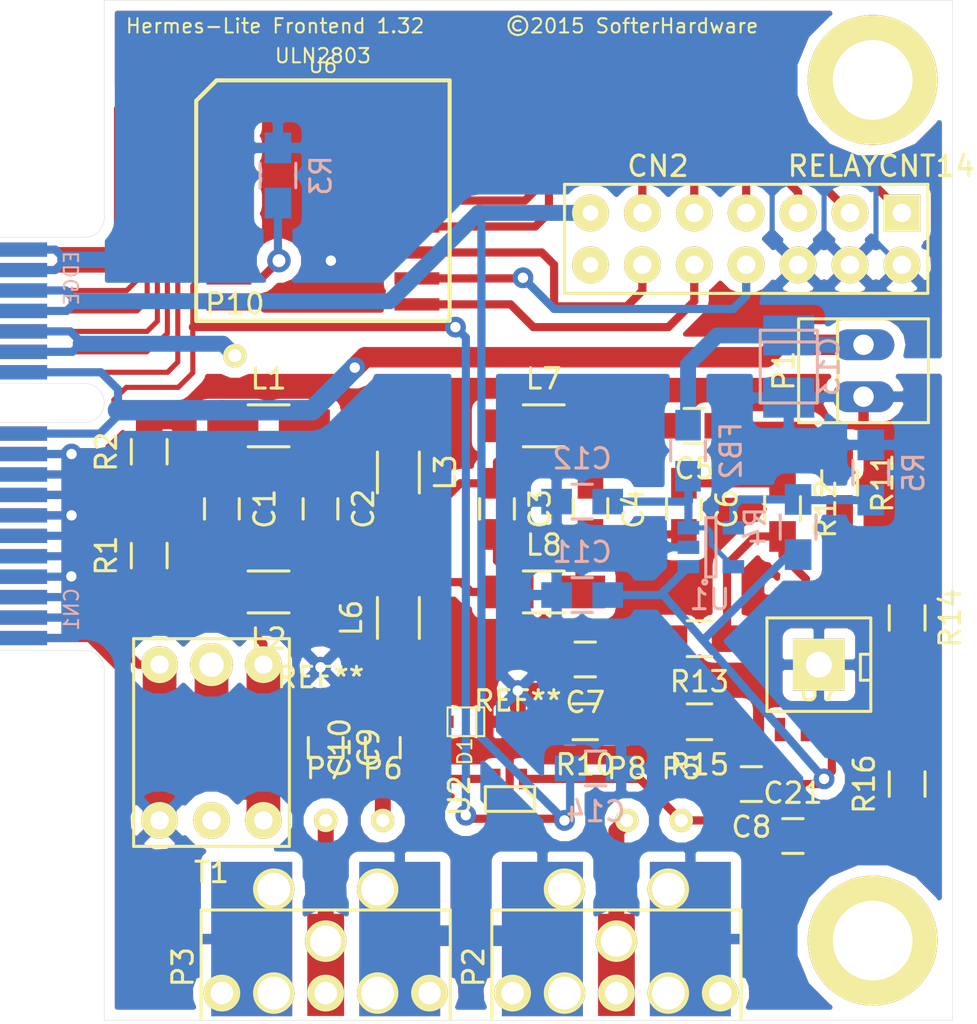
<source format=kicad_pcb>
(kicad_pcb (version 4) (host pcbnew 4.0.1-3.201512221402+6198~38~ubuntu14.04.1-stable)

  (general
    (links 156)
    (no_connects 0)
    (area 90.545 72.389999 142.265429 125.675928)
    (thickness 1.6)
    (drawings 7)
    (tracks 370)
    (zones 0)
    (modules 54)
    (nets 55)
  )

  (page USLetter)
  (title_block
    (title "Hermes-Lite Basic RF Frontend")
    (date 2016-01-06)
    (rev 1.3)
    (company SofterHardware)
    (comment 1 KF7O)
  )

  (layers
    (0 F.Cu signal)
    (31 B.Cu signal hide)
    (32 B.Adhes user hide)
    (33 F.Adhes user hide)
    (34 B.Paste user hide)
    (35 F.Paste user hide)
    (36 B.SilkS user)
    (37 F.SilkS user)
    (38 B.Mask user hide)
    (39 F.Mask user hide)
    (40 Dwgs.User user hide)
    (41 Cmts.User user hide)
    (42 Eco1.User user hide)
    (43 Eco2.User user hide)
    (44 Edge.Cuts user)
  )

  (setup
    (last_trace_width 0.25)
    (user_trace_width 0.4)
    (user_trace_width 0.78)
    (user_trace_width 1)
    (user_trace_width 1.2)
    (user_trace_width 1.4)
    (user_trace_width 1.8)
    (user_trace_width 2.8)
    (trace_clearance 0.205)
    (zone_clearance 0.508)
    (zone_45_only no)
    (trace_min 0.25)
    (segment_width 0.2)
    (edge_width 0.02)
    (via_size 1.016)
    (via_drill 0.508)
    (via_min_size 1.016)
    (via_min_drill 0.508)
    (user_via 1.397 0.813)
    (uvia_size 0.508)
    (uvia_drill 0.127)
    (uvias_allowed no)
    (uvia_min_size 0.508)
    (uvia_min_drill 0.127)
    (pcb_text_width 0.3)
    (pcb_text_size 1.5 1.5)
    (mod_edge_width 0.1)
    (mod_text_size 1 1)
    (mod_text_width 0.15)
    (pad_size 1.016 1.016)
    (pad_drill 0.508)
    (pad_to_mask_clearance 0.0762)
    (aux_axis_origin 90.95 72.4)
    (visible_elements FFFEDE79)
    (pcbplotparams
      (layerselection 0x010f0_80000001)
      (usegerberextensions true)
      (excludeedgelayer true)
      (linewidth 0.100000)
      (plotframeref false)
      (viasonmask true)
      (mode 1)
      (useauxorigin true)
      (hpglpennumber 1)
      (hpglpenspeed 20)
      (hpglpendiameter 15)
      (hpglpenoverlay 2)
      (psnegative false)
      (psa4output false)
      (plotreference true)
      (plotvalue false)
      (plotinvisibletext false)
      (padsonsilk false)
      (subtractmaskfromsilk false)
      (outputformat 1)
      (mirror false)
      (drillshape 0)
      (scaleselection 1)
      (outputdirectory gerber/))
  )

  (net 0 "")
  (net 1 "Net-(CN1-PadB2)")
  (net 2 "Net-(CN1-PadB3)")
  (net 3 "Net-(CN1-PadB11)")
  (net 4 "Net-(CN1-PadB12)")
  (net 5 "Net-(CN1-PadB13)")
  (net 6 "Net-(CN1-PadB14)")
  (net 7 "Net-(CN1-PadB15)")
  (net 8 "Net-(CN1-PadB16)")
  (net 9 "Net-(CN1-PadB17)")
  (net 10 "Net-(CN1-PadB18)")
  (net 11 GND)
  (net 12 "Net-(C1-Pad1)")
  (net 13 "Net-(C2-Pad1)")
  (net 14 "Net-(C3-Pad1)")
  (net 15 "Net-(C7-Pad1)")
  (net 16 "Net-(C10-Pad2)")
  (net 17 "Net-(C9-Pad2)")
  (net 18 5V)
  (net 19 3V)
  (net 20 GNDREF)
  (net 21 "Net-(CN2-Pad1)")
  (net 22 "Net-(CN2-Pad3)")
  (net 23 "Net-(CN2-Pad5)")
  (net 24 "Net-(CN2-Pad7)")
  (net 25 "Net-(CN2-Pad8)")
  (net 26 "Net-(CN2-Pad9)")
  (net 27 "Net-(CN2-Pad11)")
  (net 28 "Net-(CN2-Pad10)")
  (net 29 "Net-(CN2-Pad12)")
  (net 30 "Net-(C1-Pad2)")
  (net 31 "Net-(C2-Pad2)")
  (net 32 "Net-(C3-Pad2)")
  (net 33 "Net-(C4-Pad1)")
  (net 34 "Net-(C4-Pad2)")
  (net 35 "Net-(C5-Pad1)")
  (net 36 "Net-(C6-Pad1)")
  (net 37 12V)
  (net 38 "Net-(C21-Pad2)")
  (net 39 "Net-(R11-Pad2)")
  (net 40 "Net-(R12-Pad2)")
  (net 41 "Net-(R14-Pad2)")
  (net 42 "Net-(T1-Pad2)")
  (net 43 "Net-(C10-Pad1)")
  (net 44 "Net-(C21-Pad1)")
  (net 45 10V)
  (net 46 "Net-(P2-Pad1)")
  (net 47 "Net-(P3-Pad1)")
  (net 48 "Net-(C12-Pad1)")
  (net 49 "Net-(CN1-PadB5)")
  (net 50 "Net-(CN1-PadB6)")
  (net 51 "Net-(CN2-Pad14)")
  (net 52 "Net-(U7-Pad8)")
  (net 53 "Net-(U7-Pad1)")
  (net 54 "Net-(R4-Pad1)")

  (net_class Default "This is the default net class."
    (clearance 0.205)
    (trace_width 0.25)
    (via_dia 1.016)
    (via_drill 0.508)
    (uvia_dia 0.508)
    (uvia_drill 0.127)
    (add_net 10V)
    (add_net 12V)
    (add_net 3V)
    (add_net 5V)
    (add_net GND)
    (add_net GNDREF)
    (add_net "Net-(C1-Pad1)")
    (add_net "Net-(C1-Pad2)")
    (add_net "Net-(C10-Pad1)")
    (add_net "Net-(C10-Pad2)")
    (add_net "Net-(C12-Pad1)")
    (add_net "Net-(C2-Pad1)")
    (add_net "Net-(C2-Pad2)")
    (add_net "Net-(C21-Pad1)")
    (add_net "Net-(C21-Pad2)")
    (add_net "Net-(C3-Pad1)")
    (add_net "Net-(C3-Pad2)")
    (add_net "Net-(C4-Pad1)")
    (add_net "Net-(C4-Pad2)")
    (add_net "Net-(C5-Pad1)")
    (add_net "Net-(C6-Pad1)")
    (add_net "Net-(C7-Pad1)")
    (add_net "Net-(C9-Pad2)")
    (add_net "Net-(CN1-PadB11)")
    (add_net "Net-(CN1-PadB12)")
    (add_net "Net-(CN1-PadB13)")
    (add_net "Net-(CN1-PadB14)")
    (add_net "Net-(CN1-PadB15)")
    (add_net "Net-(CN1-PadB16)")
    (add_net "Net-(CN1-PadB17)")
    (add_net "Net-(CN1-PadB18)")
    (add_net "Net-(CN1-PadB2)")
    (add_net "Net-(CN1-PadB3)")
    (add_net "Net-(CN1-PadB5)")
    (add_net "Net-(CN1-PadB6)")
    (add_net "Net-(CN2-Pad1)")
    (add_net "Net-(CN2-Pad10)")
    (add_net "Net-(CN2-Pad11)")
    (add_net "Net-(CN2-Pad12)")
    (add_net "Net-(CN2-Pad14)")
    (add_net "Net-(CN2-Pad3)")
    (add_net "Net-(CN2-Pad5)")
    (add_net "Net-(CN2-Pad7)")
    (add_net "Net-(CN2-Pad8)")
    (add_net "Net-(CN2-Pad9)")
    (add_net "Net-(P2-Pad1)")
    (add_net "Net-(P3-Pad1)")
    (add_net "Net-(R11-Pad2)")
    (add_net "Net-(R12-Pad2)")
    (add_net "Net-(R14-Pad2)")
    (add_net "Net-(R4-Pad1)")
    (add_net "Net-(T1-Pad2)")
    (add_net "Net-(U7-Pad1)")
    (add_net "Net-(U7-Pad8)")
  )

  (module HERMESLITE:BREAKOUT14 (layer F.Cu) (tedit 56815B4F) (tstamp 5681662A)
    (at 138.43 82.804 180)
    (path /5681585F)
    (fp_text reference CN2 (at 11.938 2.286 180) (layer F.SilkS)
      (effects (font (size 1 1) (thickness 0.15)))
    )
    (fp_text value RELAYCNT14 (at 1.016 2.286 180) (layer F.SilkS)
      (effects (font (size 1 1) (thickness 0.15)))
    )
    (fp_line (start -1.27 1.397) (end 16.51 1.397) (layer F.SilkS) (width 0.15))
    (fp_line (start -1.27 -3.937) (end 16.51 -3.937) (layer F.SilkS) (width 0.15))
    (fp_line (start -1.27 1.397) (end -1.27 -3.937) (layer F.SilkS) (width 0.15))
    (fp_line (start 16.51 -3.937) (end 16.51 1.397) (layer F.SilkS) (width 0.15))
    (pad 1 thru_hole rect (at 0 0 180) (size 1.8 1.8) (drill 0.9) (layers *.Cu *.Mask F.SilkS)
      (net 21 "Net-(CN2-Pad1)"))
    (pad 3 thru_hole circle (at 2.54 0 180) (size 1.8 1.8) (drill 0.9) (layers *.Cu *.Mask F.SilkS)
      (net 22 "Net-(CN2-Pad3)"))
    (pad 5 thru_hole circle (at 5.08 0 180) (size 1.8 1.8) (drill 0.9) (layers *.Cu *.Mask F.SilkS)
      (net 23 "Net-(CN2-Pad5)"))
    (pad 7 thru_hole circle (at 7.62 0 180) (size 1.8 1.8) (drill 0.9) (layers *.Cu *.Mask F.SilkS)
      (net 24 "Net-(CN2-Pad7)"))
    (pad 9 thru_hole circle (at 10.16 0 180) (size 1.8 1.8) (drill 0.9) (layers *.Cu *.Mask F.SilkS)
      (net 26 "Net-(CN2-Pad9)"))
    (pad 11 thru_hole circle (at 12.7 0 180) (size 1.8 1.8) (drill 0.9) (layers *.Cu *.Mask F.SilkS)
      (net 27 "Net-(CN2-Pad11)"))
    (pad 2 thru_hole circle (at 0 -2.54 180) (size 1.8 1.8) (drill 0.9) (layers *.Cu *.Mask F.SilkS)
      (net 20 GNDREF))
    (pad 4 thru_hole circle (at 2.54 -2.54 180) (size 1.8 1.8) (drill 0.9) (layers *.Cu *.Mask F.SilkS)
      (net 20 GNDREF))
    (pad 6 thru_hole circle (at 5.08 -2.54 180) (size 1.8 1.8) (drill 0.9) (layers *.Cu *.Mask F.SilkS)
      (net 20 GNDREF))
    (pad 8 thru_hole circle (at 7.62 -2.54 180) (size 1.8 1.8) (drill 0.9) (layers *.Cu *.Mask F.SilkS)
      (net 25 "Net-(CN2-Pad8)"))
    (pad 10 thru_hole circle (at 10.16 -2.54 180) (size 1.8 1.8) (drill 0.9) (layers *.Cu *.Mask F.SilkS)
      (net 28 "Net-(CN2-Pad10)"))
    (pad 12 thru_hole circle (at 12.7 -2.54 180) (size 1.8 1.8) (drill 0.9) (layers *.Cu *.Mask F.SilkS)
      (net 29 "Net-(CN2-Pad12)"))
    (pad 14 thru_hole circle (at 15.24 -2.54 180) (size 1.8 1.8) (drill 0.762) (layers *.Cu *.Mask F.SilkS)
      (net 51 "Net-(CN2-Pad14)"))
    (pad 13 thru_hole circle (at 15.24 0 180) (size 1.8 1.8) (drill 0.762) (layers *.Cu *.Mask F.SilkS)
      (net 19 3V))
  )

  (module HERMESLITE:EDGE (layer B.Cu) (tedit 543E0E46) (tstamp 54431773)
    (at 91 92.1 90)
    (path /54430BA6)
    (fp_text reference CN1 (at -10.1 6.8 90) (layer B.SilkS)
      (effects (font (size 0.7 0.7) (thickness 0.1)) (justify mirror))
    )
    (fp_text value EDGE (at 6.1 6.8 90) (layer B.SilkS)
      (effects (font (size 0.7 0.7) (thickness 0.1)) (justify mirror))
    )
    (fp_line (start -13 8.4) (end -14 8.4) (layer Edge.Cuts) (width 0.02))
    (fp_line (start 9.05 8.4) (end 10 8.4) (layer Edge.Cuts) (width 0.02))
    (fp_arc (start -13.05 7.45) (end -13.05 8.4) (angle -90) (layer Edge.Cuts) (width 0.02))
    (fp_line (start -11.75 0) (end -12.1 0.35) (layer Edge.Cuts) (width 0.02))
    (fp_line (start -12.1 0.35) (end -12.1 7.45) (layer Edge.Cuts) (width 0.02))
    (fp_line (start -1.3 0) (end -11.75 0) (layer Edge.Cuts) (width 0.02))
    (fp_arc (start 9.05 7.45) (end 8.1 7.45) (angle -90) (layer Edge.Cuts) (width 0.02))
    (fp_line (start 7.75 0) (end 8.1 0.35) (layer Edge.Cuts) (width 0.02))
    (fp_line (start 8.1 0.35) (end 8.1 7.45) (layer Edge.Cuts) (width 0.02))
    (fp_line (start 0.95 7.45) (end 0.95 0.35) (layer Edge.Cuts) (width 0.02))
    (fp_line (start 0.95 0.35) (end 1.3 0) (layer Edge.Cuts) (width 0.02))
    (fp_line (start 1.3 0) (end 7.75 0) (layer Edge.Cuts) (width 0.02))
    (fp_line (start -0.95 0.35) (end -0.95 7.45) (layer Edge.Cuts) (width 0.02))
    (fp_line (start -0.95 0.35) (end -1.3 0) (layer Edge.Cuts) (width 0.02))
    (fp_arc (start 0 7.45) (end -0.95 7.45) (angle -90) (layer Edge.Cuts) (width 0.02))
    (fp_arc (start 0 7.45) (end 0 8.4) (angle -90) (layer Edge.Cuts) (width 0.02))
    (pad A1 smd rect (at -11.5 3.5 90) (size 0.7 4.2) (layers B.Cu B.Mask)
      (net 11 GND))
    (pad A2 smd rect (at -10.5 3.5 90) (size 0.7 4.2) (layers B.Cu B.Mask)
      (net 11 GND))
    (pad A3 smd rect (at -9.5 3.5 90) (size 0.7 4.2) (layers B.Cu B.Mask)
      (net 11 GND))
    (pad A4 smd rect (at -8.5 3.5 90) (size 0.7 4.2) (layers B.Cu B.Mask)
      (net 11 GND))
    (pad A5 smd rect (at -7.5 3.5 90) (size 0.7 4.2) (layers B.Cu B.Mask)
      (net 11 GND))
    (pad A6 smd rect (at -6.5 3.5 90) (size 0.7 4.2) (layers B.Cu B.Mask)
      (net 11 GND))
    (pad A7 smd rect (at -5.5 3.5 90) (size 0.7 4.2) (layers B.Cu B.Mask)
      (net 11 GND))
    (pad A8 smd rect (at -4.5 3.5 90) (size 0.7 4.2) (layers B.Cu B.Mask)
      (net 11 GND))
    (pad A9 smd rect (at -3.5 3.5 90) (size 0.7 4.2) (layers B.Cu B.Mask)
      (net 11 GND))
    (pad A10 smd rect (at -2.5 3.5 90) (size 0.7 4.2) (layers B.Cu B.Mask)
      (net 11 GND))
    (pad A11 smd rect (at -1.5 3.5 90) (size 0.7 4.2) (layers B.Cu B.Mask)
      (net 37 12V))
    (pad A12 smd rect (at 1.5 3.5 90) (size 0.7 4.2) (layers B.Cu B.Mask)
      (net 37 12V))
    (pad A13 smd rect (at 2.5 3.5 90) (size 0.7 4.2) (layers B.Cu B.Mask)
      (net 18 5V))
    (pad A14 smd rect (at 3.5 3.5 90) (size 0.7 4.2) (layers B.Cu B.Mask)
      (net 18 5V))
    (pad A15 smd rect (at 4.5 3.5 90) (size 0.7 4.2) (layers B.Cu B.Mask)
      (net 19 3V))
    (pad A16 smd rect (at 5.5 3.5 90) (size 0.7 4.2) (layers B.Cu B.Mask)
      (net 19 3V))
    (pad A17 smd rect (at 6.5 3.5 90) (size 0.7 4.2) (layers B.Cu B.Mask)
      (net 20 GNDREF))
    (pad A18 smd rect (at 7.5 3.5 90) (size 0.7 4.2) (layers B.Cu B.Mask)
      (net 20 GNDREF))
    (pad B1 smd rect (at -11.5 3.5 90) (size 0.7 4.2) (layers F.Cu F.Mask)
      (net 11 GND))
    (pad B2 smd rect (at -10.5 3.5 90) (size 0.7 4.2) (layers F.Cu F.Mask)
      (net 1 "Net-(CN1-PadB2)"))
    (pad B3 smd rect (at -9.5 3.5 90) (size 0.7 4.2) (layers F.Cu F.Mask)
      (net 2 "Net-(CN1-PadB3)"))
    (pad B4 smd rect (at -8.5 3.5 90) (size 0.7 4.2) (layers F.Cu F.Mask)
      (net 11 GND))
    (pad B5 smd rect (at -7.5 3.5 90) (size 0.7 4.2) (layers F.Cu F.Mask)
      (net 49 "Net-(CN1-PadB5)"))
    (pad B6 smd rect (at -6.5 3.5 90) (size 0.7 4.2) (layers F.Cu F.Mask)
      (net 50 "Net-(CN1-PadB6)"))
    (pad B7 smd rect (at -5.5 3.5 90) (size 0.7 4.2) (layers F.Cu F.Mask)
      (net 11 GND))
    (pad B8 smd rect (at -4.5 3.5 90) (size 0.7 4.2) (layers F.Cu F.Mask)
      (net 30 "Net-(C1-Pad2)"))
    (pad B9 smd rect (at -3.5 3.5 90) (size 0.7 4.2) (layers F.Cu F.Mask)
      (net 12 "Net-(C1-Pad1)"))
    (pad B10 smd rect (at -2.5 3.5 90) (size 0.7 4.2) (layers F.Cu F.Mask)
      (net 11 GND))
    (pad B11 smd rect (at -1.5 3.5 90) (size 0.7 4.2) (layers F.Cu F.Mask)
      (net 3 "Net-(CN1-PadB11)"))
    (pad B12 smd rect (at 1.5 3.5 90) (size 0.7 4.2) (layers F.Cu F.Mask)
      (net 4 "Net-(CN1-PadB12)"))
    (pad B13 smd rect (at 2.5 3.5 90) (size 0.7 4.2) (layers F.Cu F.Mask)
      (net 5 "Net-(CN1-PadB13)"))
    (pad B14 smd rect (at 3.5 3.5 90) (size 0.7 4.2) (layers F.Cu F.Mask)
      (net 6 "Net-(CN1-PadB14)"))
    (pad B15 smd rect (at 4.5 3.5 90) (size 0.7 4.2) (layers F.Cu F.Mask)
      (net 7 "Net-(CN1-PadB15)"))
    (pad B16 smd rect (at 5.5 3.5 90) (size 0.7 4.2) (layers F.Cu F.Mask)
      (net 8 "Net-(CN1-PadB16)"))
    (pad B17 smd rect (at 6.5 3.5 90) (size 0.7 4.2) (layers F.Cu F.Mask)
      (net 9 "Net-(CN1-PadB17)"))
    (pad B18 smd rect (at 7.5 3.5 90) (size 0.7 4.2) (layers F.Cu F.Mask)
      (net 10 "Net-(CN1-PadB18)"))
  )

  (module HERMESLITE:PSOP-18 (layer F.Cu) (tedit 55FF585E) (tstamp 55F61E6C)
    (at 110.1 82.2)
    (path /55EE5ACE)
    (fp_text reference U6 (at 0 -6.6) (layer F.SilkS)
      (effects (font (size 0.7 0.7) (thickness 0.1)))
    )
    (fp_text value ULN2803 (at 0 -7.08) (layer F.SilkS)
      (effects (font (size 0.7 0.7) (thickness 0.1)))
    )
    (fp_line (start -5.2 -5.88) (end -6.2 -4.88) (layer F.SilkS) (width 0.2))
    (fp_line (start -6.2 -4.88) (end -6.2 5.88) (layer F.SilkS) (width 0.2))
    (fp_line (start -6.2 5.88) (end 6.2 5.88) (layer F.SilkS) (width 0.2))
    (fp_line (start 6.2 5.88) (end 6.2 -5.88) (layer F.SilkS) (width 0.2))
    (fp_line (start 6.2 -5.88) (end -5.2 -5.88) (layer F.SilkS) (width 0.2))
    (pad 1 smd rect (at -4.6 -5.08) (size 2.2 0.6) (layers F.Cu F.Paste F.Mask)
      (net 10 "Net-(CN1-PadB18)"))
    (pad 2 smd rect (at -4.6 -3.81) (size 2.2 0.6) (layers F.Cu F.Paste F.Mask)
      (net 9 "Net-(CN1-PadB17)"))
    (pad 3 smd rect (at -4.6 -2.54) (size 2.2 0.6) (layers F.Cu F.Paste F.Mask)
      (net 8 "Net-(CN1-PadB16)"))
    (pad 4 smd rect (at -4.6 -1.27) (size 2.2 0.6) (layers F.Cu F.Paste F.Mask)
      (net 7 "Net-(CN1-PadB15)"))
    (pad 5 smd rect (at -4.6 0) (size 2.2 0.6) (layers F.Cu F.Paste F.Mask)
      (net 6 "Net-(CN1-PadB14)"))
    (pad 6 smd rect (at -4.6 1.27) (size 2.2 0.6) (layers F.Cu F.Paste F.Mask)
      (net 5 "Net-(CN1-PadB13)"))
    (pad 7 smd rect (at -4.6 2.54) (size 2.2 0.6) (layers F.Cu F.Paste F.Mask)
      (net 4 "Net-(CN1-PadB12)"))
    (pad 8 smd rect (at -4.6 3.81) (size 2.2 0.6) (layers F.Cu F.Paste F.Mask)
      (net 3 "Net-(CN1-PadB11)"))
    (pad 9 smd rect (at -4.6 5.08) (size 2.2 0.6) (layers F.Cu F.Paste F.Mask)
      (net 20 GNDREF))
    (pad 18 smd rect (at 4.6 -5.08) (size 2.2 0.6) (layers F.Cu F.Paste F.Mask)
      (net 21 "Net-(CN2-Pad1)"))
    (pad 17 smd rect (at 4.6 -3.81) (size 2.2 0.6) (layers F.Cu F.Paste F.Mask)
      (net 22 "Net-(CN2-Pad3)"))
    (pad 16 smd rect (at 4.6 -2.54) (size 2.2 0.6) (layers F.Cu F.Paste F.Mask)
      (net 23 "Net-(CN2-Pad5)"))
    (pad 15 smd rect (at 4.6 -1.27) (size 2.2 0.6) (layers F.Cu F.Paste F.Mask)
      (net 24 "Net-(CN2-Pad7)"))
    (pad 14 smd rect (at 4.6 0) (size 2.2 0.6) (layers F.Cu F.Paste F.Mask)
      (net 26 "Net-(CN2-Pad9)"))
    (pad 13 smd rect (at 4.6 1.27) (size 2.2 0.6) (layers F.Cu F.Paste F.Mask)
      (net 27 "Net-(CN2-Pad11)"))
    (pad 12 smd rect (at 4.6 2.54) (size 2.2 0.6) (layers F.Cu F.Paste F.Mask)
      (net 29 "Net-(CN2-Pad12)"))
    (pad 11 smd rect (at 4.6 3.81) (size 2.2 0.6) (layers F.Cu F.Paste F.Mask)
      (net 25 "Net-(CN2-Pad8)"))
    (pad 10 smd rect (at 4.6 5.08) (size 2.2 0.6) (layers F.Cu F.Paste F.Mask)
      (net 28 "Net-(CN2-Pad10)"))
  )

  (module HERMESLITE:SOD323 (layer F.Cu) (tedit 55FF5986) (tstamp 55F61D65)
    (at 117.094 107.696)
    (descr SOD323)
    (path /544342D9)
    (fp_text reference D1 (at -0.05 1.45 90) (layer F.SilkS)
      (effects (font (size 0.7 0.7) (thickness 0.1)))
    )
    (fp_text value DIODESCH2 (at 0 1.19888) (layer F.SilkS) hide
      (effects (font (size 0.7 0.7) (thickness 0.1)))
    )
    (fp_line (start 0.50038 -0.70104) (end 0.50038 0.70104) (layer F.SilkS) (width 0.1))
    (fp_line (start 0.89916 -0.70104) (end -0.89916 -0.70104) (layer F.SilkS) (width 0.1))
    (fp_line (start -0.89916 -0.70104) (end -0.89916 0.70104) (layer F.SilkS) (width 0.1))
    (fp_line (start -0.89916 0.70104) (end 0.89916 0.70104) (layer F.SilkS) (width 0.1))
    (fp_line (start 0.89916 0.70104) (end 0.89916 -0.70104) (layer F.SilkS) (width 0.1))
    (pad 2 smd rect (at 1.09982 0) (size 1.00076 0.59944) (layers F.Cu F.Paste F.Mask)
      (net 11 GND))
    (pad 1 smd rect (at -1.09982 0) (size 1.00076 0.59944) (layers F.Cu F.Paste F.Mask)
      (net 16 "Net-(C10-Pad2)"))
    (model walter/smd_diode/sod323.wrl
      (at (xyz 0 0 0))
      (scale (xyz 1 1 1))
      (rotate (xyz 0 0 0))
    )
  )

  (module Resistors_SMD:R_0805_HandSoldering (layer F.Cu) (tedit 54189DEE) (tstamp 5676E7DC)
    (at 122.936 107.696 180)
    (descr "Resistor SMD 0805, hand soldering")
    (tags "resistor 0805")
    (path /5678350E)
    (attr smd)
    (fp_text reference R10 (at 0 -2.1 180) (layer F.SilkS)
      (effects (font (size 1 1) (thickness 0.15)))
    )
    (fp_text value 1200 (at 0 2.1 180) (layer F.Fab)
      (effects (font (size 1 1) (thickness 0.15)))
    )
    (fp_line (start -2.4 -1) (end 2.4 -1) (layer F.CrtYd) (width 0.05))
    (fp_line (start -2.4 1) (end 2.4 1) (layer F.CrtYd) (width 0.05))
    (fp_line (start -2.4 -1) (end -2.4 1) (layer F.CrtYd) (width 0.05))
    (fp_line (start 2.4 -1) (end 2.4 1) (layer F.CrtYd) (width 0.05))
    (fp_line (start 0.6 0.875) (end -0.6 0.875) (layer F.SilkS) (width 0.15))
    (fp_line (start -0.6 -0.875) (end 0.6 -0.875) (layer F.SilkS) (width 0.15))
    (pad 1 smd rect (at -1.35 0 180) (size 1.5 1.3) (layers F.Cu F.Paste F.Mask)
      (net 15 "Net-(C7-Pad1)"))
    (pad 2 smd rect (at 1.35 0 180) (size 1.5 1.3) (layers F.Cu F.Paste F.Mask)
      (net 11 GND))
    (model Resistors_SMD.3dshapes/R_0805_HandSoldering.wrl
      (at (xyz 0 0 0))
      (scale (xyz 1 1 1))
      (rotate (xyz 0 0 0))
    )
  )

  (module Resistors_SMD:R_0805_HandSoldering (layer F.Cu) (tedit 54189DEE) (tstamp 5676E7E2)
    (at 135.382 96.012 270)
    (descr "Resistor SMD 0805, hand soldering")
    (tags "resistor 0805")
    (path /56781F8B)
    (attr smd)
    (fp_text reference R11 (at 0 -2.1 270) (layer F.SilkS)
      (effects (font (size 1 1) (thickness 0.15)))
    )
    (fp_text value "200 1%" (at 0 2.1 270) (layer F.Fab)
      (effects (font (size 1 1) (thickness 0.15)))
    )
    (fp_line (start -2.4 -1) (end 2.4 -1) (layer F.CrtYd) (width 0.05))
    (fp_line (start -2.4 1) (end 2.4 1) (layer F.CrtYd) (width 0.05))
    (fp_line (start -2.4 -1) (end -2.4 1) (layer F.CrtYd) (width 0.05))
    (fp_line (start 2.4 -1) (end 2.4 1) (layer F.CrtYd) (width 0.05))
    (fp_line (start 0.6 0.875) (end -0.6 0.875) (layer F.SilkS) (width 0.15))
    (fp_line (start -0.6 -0.875) (end 0.6 -0.875) (layer F.SilkS) (width 0.15))
    (pad 1 smd rect (at -1.35 0 270) (size 1.5 1.3) (layers F.Cu F.Paste F.Mask)
      (net 35 "Net-(C5-Pad1)"))
    (pad 2 smd rect (at 1.35 0 270) (size 1.5 1.3) (layers F.Cu F.Paste F.Mask)
      (net 39 "Net-(R11-Pad2)"))
    (model Resistors_SMD.3dshapes/R_0805_HandSoldering.wrl
      (at (xyz 0 0 0))
      (scale (xyz 1 1 1))
      (rotate (xyz 0 0 0))
    )
  )

  (module Resistors_SMD:R_0805_HandSoldering (layer F.Cu) (tedit 54189DEE) (tstamp 5676E7E8)
    (at 132.588 97.282 270)
    (descr "Resistor SMD 0805, hand soldering")
    (tags "resistor 0805")
    (path /567821E4)
    (attr smd)
    (fp_text reference R12 (at 0 -2.1 270) (layer F.SilkS)
      (effects (font (size 1 1) (thickness 0.15)))
    )
    (fp_text value "200 1%" (at 0 2.1 270) (layer F.Fab)
      (effects (font (size 1 1) (thickness 0.15)))
    )
    (fp_line (start -2.4 -1) (end 2.4 -1) (layer F.CrtYd) (width 0.05))
    (fp_line (start -2.4 1) (end 2.4 1) (layer F.CrtYd) (width 0.05))
    (fp_line (start -2.4 -1) (end -2.4 1) (layer F.CrtYd) (width 0.05))
    (fp_line (start 2.4 -1) (end 2.4 1) (layer F.CrtYd) (width 0.05))
    (fp_line (start 0.6 0.875) (end -0.6 0.875) (layer F.SilkS) (width 0.15))
    (fp_line (start -0.6 -0.875) (end 0.6 -0.875) (layer F.SilkS) (width 0.15))
    (pad 1 smd rect (at -1.35 0 270) (size 1.5 1.3) (layers F.Cu F.Paste F.Mask)
      (net 36 "Net-(C6-Pad1)"))
    (pad 2 smd rect (at 1.35 0 270) (size 1.5 1.3) (layers F.Cu F.Paste F.Mask)
      (net 40 "Net-(R12-Pad2)"))
    (model Resistors_SMD.3dshapes/R_0805_HandSoldering.wrl
      (at (xyz 0 0 0))
      (scale (xyz 1 1 1))
      (rotate (xyz 0 0 0))
    )
  )

  (module Resistors_SMD:R_0805_HandSoldering (layer F.Cu) (tedit 54189DEE) (tstamp 5676E7EE)
    (at 128.524 103.632 180)
    (descr "Resistor SMD 0805, hand soldering")
    (tags "resistor 0805")
    (path /56782E97)
    (attr smd)
    (fp_text reference R13 (at 0 -2.1 180) (layer F.SilkS)
      (effects (font (size 1 1) (thickness 0.15)))
    )
    (fp_text value "820 1%" (at 0 2.1 180) (layer F.Fab)
      (effects (font (size 1 1) (thickness 0.15)))
    )
    (fp_line (start -2.4 -1) (end 2.4 -1) (layer F.CrtYd) (width 0.05))
    (fp_line (start -2.4 1) (end 2.4 1) (layer F.CrtYd) (width 0.05))
    (fp_line (start -2.4 -1) (end -2.4 1) (layer F.CrtYd) (width 0.05))
    (fp_line (start 2.4 -1) (end 2.4 1) (layer F.CrtYd) (width 0.05))
    (fp_line (start 0.6 0.875) (end -0.6 0.875) (layer F.SilkS) (width 0.15))
    (fp_line (start -0.6 -0.875) (end 0.6 -0.875) (layer F.SilkS) (width 0.15))
    (pad 1 smd rect (at -1.35 0 180) (size 1.5 1.3) (layers F.Cu F.Paste F.Mask)
      (net 40 "Net-(R12-Pad2)"))
    (pad 2 smd rect (at 1.35 0 180) (size 1.5 1.3) (layers F.Cu F.Paste F.Mask)
      (net 15 "Net-(C7-Pad1)"))
    (model Resistors_SMD.3dshapes/R_0805_HandSoldering.wrl
      (at (xyz 0 0 0))
      (scale (xyz 1 1 1))
      (rotate (xyz 0 0 0))
    )
  )

  (module Resistors_SMD:R_0805_HandSoldering (layer F.Cu) (tedit 54189DEE) (tstamp 5676E7F4)
    (at 138.684 102.616 270)
    (descr "Resistor SMD 0805, hand soldering")
    (tags "resistor 0805")
    (path /567822DF)
    (attr smd)
    (fp_text reference R14 (at 0 -2.1 270) (layer F.SilkS)
      (effects (font (size 1 1) (thickness 0.15)))
    )
    (fp_text value "820 1%" (at 0 2.1 270) (layer F.Fab)
      (effects (font (size 1 1) (thickness 0.15)))
    )
    (fp_line (start -2.4 -1) (end 2.4 -1) (layer F.CrtYd) (width 0.05))
    (fp_line (start -2.4 1) (end 2.4 1) (layer F.CrtYd) (width 0.05))
    (fp_line (start -2.4 -1) (end -2.4 1) (layer F.CrtYd) (width 0.05))
    (fp_line (start 2.4 -1) (end 2.4 1) (layer F.CrtYd) (width 0.05))
    (fp_line (start 0.6 0.875) (end -0.6 0.875) (layer F.SilkS) (width 0.15))
    (fp_line (start -0.6 -0.875) (end 0.6 -0.875) (layer F.SilkS) (width 0.15))
    (pad 1 smd rect (at -1.35 0 270) (size 1.5 1.3) (layers F.Cu F.Paste F.Mask)
      (net 39 "Net-(R11-Pad2)"))
    (pad 2 smd rect (at 1.35 0 270) (size 1.5 1.3) (layers F.Cu F.Paste F.Mask)
      (net 41 "Net-(R14-Pad2)"))
    (model Resistors_SMD.3dshapes/R_0805_HandSoldering.wrl
      (at (xyz 0 0 0))
      (scale (xyz 1 1 1))
      (rotate (xyz 0 0 0))
    )
  )

  (module Resistors_SMD:R_0805_HandSoldering (layer F.Cu) (tedit 54189DEE) (tstamp 5676E7FA)
    (at 128.524 107.696 180)
    (descr "Resistor SMD 0805, hand soldering")
    (tags "resistor 0805")
    (path /56783883)
    (attr smd)
    (fp_text reference R15 (at 0 -2.1 180) (layer F.SilkS)
      (effects (font (size 1 1) (thickness 0.15)))
    )
    (fp_text value 1200 (at 0 2.1 180) (layer F.Fab)
      (effects (font (size 1 1) (thickness 0.15)))
    )
    (fp_line (start -2.4 -1) (end 2.4 -1) (layer F.CrtYd) (width 0.05))
    (fp_line (start -2.4 1) (end 2.4 1) (layer F.CrtYd) (width 0.05))
    (fp_line (start -2.4 -1) (end -2.4 1) (layer F.CrtYd) (width 0.05))
    (fp_line (start 2.4 -1) (end 2.4 1) (layer F.CrtYd) (width 0.05))
    (fp_line (start 0.6 0.875) (end -0.6 0.875) (layer F.SilkS) (width 0.15))
    (fp_line (start -0.6 -0.875) (end 0.6 -0.875) (layer F.SilkS) (width 0.15))
    (pad 1 smd rect (at -1.35 0 180) (size 1.5 1.3) (layers F.Cu F.Paste F.Mask)
      (net 45 10V))
    (pad 2 smd rect (at 1.35 0 180) (size 1.5 1.3) (layers F.Cu F.Paste F.Mask)
      (net 15 "Net-(C7-Pad1)"))
    (model Resistors_SMD.3dshapes/R_0805_HandSoldering.wrl
      (at (xyz 0 0 0))
      (scale (xyz 1 1 1))
      (rotate (xyz 0 0 0))
    )
  )

  (module Resistors_SMD:R_0805_HandSoldering (layer F.Cu) (tedit 54189DEE) (tstamp 5676E800)
    (at 138.684 110.744 90)
    (descr "Resistor SMD 0805, hand soldering")
    (tags "resistor 0805")
    (path /567867EA)
    (attr smd)
    (fp_text reference R16 (at 0 -2.1 90) (layer F.SilkS)
      (effects (font (size 1 1) (thickness 0.15)))
    )
    (fp_text value 51 (at 0 2.1 90) (layer F.Fab)
      (effects (font (size 1 1) (thickness 0.15)))
    )
    (fp_line (start -2.4 -1) (end 2.4 -1) (layer F.CrtYd) (width 0.05))
    (fp_line (start -2.4 1) (end 2.4 1) (layer F.CrtYd) (width 0.05))
    (fp_line (start -2.4 -1) (end -2.4 1) (layer F.CrtYd) (width 0.05))
    (fp_line (start 2.4 -1) (end 2.4 1) (layer F.CrtYd) (width 0.05))
    (fp_line (start 0.6 0.875) (end -0.6 0.875) (layer F.SilkS) (width 0.15))
    (fp_line (start -0.6 -0.875) (end 0.6 -0.875) (layer F.SilkS) (width 0.15))
    (pad 1 smd rect (at -1.35 0 90) (size 1.5 1.3) (layers F.Cu F.Paste F.Mask)
      (net 38 "Net-(C21-Pad2)"))
    (pad 2 smd rect (at 1.35 0 90) (size 1.5 1.3) (layers F.Cu F.Paste F.Mask)
      (net 41 "Net-(R14-Pad2)"))
    (model Resistors_SMD.3dshapes/R_0805_HandSoldering.wrl
      (at (xyz 0 0 0))
      (scale (xyz 1 1 1))
      (rotate (xyz 0 0 0))
    )
  )

  (module HERMESLITE:TransMclX65 (layer F.Cu) (tedit 567849A5) (tstamp 56784976)
    (at 104.648 108.712)
    (path /56787212)
    (fp_text reference T1 (at 0 6.35) (layer F.SilkS)
      (effects (font (size 1 1) (thickness 0.15)))
    )
    (fp_text value 8:1Z (at 0 -6.35) (layer F.Fab)
      (effects (font (size 1 1) (thickness 0.15)))
    )
    (fp_line (start 3.81 5.08) (end 3.81 -5.08) (layer F.SilkS) (width 0.15))
    (fp_line (start -3.81 -5.08) (end -3.81 5.08) (layer F.SilkS) (width 0.15))
    (fp_line (start -3.81 -5.08) (end 3.81 -5.08) (layer F.SilkS) (width 0.15))
    (fp_line (start -3.81 5.08) (end 3.81 5.08) (layer F.SilkS) (width 0.15))
    (pad "" thru_hole circle (at 0 3.81) (size 1.8 1.8) (drill 0.9) (layers *.Cu *.Mask F.SilkS))
    (pad 4 smd rect (at -2.54 2.54) (size 1.651 2.54) (layers F.Cu F.Paste F.Mask)
      (net 11 GND))
    (pad 6 smd rect (at 2.54 2.54) (size 1.651 2.54) (layers F.Cu F.Paste F.Mask)
      (net 17 "Net-(C9-Pad2)"))
    (pad 3 smd rect (at -2.54 -2.54) (size 1.65 2.54) (layers F.Cu F.Paste F.Mask)
      (net 1 "Net-(CN1-PadB2)"))
    (pad 2 smd trapezoid (at 0 -2.54) (size 1.21 2.54) (rect_delta 0 -0.45 ) (layers F.Cu F.Paste F.Mask)
      (net 42 "Net-(T1-Pad2)"))
    (pad 1 smd rect (at 2.54 -2.54) (size 1.65 2.54) (layers F.Cu F.Paste F.Mask)
      (net 2 "Net-(CN1-PadB3)"))
    (pad 4 smd rect (at -1.4732 2.032) (size 1.016 1.524) (layers F.Cu F.Paste F.Mask)
      (net 11 GND))
    (pad 6 smd rect (at 1.4732 2.032) (size 1.016 1.524) (layers F.Cu F.Paste F.Mask)
      (net 17 "Net-(C9-Pad2)"))
    (pad 3 smd rect (at -1.3975 -0.45) (size 1.015 1.65) (layers F.Cu F.Paste F.Mask)
      (net 1 "Net-(CN1-PadB2)"))
    (pad 2 smd rect (at 0 -0.45) (size 0.76 1.65) (layers F.Cu F.Paste F.Mask)
      (net 42 "Net-(T1-Pad2)"))
    (pad 1 smd rect (at 1.3975 -0.45) (size 1.015 1.65) (layers F.Cu F.Paste F.Mask)
      (net 2 "Net-(CN1-PadB3)"))
    (pad 3 smd rect (at -1.905 -1.27 45) (size 1 1) (layers F.Cu F.Paste F.Mask)
      (net 1 "Net-(CN1-PadB2)"))
    (pad 1 smd rect (at 1.905 -1.27 45) (size 1 1) (layers F.Cu F.Paste F.Mask)
      (net 2 "Net-(CN1-PadB3)"))
    (pad 2 smd rect (at 0 -2.81) (size 1.65 2) (layers F.Cu F.Paste F.Mask)
      (net 42 "Net-(T1-Pad2)"))
    (pad 1 thru_hole circle (at 2.54 -3.81) (size 1.8 1.8) (drill 0.9) (layers *.Cu *.Mask F.SilkS)
      (net 2 "Net-(CN1-PadB3)"))
    (pad 2 thru_hole circle (at 0 -3.81) (size 2.1 2.1) (drill 1.2) (layers *.Cu *.Mask F.SilkS)
      (net 42 "Net-(T1-Pad2)"))
    (pad 3 thru_hole circle (at -2.54 -3.81) (size 1.8 1.8) (drill 0.9) (layers *.Cu *.Mask F.SilkS)
      (net 1 "Net-(CN1-PadB2)"))
    (pad 4 thru_hole circle (at -2.54 3.81) (size 1.8 1.8) (drill 0.9) (layers *.Cu *.Mask F.SilkS)
      (net 11 GND))
    (pad 6 thru_hole circle (at 2.54 3.81) (size 1.8 1.8) (drill 0.9) (layers *.Cu *.Mask F.SilkS)
      (net 17 "Net-(C9-Pad2)"))
  )

  (module Capacitors_SMD:C_0805_HandSoldering (layer F.Cu) (tedit 541A9B8D) (tstamp 56784DF3)
    (at 105.156 97.282 270)
    (descr "Capacitor SMD 0805, hand soldering")
    (tags "capacitor 0805")
    (path /5677BA9B)
    (attr smd)
    (fp_text reference C1 (at 0 -2.1 270) (layer F.SilkS)
      (effects (font (size 1 1) (thickness 0.15)))
    )
    (fp_text value 75p (at 0 2.1 270) (layer F.Fab)
      (effects (font (size 1 1) (thickness 0.15)))
    )
    (fp_line (start -2.3 -1) (end 2.3 -1) (layer F.CrtYd) (width 0.05))
    (fp_line (start -2.3 1) (end 2.3 1) (layer F.CrtYd) (width 0.05))
    (fp_line (start -2.3 -1) (end -2.3 1) (layer F.CrtYd) (width 0.05))
    (fp_line (start 2.3 -1) (end 2.3 1) (layer F.CrtYd) (width 0.05))
    (fp_line (start 0.5 -0.85) (end -0.5 -0.85) (layer F.SilkS) (width 0.15))
    (fp_line (start -0.5 0.85) (end 0.5 0.85) (layer F.SilkS) (width 0.15))
    (pad 1 smd rect (at -1.25 0 270) (size 1.5 1.25) (layers F.Cu F.Paste F.Mask)
      (net 12 "Net-(C1-Pad1)"))
    (pad 2 smd rect (at 1.25 0 270) (size 1.5 1.25) (layers F.Cu F.Paste F.Mask)
      (net 30 "Net-(C1-Pad2)"))
    (model Capacitors_SMD.3dshapes/C_0805_HandSoldering.wrl
      (at (xyz 0 0 0))
      (scale (xyz 1 1 1))
      (rotate (xyz 0 0 0))
    )
  )

  (module Capacitors_SMD:C_0805_HandSoldering (layer F.Cu) (tedit 541A9B8D) (tstamp 56784DF8)
    (at 109.982 97.282 270)
    (descr "Capacitor SMD 0805, hand soldering")
    (tags "capacitor 0805")
    (path /5677BBCE)
    (attr smd)
    (fp_text reference C2 (at 0 -2.1 270) (layer F.SilkS)
      (effects (font (size 1 1) (thickness 0.15)))
    )
    (fp_text value 150p (at 0 2.1 270) (layer F.Fab)
      (effects (font (size 1 1) (thickness 0.15)))
    )
    (fp_line (start -2.3 -1) (end 2.3 -1) (layer F.CrtYd) (width 0.05))
    (fp_line (start -2.3 1) (end 2.3 1) (layer F.CrtYd) (width 0.05))
    (fp_line (start -2.3 -1) (end -2.3 1) (layer F.CrtYd) (width 0.05))
    (fp_line (start 2.3 -1) (end 2.3 1) (layer F.CrtYd) (width 0.05))
    (fp_line (start 0.5 -0.85) (end -0.5 -0.85) (layer F.SilkS) (width 0.15))
    (fp_line (start -0.5 0.85) (end 0.5 0.85) (layer F.SilkS) (width 0.15))
    (pad 1 smd rect (at -1.25 0 270) (size 1.5 1.25) (layers F.Cu F.Paste F.Mask)
      (net 13 "Net-(C2-Pad1)"))
    (pad 2 smd rect (at 1.25 0 270) (size 1.5 1.25) (layers F.Cu F.Paste F.Mask)
      (net 31 "Net-(C2-Pad2)"))
    (model Capacitors_SMD.3dshapes/C_0805_HandSoldering.wrl
      (at (xyz 0 0 0))
      (scale (xyz 1 1 1))
      (rotate (xyz 0 0 0))
    )
  )

  (module Capacitors_SMD:C_0805_HandSoldering (layer F.Cu) (tedit 541A9B8D) (tstamp 56784DFD)
    (at 118.618 97.282 270)
    (descr "Capacitor SMD 0805, hand soldering")
    (tags "capacitor 0805")
    (path /5677E943)
    (attr smd)
    (fp_text reference C3 (at 0 -2.1 270) (layer F.SilkS)
      (effects (font (size 1 1) (thickness 0.15)))
    )
    (fp_text value 160p (at 0 2.1 270) (layer F.Fab)
      (effects (font (size 1 1) (thickness 0.15)))
    )
    (fp_line (start -2.3 -1) (end 2.3 -1) (layer F.CrtYd) (width 0.05))
    (fp_line (start -2.3 1) (end 2.3 1) (layer F.CrtYd) (width 0.05))
    (fp_line (start -2.3 -1) (end -2.3 1) (layer F.CrtYd) (width 0.05))
    (fp_line (start 2.3 -1) (end 2.3 1) (layer F.CrtYd) (width 0.05))
    (fp_line (start 0.5 -0.85) (end -0.5 -0.85) (layer F.SilkS) (width 0.15))
    (fp_line (start -0.5 0.85) (end 0.5 0.85) (layer F.SilkS) (width 0.15))
    (pad 1 smd rect (at -1.25 0 270) (size 1.5 1.25) (layers F.Cu F.Paste F.Mask)
      (net 14 "Net-(C3-Pad1)"))
    (pad 2 smd rect (at 1.25 0 270) (size 1.5 1.25) (layers F.Cu F.Paste F.Mask)
      (net 32 "Net-(C3-Pad2)"))
    (model Capacitors_SMD.3dshapes/C_0805_HandSoldering.wrl
      (at (xyz 0 0 0))
      (scale (xyz 1 1 1))
      (rotate (xyz 0 0 0))
    )
  )

  (module Capacitors_SMD:C_0805_HandSoldering (layer F.Cu) (tedit 541A9B8D) (tstamp 56784E02)
    (at 123.19 97.282 270)
    (descr "Capacitor SMD 0805, hand soldering")
    (tags "capacitor 0805")
    (path /5677ED67)
    (attr smd)
    (fp_text reference C4 (at 0 -2.1 270) (layer F.SilkS)
      (effects (font (size 1 1) (thickness 0.15)))
    )
    (fp_text value 120p (at 0 2.1 270) (layer F.Fab)
      (effects (font (size 1 1) (thickness 0.15)))
    )
    (fp_line (start -2.3 -1) (end 2.3 -1) (layer F.CrtYd) (width 0.05))
    (fp_line (start -2.3 1) (end 2.3 1) (layer F.CrtYd) (width 0.05))
    (fp_line (start -2.3 -1) (end -2.3 1) (layer F.CrtYd) (width 0.05))
    (fp_line (start 2.3 -1) (end 2.3 1) (layer F.CrtYd) (width 0.05))
    (fp_line (start 0.5 -0.85) (end -0.5 -0.85) (layer F.SilkS) (width 0.15))
    (fp_line (start -0.5 0.85) (end 0.5 0.85) (layer F.SilkS) (width 0.15))
    (pad 1 smd rect (at -1.25 0 270) (size 1.5 1.25) (layers F.Cu F.Paste F.Mask)
      (net 33 "Net-(C4-Pad1)"))
    (pad 2 smd rect (at 1.25 0 270) (size 1.5 1.25) (layers F.Cu F.Paste F.Mask)
      (net 34 "Net-(C4-Pad2)"))
    (model Capacitors_SMD.3dshapes/C_0805_HandSoldering.wrl
      (at (xyz 0 0 0))
      (scale (xyz 1 1 1))
      (rotate (xyz 0 0 0))
    )
  )

  (module Capacitors_SMD:C_0805_HandSoldering (layer F.Cu) (tedit 541A9B8D) (tstamp 56784E07)
    (at 128.27 93.218 180)
    (descr "Capacitor SMD 0805, hand soldering")
    (tags "capacitor 0805")
    (path /56786E8F)
    (attr smd)
    (fp_text reference C5 (at 0 -2.1 180) (layer F.SilkS)
      (effects (font (size 1 1) (thickness 0.15)))
    )
    (fp_text value 100n (at 0 2.1 180) (layer F.Fab)
      (effects (font (size 1 1) (thickness 0.15)))
    )
    (fp_line (start -2.3 -1) (end 2.3 -1) (layer F.CrtYd) (width 0.05))
    (fp_line (start -2.3 1) (end 2.3 1) (layer F.CrtYd) (width 0.05))
    (fp_line (start -2.3 -1) (end -2.3 1) (layer F.CrtYd) (width 0.05))
    (fp_line (start 2.3 -1) (end 2.3 1) (layer F.CrtYd) (width 0.05))
    (fp_line (start 0.5 -0.85) (end -0.5 -0.85) (layer F.SilkS) (width 0.15))
    (fp_line (start -0.5 0.85) (end 0.5 0.85) (layer F.SilkS) (width 0.15))
    (pad 1 smd rect (at -1.25 0 180) (size 1.5 1.25) (layers F.Cu F.Paste F.Mask)
      (net 35 "Net-(C5-Pad1)"))
    (pad 2 smd rect (at 1.25 0 180) (size 1.5 1.25) (layers F.Cu F.Paste F.Mask)
      (net 33 "Net-(C4-Pad1)"))
    (model Capacitors_SMD.3dshapes/C_0805_HandSoldering.wrl
      (at (xyz 0 0 0))
      (scale (xyz 1 1 1))
      (rotate (xyz 0 0 0))
    )
  )

  (module Capacitors_SMD:C_0805_HandSoldering (layer F.Cu) (tedit 541A9B8D) (tstamp 56784E0C)
    (at 127.762 97.282 270)
    (descr "Capacitor SMD 0805, hand soldering")
    (tags "capacitor 0805")
    (path /567871E9)
    (attr smd)
    (fp_text reference C6 (at 0 -2.1 270) (layer F.SilkS)
      (effects (font (size 1 1) (thickness 0.15)))
    )
    (fp_text value 100n (at 0 2.1 270) (layer F.Fab)
      (effects (font (size 1 1) (thickness 0.15)))
    )
    (fp_line (start -2.3 -1) (end 2.3 -1) (layer F.CrtYd) (width 0.05))
    (fp_line (start -2.3 1) (end 2.3 1) (layer F.CrtYd) (width 0.05))
    (fp_line (start -2.3 -1) (end -2.3 1) (layer F.CrtYd) (width 0.05))
    (fp_line (start 2.3 -1) (end 2.3 1) (layer F.CrtYd) (width 0.05))
    (fp_line (start 0.5 -0.85) (end -0.5 -0.85) (layer F.SilkS) (width 0.15))
    (fp_line (start -0.5 0.85) (end 0.5 0.85) (layer F.SilkS) (width 0.15))
    (pad 1 smd rect (at -1.25 0 270) (size 1.5 1.25) (layers F.Cu F.Paste F.Mask)
      (net 36 "Net-(C6-Pad1)"))
    (pad 2 smd rect (at 1.25 0 270) (size 1.5 1.25) (layers F.Cu F.Paste F.Mask)
      (net 34 "Net-(C4-Pad2)"))
    (model Capacitors_SMD.3dshapes/C_0805_HandSoldering.wrl
      (at (xyz 0 0 0))
      (scale (xyz 1 1 1))
      (rotate (xyz 0 0 0))
    )
  )

  (module Capacitors_SMD:C_0805_HandSoldering (layer F.Cu) (tedit 541A9B8D) (tstamp 56784E11)
    (at 122.936 104.648 180)
    (descr "Capacitor SMD 0805, hand soldering")
    (tags "capacitor 0805")
    (path /56782FCE)
    (attr smd)
    (fp_text reference C7 (at 0 -2.1 180) (layer F.SilkS)
      (effects (font (size 1 1) (thickness 0.15)))
    )
    (fp_text value 100n (at 0 2.1 180) (layer F.Fab)
      (effects (font (size 1 1) (thickness 0.15)))
    )
    (fp_line (start -2.3 -1) (end 2.3 -1) (layer F.CrtYd) (width 0.05))
    (fp_line (start -2.3 1) (end 2.3 1) (layer F.CrtYd) (width 0.05))
    (fp_line (start -2.3 -1) (end -2.3 1) (layer F.CrtYd) (width 0.05))
    (fp_line (start 2.3 -1) (end 2.3 1) (layer F.CrtYd) (width 0.05))
    (fp_line (start 0.5 -0.85) (end -0.5 -0.85) (layer F.SilkS) (width 0.15))
    (fp_line (start -0.5 0.85) (end 0.5 0.85) (layer F.SilkS) (width 0.15))
    (pad 1 smd rect (at -1.25 0 180) (size 1.5 1.25) (layers F.Cu F.Paste F.Mask)
      (net 15 "Net-(C7-Pad1)"))
    (pad 2 smd rect (at 1.25 0 180) (size 1.5 1.25) (layers F.Cu F.Paste F.Mask)
      (net 11 GND))
    (model Capacitors_SMD.3dshapes/C_0805_HandSoldering.wrl
      (at (xyz 0 0 0))
      (scale (xyz 1 1 1))
      (rotate (xyz 0 0 0))
    )
  )

  (module Capacitors_SMD:C_0805_HandSoldering (layer F.Cu) (tedit 541A9B8D) (tstamp 56784E16)
    (at 131.064 110.744 180)
    (descr "Capacitor SMD 0805, hand soldering")
    (tags "capacitor 0805")
    (path /56783E50)
    (attr smd)
    (fp_text reference C8 (at 0 -2.1 180) (layer F.SilkS)
      (effects (font (size 1 1) (thickness 0.15)))
    )
    (fp_text value 100n (at 0 2.1 180) (layer F.Fab)
      (effects (font (size 1 1) (thickness 0.15)))
    )
    (fp_line (start -2.3 -1) (end 2.3 -1) (layer F.CrtYd) (width 0.05))
    (fp_line (start -2.3 1) (end 2.3 1) (layer F.CrtYd) (width 0.05))
    (fp_line (start -2.3 -1) (end -2.3 1) (layer F.CrtYd) (width 0.05))
    (fp_line (start 2.3 -1) (end 2.3 1) (layer F.CrtYd) (width 0.05))
    (fp_line (start 0.5 -0.85) (end -0.5 -0.85) (layer F.SilkS) (width 0.15))
    (fp_line (start -0.5 0.85) (end 0.5 0.85) (layer F.SilkS) (width 0.15))
    (pad 1 smd rect (at -1.25 0 180) (size 1.5 1.25) (layers F.Cu F.Paste F.Mask)
      (net 45 10V))
    (pad 2 smd rect (at 1.25 0 180) (size 1.5 1.25) (layers F.Cu F.Paste F.Mask)
      (net 11 GND))
    (model Capacitors_SMD.3dshapes/C_0805_HandSoldering.wrl
      (at (xyz 0 0 0))
      (scale (xyz 1 1 1))
      (rotate (xyz 0 0 0))
    )
  )

  (module Capacitors_SMD:C_0805_HandSoldering (layer F.Cu) (tedit 541A9B8D) (tstamp 56784E1B)
    (at 110.236 108.966 270)
    (descr "Capacitor SMD 0805, hand soldering")
    (tags "capacitor 0805")
    (path /55EC941A)
    (attr smd)
    (fp_text reference C9 (at 0 -2.1 270) (layer F.SilkS)
      (effects (font (size 1 1) (thickness 0.15)))
    )
    (fp_text value 100n (at 0 2.1 270) (layer F.Fab)
      (effects (font (size 1 1) (thickness 0.15)))
    )
    (fp_line (start -2.3 -1) (end 2.3 -1) (layer F.CrtYd) (width 0.05))
    (fp_line (start -2.3 1) (end 2.3 1) (layer F.CrtYd) (width 0.05))
    (fp_line (start -2.3 -1) (end -2.3 1) (layer F.CrtYd) (width 0.05))
    (fp_line (start 2.3 -1) (end 2.3 1) (layer F.CrtYd) (width 0.05))
    (fp_line (start 0.5 -0.85) (end -0.5 -0.85) (layer F.SilkS) (width 0.15))
    (fp_line (start -0.5 0.85) (end 0.5 0.85) (layer F.SilkS) (width 0.15))
    (pad 1 smd rect (at -1.25 0 270) (size 1.5 1.25) (layers F.Cu F.Paste F.Mask)
      (net 16 "Net-(C10-Pad2)"))
    (pad 2 smd rect (at 1.25 0 270) (size 1.5 1.25) (layers F.Cu F.Paste F.Mask)
      (net 17 "Net-(C9-Pad2)"))
    (model Capacitors_SMD.3dshapes/C_0805_HandSoldering.wrl
      (at (xyz 0 0 0))
      (scale (xyz 1 1 1))
      (rotate (xyz 0 0 0))
    )
  )

  (module Capacitors_SMD:C_0805_HandSoldering (layer F.Cu) (tedit 541A9B8D) (tstamp 56784E20)
    (at 113.03 108.966 90)
    (descr "Capacitor SMD 0805, hand soldering")
    (tags "capacitor 0805")
    (path /55EC9BA7)
    (attr smd)
    (fp_text reference C10 (at 0 -2.1 90) (layer F.SilkS)
      (effects (font (size 1 1) (thickness 0.15)))
    )
    (fp_text value 100n (at 0 2.1 90) (layer F.Fab)
      (effects (font (size 1 1) (thickness 0.15)))
    )
    (fp_line (start -2.3 -1) (end 2.3 -1) (layer F.CrtYd) (width 0.05))
    (fp_line (start -2.3 1) (end 2.3 1) (layer F.CrtYd) (width 0.05))
    (fp_line (start -2.3 -1) (end -2.3 1) (layer F.CrtYd) (width 0.05))
    (fp_line (start 2.3 -1) (end 2.3 1) (layer F.CrtYd) (width 0.05))
    (fp_line (start 0.5 -0.85) (end -0.5 -0.85) (layer F.SilkS) (width 0.15))
    (fp_line (start -0.5 0.85) (end 0.5 0.85) (layer F.SilkS) (width 0.15))
    (pad 1 smd rect (at -1.25 0 90) (size 1.5 1.25) (layers F.Cu F.Paste F.Mask)
      (net 43 "Net-(C10-Pad1)"))
    (pad 2 smd rect (at 1.25 0 90) (size 1.5 1.25) (layers F.Cu F.Paste F.Mask)
      (net 16 "Net-(C10-Pad2)"))
    (model Capacitors_SMD.3dshapes/C_0805_HandSoldering.wrl
      (at (xyz 0 0 0))
      (scale (xyz 1 1 1))
      (rotate (xyz 0 0 0))
    )
  )

  (module Resistors_SMD:R_0805_HandSoldering (layer F.Cu) (tedit 54189DEE) (tstamp 56784E5C)
    (at 101.6 99.568 90)
    (descr "Resistor SMD 0805, hand soldering")
    (tags "resistor 0805")
    (path /56774C78)
    (attr smd)
    (fp_text reference R1 (at 0 -2.1 90) (layer F.SilkS)
      (effects (font (size 1 1) (thickness 0.15)))
    )
    (fp_text value "33 1%" (at 0 2.1 90) (layer F.Fab)
      (effects (font (size 1 1) (thickness 0.15)))
    )
    (fp_line (start -2.4 -1) (end 2.4 -1) (layer F.CrtYd) (width 0.05))
    (fp_line (start -2.4 1) (end 2.4 1) (layer F.CrtYd) (width 0.05))
    (fp_line (start -2.4 -1) (end -2.4 1) (layer F.CrtYd) (width 0.05))
    (fp_line (start 2.4 -1) (end 2.4 1) (layer F.CrtYd) (width 0.05))
    (fp_line (start 0.6 0.875) (end -0.6 0.875) (layer F.SilkS) (width 0.15))
    (fp_line (start -0.6 -0.875) (end 0.6 -0.875) (layer F.SilkS) (width 0.15))
    (pad 1 smd rect (at -1.35 0 90) (size 1.5 1.3) (layers F.Cu F.Paste F.Mask)
      (net 11 GND))
    (pad 2 smd rect (at 1.35 0 90) (size 1.5 1.3) (layers F.Cu F.Paste F.Mask)
      (net 30 "Net-(C1-Pad2)"))
    (model Resistors_SMD.3dshapes/R_0805_HandSoldering.wrl
      (at (xyz 0 0 0))
      (scale (xyz 1 1 1))
      (rotate (xyz 0 0 0))
    )
  )

  (module Resistors_SMD:R_0805_HandSoldering (layer F.Cu) (tedit 54189DEE) (tstamp 56784E61)
    (at 101.6 94.488 90)
    (descr "Resistor SMD 0805, hand soldering")
    (tags "resistor 0805")
    (path /567751F2)
    (attr smd)
    (fp_text reference R2 (at 0 -2.1 90) (layer F.SilkS)
      (effects (font (size 1 1) (thickness 0.15)))
    )
    (fp_text value "33 1%" (at 0 2.1 90) (layer F.Fab)
      (effects (font (size 1 1) (thickness 0.15)))
    )
    (fp_line (start -2.4 -1) (end 2.4 -1) (layer F.CrtYd) (width 0.05))
    (fp_line (start -2.4 1) (end 2.4 1) (layer F.CrtYd) (width 0.05))
    (fp_line (start -2.4 -1) (end -2.4 1) (layer F.CrtYd) (width 0.05))
    (fp_line (start 2.4 -1) (end 2.4 1) (layer F.CrtYd) (width 0.05))
    (fp_line (start 0.6 0.875) (end -0.6 0.875) (layer F.SilkS) (width 0.15))
    (fp_line (start -0.6 -0.875) (end 0.6 -0.875) (layer F.SilkS) (width 0.15))
    (pad 1 smd rect (at -1.35 0 90) (size 1.5 1.3) (layers F.Cu F.Paste F.Mask)
      (net 12 "Net-(C1-Pad1)"))
    (pad 2 smd rect (at 1.35 0 90) (size 1.5 1.3) (layers F.Cu F.Paste F.Mask)
      (net 11 GND))
    (model Resistors_SMD.3dshapes/R_0805_HandSoldering.wrl
      (at (xyz 0 0 0))
      (scale (xyz 1 1 1))
      (rotate (xyz 0 0 0))
    )
  )

  (module Capacitors_SMD:C_0805_HandSoldering (layer F.Cu) (tedit 541A9B8D) (tstamp 567867D5)
    (at 133.096 113.284)
    (descr "Capacitor SMD 0805, hand soldering")
    (tags "capacitor 0805")
    (path /567869E1)
    (attr smd)
    (fp_text reference C21 (at 0 -2.1) (layer F.SilkS)
      (effects (font (size 1 1) (thickness 0.15)))
    )
    (fp_text value 100n (at 0 2.1) (layer F.Fab)
      (effects (font (size 1 1) (thickness 0.15)))
    )
    (fp_line (start -2.3 -1) (end 2.3 -1) (layer F.CrtYd) (width 0.05))
    (fp_line (start -2.3 1) (end 2.3 1) (layer F.CrtYd) (width 0.05))
    (fp_line (start -2.3 -1) (end -2.3 1) (layer F.CrtYd) (width 0.05))
    (fp_line (start 2.3 -1) (end 2.3 1) (layer F.CrtYd) (width 0.05))
    (fp_line (start 0.5 -0.85) (end -0.5 -0.85) (layer F.SilkS) (width 0.15))
    (fp_line (start -0.5 0.85) (end 0.5 0.85) (layer F.SilkS) (width 0.15))
    (pad 1 smd rect (at -1.25 0) (size 1.5 1.25) (layers F.Cu F.Paste F.Mask)
      (net 44 "Net-(C21-Pad1)"))
    (pad 2 smd rect (at 1.25 0) (size 1.5 1.25) (layers F.Cu F.Paste F.Mask)
      (net 38 "Net-(C21-Pad2)"))
    (model Capacitors_SMD.3dshapes/C_0805_HandSoldering.wrl
      (at (xyz 0 0 0))
      (scale (xyz 1 1 1))
      (rotate (xyz 0 0 0))
    )
  )

  (module Capacitors_SMD:C_0805_HandSoldering (layer B.Cu) (tedit 541A9B8D) (tstamp 567B032C)
    (at 122.7836 101.4984 180)
    (descr "Capacitor SMD 0805, hand soldering")
    (tags "capacitor 0805")
    (path /567B088B)
    (attr smd)
    (fp_text reference C11 (at 0 2.1 180) (layer B.SilkS)
      (effects (font (size 1 1) (thickness 0.15)) (justify mirror))
    )
    (fp_text value 1u (at 0 -2.1 180) (layer B.Fab)
      (effects (font (size 1 1) (thickness 0.15)) (justify mirror))
    )
    (fp_line (start -2.3 1) (end 2.3 1) (layer B.CrtYd) (width 0.05))
    (fp_line (start -2.3 -1) (end 2.3 -1) (layer B.CrtYd) (width 0.05))
    (fp_line (start -2.3 1) (end -2.3 -1) (layer B.CrtYd) (width 0.05))
    (fp_line (start 2.3 1) (end 2.3 -1) (layer B.CrtYd) (width 0.05))
    (fp_line (start 0.5 0.85) (end -0.5 0.85) (layer B.SilkS) (width 0.15))
    (fp_line (start -0.5 -0.85) (end 0.5 -0.85) (layer B.SilkS) (width 0.15))
    (pad 1 smd rect (at -1.25 0 180) (size 1.5 1.25) (layers B.Cu B.Paste B.Mask)
      (net 45 10V))
    (pad 2 smd rect (at 1.25 0 180) (size 1.5 1.25) (layers B.Cu B.Paste B.Mask)
      (net 11 GND))
    (model Capacitors_SMD.3dshapes/C_0805_HandSoldering.wrl
      (at (xyz 0 0 0))
      (scale (xyz 1 1 1))
      (rotate (xyz 0 0 0))
    )
  )

  (module Capacitors_SMD:C_0805_HandSoldering (layer B.Cu) (tedit 541A9B8D) (tstamp 567B0332)
    (at 122.7836 96.9264 180)
    (descr "Capacitor SMD 0805, hand soldering")
    (tags "capacitor 0805")
    (path /567B09F0)
    (attr smd)
    (fp_text reference C12 (at 0 2.1 180) (layer B.SilkS)
      (effects (font (size 1 1) (thickness 0.15)) (justify mirror))
    )
    (fp_text value 1u (at 0 -2.1 180) (layer B.Fab)
      (effects (font (size 1 1) (thickness 0.15)) (justify mirror))
    )
    (fp_line (start -2.3 1) (end 2.3 1) (layer B.CrtYd) (width 0.05))
    (fp_line (start -2.3 -1) (end 2.3 -1) (layer B.CrtYd) (width 0.05))
    (fp_line (start -2.3 1) (end -2.3 -1) (layer B.CrtYd) (width 0.05))
    (fp_line (start 2.3 1) (end 2.3 -1) (layer B.CrtYd) (width 0.05))
    (fp_line (start 0.5 0.85) (end -0.5 0.85) (layer B.SilkS) (width 0.15))
    (fp_line (start -0.5 -0.85) (end 0.5 -0.85) (layer B.SilkS) (width 0.15))
    (pad 1 smd rect (at -1.25 0 180) (size 1.5 1.25) (layers B.Cu B.Paste B.Mask)
      (net 48 "Net-(C12-Pad1)"))
    (pad 2 smd rect (at 1.25 0 180) (size 1.5 1.25) (layers B.Cu B.Paste B.Mask)
      (net 11 GND))
    (model Capacitors_SMD.3dshapes/C_0805_HandSoldering.wrl
      (at (xyz 0 0 0))
      (scale (xyz 1 1 1))
      (rotate (xyz 0 0 0))
    )
  )

  (module TO_SOT_Packages_SMD:SOT-23-5 (layer B.Cu) (tedit 55360473) (tstamp 567B033B)
    (at 129.0828 99.1616)
    (descr "5-pin SOT23 package")
    (tags SOT-23-5)
    (path /567B00D2)
    (attr smd)
    (fp_text reference U1 (at -0.05 2.55) (layer B.SilkS)
      (effects (font (size 1 1) (thickness 0.15)) (justify mirror))
    )
    (fp_text value NCP4623 (at -0.05 -2.35) (layer B.Fab)
      (effects (font (size 1 1) (thickness 0.15)) (justify mirror))
    )
    (fp_line (start -1.8 1.6) (end 1.8 1.6) (layer B.CrtYd) (width 0.05))
    (fp_line (start 1.8 1.6) (end 1.8 -1.6) (layer B.CrtYd) (width 0.05))
    (fp_line (start 1.8 -1.6) (end -1.8 -1.6) (layer B.CrtYd) (width 0.05))
    (fp_line (start -1.8 -1.6) (end -1.8 1.6) (layer B.CrtYd) (width 0.05))
    (fp_circle (center -0.3 1.7) (end -0.2 1.7) (layer B.SilkS) (width 0.15))
    (fp_line (start 0.25 1.45) (end -0.25 1.45) (layer B.SilkS) (width 0.15))
    (fp_line (start 0.25 -1.45) (end 0.25 1.45) (layer B.SilkS) (width 0.15))
    (fp_line (start -0.25 -1.45) (end 0.25 -1.45) (layer B.SilkS) (width 0.15))
    (fp_line (start -0.25 1.45) (end -0.25 -1.45) (layer B.SilkS) (width 0.15))
    (pad 1 smd rect (at -1.1 0.95) (size 1.06 0.65) (layers B.Cu B.Paste B.Mask)
      (net 45 10V))
    (pad 2 smd rect (at -1.1 0) (size 1.06 0.65) (layers B.Cu B.Paste B.Mask)
      (net 11 GND))
    (pad 3 smd rect (at -1.1 -0.95) (size 1.06 0.65) (layers B.Cu B.Paste B.Mask)
      (net 48 "Net-(C12-Pad1)"))
    (pad 4 smd rect (at 1.1 -0.95) (size 1.06 0.65) (layers B.Cu B.Paste B.Mask)
      (net 54 "Net-(R4-Pad1)"))
    (pad 5 smd rect (at 1.1 0.95) (size 1.06 0.65) (layers B.Cu B.Paste B.Mask)
      (net 48 "Net-(C12-Pad1)"))
    (model TO_SOT_Packages_SMD.3dshapes/SOT-23-5.wrl
      (at (xyz 0 0 0))
      (scale (xyz 1 1 1))
      (rotate (xyz 0 0 0))
    )
  )

  (module Measurement_Points:Measurement_Point_Round-TH_Small (layer F.Cu) (tedit 56816BBF) (tstamp 568167CD)
    (at 127.635 112.522)
    (descr "Mesurement Point, Square, Trough Hole,  DM 1.5mm, Drill 0.8mm,")
    (tags "Mesurement Point, Square, Trough Hole, DM 1.5mm, Drill 0.8mm,")
    (path /5681B853)
    (fp_text reference P5 (at 0 -2.54) (layer F.SilkS)
      (effects (font (size 1 1) (thickness 0.15)))
    )
    (fp_text value TST (at 0 2.54) (layer F.Fab)
      (effects (font (size 1 1) (thickness 0.15)))
    )
    (pad 1 thru_hole circle (at 0 0) (size 1.143 1.143) (drill 0.635) (layers *.Cu *.Mask F.SilkS)
      (net 44 "Net-(C21-Pad1)"))
  )

  (module Measurement_Points:Measurement_Point_Round-TH_Small (layer F.Cu) (tedit 56816B88) (tstamp 568167D2)
    (at 113.03 112.522)
    (descr "Mesurement Point, Square, Trough Hole,  DM 1.5mm, Drill 0.8mm,")
    (tags "Mesurement Point, Square, Trough Hole, DM 1.5mm, Drill 0.8mm,")
    (path /5681BA2B)
    (fp_text reference P6 (at 0 -2.54) (layer F.SilkS)
      (effects (font (size 1 1) (thickness 0.15)))
    )
    (fp_text value TST (at 0 2.54) (layer F.Fab)
      (effects (font (size 1 1) (thickness 0.15)))
    )
    (pad 1 thru_hole circle (at 0 0) (size 1.143 1.143) (drill 0.635) (layers *.Cu *.Mask F.SilkS)
      (net 43 "Net-(C10-Pad1)"))
  )

  (module Measurement_Points:Measurement_Point_Round-TH_Small (layer F.Cu) (tedit 56816B96) (tstamp 568167D7)
    (at 110.236 112.522)
    (descr "Mesurement Point, Square, Trough Hole,  DM 1.5mm, Drill 0.8mm,")
    (tags "Mesurement Point, Square, Trough Hole, DM 1.5mm, Drill 0.8mm,")
    (path /5681B2FA)
    (fp_text reference P7 (at 0 -2.54) (layer F.SilkS)
      (effects (font (size 1 1) (thickness 0.15)))
    )
    (fp_text value TST (at 0 2.54) (layer F.Fab)
      (effects (font (size 1 1) (thickness 0.15)))
    )
    (pad 1 thru_hole circle (at 0 0) (size 1.143 1.143) (drill 0.635) (layers *.Cu *.Mask F.SilkS)
      (net 47 "Net-(P3-Pad1)"))
  )

  (module Measurement_Points:Measurement_Point_Round-TH_Small (layer F.Cu) (tedit 56816BB2) (tstamp 568167DC)
    (at 124.968 112.522)
    (descr "Mesurement Point, Square, Trough Hole,  DM 1.5mm, Drill 0.8mm,")
    (tags "Mesurement Point, Square, Trough Hole, DM 1.5mm, Drill 0.8mm,")
    (path /5681B591)
    (fp_text reference P8 (at 0 -2.54) (layer F.SilkS)
      (effects (font (size 1 1) (thickness 0.15)))
    )
    (fp_text value TST (at 0 2.54) (layer F.Fab)
      (effects (font (size 1 1) (thickness 0.15)))
    )
    (pad 1 thru_hole circle (at 0 0) (size 1.143 1.143) (drill 0.635) (layers *.Cu *.Mask F.SilkS)
      (net 46 "Net-(P2-Pad1)"))
  )

  (module HERMESLITE:pe4259 (layer F.Cu) (tedit 55FE34C5) (tstamp 568168EA)
    (at 119.888 110.49 180)
    (path /568197FF)
    (fp_text reference U2 (at 3.1115 -0.8255 270) (layer F.SilkS)
      (effects (font (size 1 1) (thickness 0.15)))
    )
    (fp_text value PE4259 (at -1.5875 -0.889 270) (layer F.Fab)
      (effects (font (size 1 1) (thickness 0.15)))
    )
    (fp_line (start 1.8415 -1.5875) (end 1.8415 -0.381) (layer F.SilkS) (width 0.15))
    (fp_line (start -0.5715 -0.9525) (end 0 -0.381) (layer F.SilkS) (width 0.15))
    (fp_line (start 1.8415 -0.381) (end -0.5715 -0.381) (layer F.SilkS) (width 0.15))
    (fp_line (start -0.5715 -0.381) (end -0.5715 -1.5875) (layer F.SilkS) (width 0.15))
    (fp_line (start -0.5715 -1.5875) (end 1.8415 -1.5875) (layer F.SilkS) (width 0.15))
    (pad 1 smd rect (at 0 0 180) (size 0.4 1) (layers F.Cu F.Paste F.Mask)
      (net 44 "Net-(C21-Pad1)"))
    (pad 2 smd rect (at 0.65 0 180) (size 0.4 1) (layers F.Cu F.Paste F.Mask)
      (net 11 GND))
    (pad 3 smd rect (at 1.3 0 180) (size 0.4 1) (layers F.Cu F.Paste F.Mask)
      (net 43 "Net-(C10-Pad1)"))
    (pad 4 smd rect (at 1.3 -1.95 180) (size 0.4 1) (layers F.Cu F.Paste F.Mask)
      (net 3 "Net-(CN1-PadB11)"))
    (pad 5 smd rect (at 0.65 -1.95 180) (size 0.4 1) (layers F.Cu F.Paste F.Mask)
      (net 46 "Net-(P2-Pad1)"))
    (pad 6 smd rect (at 0 -1.95 180) (size 0.4 1) (layers F.Cu F.Paste F.Mask)
      (net 19 3V))
  )

  (module Measurement_Points:Measurement_Point_Round-TH_Small (layer F.Cu) (tedit 568174DB) (tstamp 5681754B)
    (at 105.791 89.789)
    (descr "Mesurement Point, Square, Trough Hole,  DM 1.5mm, Drill 0.8mm,")
    (tags "Mesurement Point, Square, Trough Hole, DM 1.5mm, Drill 0.8mm,")
    (path /5681E61D)
    (fp_text reference P10 (at 0 -2.54) (layer F.SilkS)
      (effects (font (size 1 1) (thickness 0.15)))
    )
    (fp_text value TST (at 0 2.54) (layer F.Fab)
      (effects (font (size 1 1) (thickness 0.15)))
    )
    (pad 1 thru_hole circle (at 0 0) (size 1.143 1.143) (drill 0.635) (layers *.Cu *.Mask F.SilkS)
      (net 18 5V))
  )

  (module Capacitors_SMD:C_0805_HandSoldering (layer B.Cu) (tedit 541A9B8D) (tstamp 568AC57A)
    (at 127.9652 94.4372 90)
    (descr "Capacitor SMD 0805, hand soldering")
    (tags "capacitor 0805")
    (path /568AD894)
    (attr smd)
    (fp_text reference FB2 (at 0 2.1 90) (layer B.SilkS)
      (effects (font (size 1 1) (thickness 0.15)) (justify mirror))
    )
    (fp_text value FB (at 0 -2.1 90) (layer B.Fab)
      (effects (font (size 1 1) (thickness 0.15)) (justify mirror))
    )
    (fp_line (start -2.3 1) (end 2.3 1) (layer B.CrtYd) (width 0.05))
    (fp_line (start -2.3 -1) (end 2.3 -1) (layer B.CrtYd) (width 0.05))
    (fp_line (start -2.3 1) (end -2.3 -1) (layer B.CrtYd) (width 0.05))
    (fp_line (start 2.3 1) (end 2.3 -1) (layer B.CrtYd) (width 0.05))
    (fp_line (start 0.5 0.85) (end -0.5 0.85) (layer B.SilkS) (width 0.15))
    (fp_line (start -0.5 -0.85) (end 0.5 -0.85) (layer B.SilkS) (width 0.15))
    (pad 1 smd rect (at -1.25 0 90) (size 1.5 1.25) (layers B.Cu B.Paste B.Mask)
      (net 48 "Net-(C12-Pad1)"))
    (pad 2 smd rect (at 1.25 0 90) (size 1.5 1.25) (layers B.Cu B.Paste B.Mask)
      (net 37 12V))
    (model Capacitors_SMD.3dshapes/C_0805_HandSoldering.wrl
      (at (xyz 0 0 0))
      (scale (xyz 1 1 1))
      (rotate (xyz 0 0 0))
    )
  )

  (module Connect:PINHEAD1-2 (layer F.Cu) (tedit 0) (tstamp 568AC580)
    (at 136.5504 90.5256 90)
    (path /568ABC8F)
    (attr virtual)
    (fp_text reference P1 (at 0 -3.9 90) (layer F.SilkS)
      (effects (font (size 1 1) (thickness 0.15)))
    )
    (fp_text value 12V (at 0 3.81 90) (layer F.Fab)
      (effects (font (size 1 1) (thickness 0.15)))
    )
    (fp_line (start 2.54 -1.27) (end -2.54 -1.27) (layer F.SilkS) (width 0.15))
    (fp_line (start 2.54 3.175) (end -2.54 3.175) (layer F.SilkS) (width 0.15))
    (fp_line (start -2.54 -3.175) (end 2.54 -3.175) (layer F.SilkS) (width 0.15))
    (fp_line (start -2.54 -3.175) (end -2.54 3.175) (layer F.SilkS) (width 0.15))
    (fp_line (start 2.54 -3.175) (end 2.54 3.175) (layer F.SilkS) (width 0.15))
    (pad 1 thru_hole oval (at -1.27 0 90) (size 1.50622 3.01498) (drill 0.99822) (layers *.Cu *.Mask)
      (net 11 GND))
    (pad 2 thru_hole oval (at 1.27 0 90) (size 1.50622 3.01498) (drill 0.99822) (layers *.Cu *.Mask)
      (net 37 12V))
  )

  (module HERMESLITE:rfconnectorB (layer F.Cu) (tedit 568AC1D4) (tstamp 568AC581)
    (at 124.46 122.2375 270)
    (path /544340D3)
    (fp_text reference P2 (at -2.54 6.985 270) (layer F.SilkS)
      (effects (font (size 1 1) (thickness 0.15)))
    )
    (fp_text value SMA/BNC/HDR (at -2.413 -6.731 270) (layer F.Fab)
      (effects (font (size 1 1) (thickness 0.15)))
    )
    (fp_line (start -5.334 -5.842) (end -5.334 -6.096) (layer F.SilkS) (width 0.15))
    (fp_line (start -5.334 -6.096) (end 0 -6.096) (layer F.SilkS) (width 0.15))
    (fp_line (start -5.334 5.842) (end -5.334 6.096) (layer F.SilkS) (width 0.15))
    (fp_line (start -5.334 6.096) (end 0 6.096) (layer F.SilkS) (width 0.15))
    (fp_line (start -5.334 -5.842) (end -5.334 5.842) (layer F.SilkS) (width 0.15))
    (pad 2 thru_hole circle (at -1.27 5.08 270) (size 1.8 1.8) (drill 1.1) (layers *.Cu *.Mask F.SilkS)
      (net 11 GND))
    (pad 2 thru_hole circle (at -1.27 -5.08 270) (size 1.8 1.8) (drill 1.1) (layers *.Cu *.Mask F.SilkS)
      (net 11 GND))
    (pad 1 smd rect (at -2.65 0 270) (size 5 1.8) (layers F.Cu F.Paste F.Mask)
      (net 46 "Net-(P2-Pad1)"))
    (pad 2 smd rect (at -3.9116 -3.62 270) (size 7.5438 3.96) (layers F.Cu F.Paste F.Mask)
      (net 11 GND))
    (pad 2 smd rect (at -3.9116 3.62 270) (size 7.5438 3.96) (layers F.Cu F.Paste F.Mask)
      (net 11 GND))
    (pad 2 smd rect (at -3.9116 -3.62 270) (size 7.5438 3.96) (layers B.Cu B.Paste B.Mask)
      (net 11 GND))
    (pad 2 smd rect (at -3.9116 3.62 270) (size 7.5438 3.96) (layers B.Cu B.Paste B.Mask)
      (net 11 GND))
    (pad 2 thru_hole circle (at -1.27 2.54 270) (size 2.032 2.032) (drill 1.6002) (layers *.Cu *.Mask F.SilkS)
      (net 11 GND))
    (pad 2 thru_hole circle (at -1.27 -2.54 270) (size 2.032 2.032) (drill 1.6002) (layers *.Cu *.Mask F.SilkS)
      (net 11 GND))
    (pad 1 thru_hole circle (at -1.27 0 270) (size 1.8 1.8) (drill 1.1) (layers *.Cu *.Mask F.SilkS)
      (net 46 "Net-(P2-Pad1)"))
    (pad 2 thru_hole circle (at -6.35 -2.54 270) (size 2.032 2.032) (drill 1.6002) (layers *.Cu *.Mask F.SilkS)
      (net 11 GND))
    (pad 2 thru_hole circle (at -6.35 2.54 270) (size 2.032 2.032) (drill 1.6002) (layers *.Cu *.Mask F.SilkS)
      (net 11 GND))
    (pad 1 thru_hole circle (at -3.81 0 270) (size 2.032 2.032) (drill 1.524) (layers *.Cu *.Mask F.SilkS)
      (net 46 "Net-(P2-Pad1)"))
  )

  (module HERMESLITE:rfconnectorB (layer F.Cu) (tedit 568AC1D4) (tstamp 568AC591)
    (at 110.236 122.2375 270)
    (path /55EE346E)
    (fp_text reference P3 (at -2.54 6.985 270) (layer F.SilkS)
      (effects (font (size 1 1) (thickness 0.15)))
    )
    (fp_text value SMA/BNC/HDR (at -2.413 -6.731 270) (layer F.Fab)
      (effects (font (size 1 1) (thickness 0.15)))
    )
    (fp_line (start -5.334 -5.842) (end -5.334 -6.096) (layer F.SilkS) (width 0.15))
    (fp_line (start -5.334 -6.096) (end 0 -6.096) (layer F.SilkS) (width 0.15))
    (fp_line (start -5.334 5.842) (end -5.334 6.096) (layer F.SilkS) (width 0.15))
    (fp_line (start -5.334 6.096) (end 0 6.096) (layer F.SilkS) (width 0.15))
    (fp_line (start -5.334 -5.842) (end -5.334 5.842) (layer F.SilkS) (width 0.15))
    (pad 2 thru_hole circle (at -1.27 5.08 270) (size 1.8 1.8) (drill 1.1) (layers *.Cu *.Mask F.SilkS)
      (net 11 GND))
    (pad 2 thru_hole circle (at -1.27 -5.08 270) (size 1.8 1.8) (drill 1.1) (layers *.Cu *.Mask F.SilkS)
      (net 11 GND))
    (pad 1 smd rect (at -2.65 0 270) (size 5 1.8) (layers F.Cu F.Paste F.Mask)
      (net 47 "Net-(P3-Pad1)"))
    (pad 2 smd rect (at -3.9116 -3.62 270) (size 7.5438 3.96) (layers F.Cu F.Paste F.Mask)
      (net 11 GND))
    (pad 2 smd rect (at -3.9116 3.62 270) (size 7.5438 3.96) (layers F.Cu F.Paste F.Mask)
      (net 11 GND))
    (pad 2 smd rect (at -3.9116 -3.62 270) (size 7.5438 3.96) (layers B.Cu B.Paste B.Mask)
      (net 11 GND))
    (pad 2 smd rect (at -3.9116 3.62 270) (size 7.5438 3.96) (layers B.Cu B.Paste B.Mask)
      (net 11 GND))
    (pad 2 thru_hole circle (at -1.27 2.54 270) (size 2.032 2.032) (drill 1.6002) (layers *.Cu *.Mask F.SilkS)
      (net 11 GND))
    (pad 2 thru_hole circle (at -1.27 -2.54 270) (size 2.032 2.032) (drill 1.6002) (layers *.Cu *.Mask F.SilkS)
      (net 11 GND))
    (pad 1 thru_hole circle (at -1.27 0 270) (size 1.8 1.8) (drill 1.1) (layers *.Cu *.Mask F.SilkS)
      (net 47 "Net-(P3-Pad1)"))
    (pad 2 thru_hole circle (at -6.35 -2.54 270) (size 2.032 2.032) (drill 1.6002) (layers *.Cu *.Mask F.SilkS)
      (net 11 GND))
    (pad 2 thru_hole circle (at -6.35 2.54 270) (size 2.032 2.032) (drill 1.6002) (layers *.Cu *.Mask F.SilkS)
      (net 11 GND))
    (pad 1 thru_hole circle (at -3.81 0 270) (size 2.032 2.032) (drill 1.524) (layers *.Cu *.Mask F.SilkS)
      (net 47 "Net-(P3-Pad1)"))
  )

  (module Capacitors_Tantalum_SMD:TantalC_SizeT_EIA-3528 (layer B.Cu) (tedit 0) (tstamp 568AD481)
    (at 132.8928 90.3224 90)
    (descr TantalC_SizeT_EIA-3528)
    (path /568B0CA4)
    (fp_text reference C13 (at 0 1.9685 90) (layer B.SilkS)
      (effects (font (size 1 1) (thickness 0.15)) (justify mirror))
    )
    (fp_text value 10u (at 0 -1.9685 90) (layer B.Fab)
      (effects (font (size 1 1) (thickness 0.15)) (justify mirror))
    )
    (fp_line (start 1.2065 1.397) (end 1.2065 -1.397) (layer B.SilkS) (width 0.15))
    (fp_line (start 1.778 1.397) (end -1.778 1.397) (layer B.SilkS) (width 0.15))
    (fp_line (start -1.778 1.397) (end -1.778 -1.397) (layer B.SilkS) (width 0.15))
    (fp_line (start -1.778 -1.397) (end 1.778 -1.397) (layer B.SilkS) (width 0.15))
    (fp_line (start 1.778 -1.397) (end 1.778 1.397) (layer B.SilkS) (width 0.15))
    (pad 1 smd rect (at 1.524 0 90) (size 1.95072 2.49936) (layers B.Cu B.Paste B.Mask)
      (net 37 12V))
    (pad 2 smd rect (at -1.524 0 90) (size 1.95072 2.49936) (layers B.Cu B.Paste B.Mask)
      (net 11 GND))
    (model Capacitors_Tantalum_SMD.3dshapes/TantalC_SizeT_EIA-3528.wrl
      (at (xyz 0 0 0))
      (scale (xyz 1 1 1))
      (rotate (xyz 0 0 0))
    )
  )

  (module Resistors_SMD:R_0805_HandSoldering (layer B.Cu) (tedit 54189DEE) (tstamp 568AD487)
    (at 107.8992 80.9752 90)
    (descr "Resistor SMD 0805, hand soldering")
    (tags "resistor 0805")
    (path /568B037E)
    (attr smd)
    (fp_text reference R3 (at 0 2.1 90) (layer B.SilkS)
      (effects (font (size 1 1) (thickness 0.15)) (justify mirror))
    )
    (fp_text value 10k (at 0 -2.1 90) (layer B.Fab)
      (effects (font (size 1 1) (thickness 0.15)) (justify mirror))
    )
    (fp_line (start -2.4 1) (end 2.4 1) (layer B.CrtYd) (width 0.05))
    (fp_line (start -2.4 -1) (end 2.4 -1) (layer B.CrtYd) (width 0.05))
    (fp_line (start -2.4 1) (end -2.4 -1) (layer B.CrtYd) (width 0.05))
    (fp_line (start 2.4 1) (end 2.4 -1) (layer B.CrtYd) (width 0.05))
    (fp_line (start 0.6 -0.875) (end -0.6 -0.875) (layer B.SilkS) (width 0.15))
    (fp_line (start -0.6 0.875) (end 0.6 0.875) (layer B.SilkS) (width 0.15))
    (pad 1 smd rect (at -1.35 0 90) (size 1.5 1.3) (layers B.Cu B.Paste B.Mask)
      (net 3 "Net-(CN1-PadB11)"))
    (pad 2 smd rect (at 1.35 0 90) (size 1.5 1.3) (layers B.Cu B.Paste B.Mask)
      (net 20 GNDREF))
    (model Resistors_SMD.3dshapes/R_0805_HandSoldering.wrl
      (at (xyz 0 0 0))
      (scale (xyz 1 1 1))
      (rotate (xyz 0 0 0))
    )
  )

  (module HERMESLITE:C_1206_0805_hand (layer F.Cu) (tedit 568BF01A) (tstamp 568BF321)
    (at 107.442 93.218)
    (descr "Capacitor SMD 1206, hand soldering")
    (tags "capacitor 1206")
    (path /5677BD39)
    (attr smd)
    (fp_text reference L1 (at 0 -2.3) (layer F.SilkS)
      (effects (font (size 1 1) (thickness 0.15)))
    )
    (fp_text value 240n (at 0 2.3) (layer F.Fab)
      (effects (font (size 1 1) (thickness 0.15)))
    )
    (fp_line (start -3.3 -1.15) (end 3.3 -1.15) (layer F.CrtYd) (width 0.05))
    (fp_line (start -3.3 1.15) (end 3.3 1.15) (layer F.CrtYd) (width 0.05))
    (fp_line (start -3.3 -1.15) (end -3.3 1.15) (layer F.CrtYd) (width 0.05))
    (fp_line (start 3.3 -1.15) (end 3.3 1.15) (layer F.CrtYd) (width 0.05))
    (fp_line (start 1 -1.025) (end -1 -1.025) (layer F.SilkS) (width 0.15))
    (fp_line (start -1 1.025) (end 1 1.025) (layer F.SilkS) (width 0.15))
    (pad 1 smd rect (at -1.75 0) (size 2.5 1.6) (layers F.Cu F.Paste F.Mask)
      (net 12 "Net-(C1-Pad1)"))
    (pad 2 smd rect (at 1.75 0) (size 2.5 1.6) (layers F.Cu F.Paste F.Mask)
      (net 13 "Net-(C2-Pad1)"))
    (model Capacitors_SMD.3dshapes/C_1206_HandSoldering.wrl
      (at (xyz 0 0 0))
      (scale (xyz 1 1 1))
      (rotate (xyz 0 0 0))
    )
  )

  (module HERMESLITE:C_1206_0805_hand (layer F.Cu) (tedit 568BF01A) (tstamp 568BF5AD)
    (at 107.442 101.346 180)
    (descr "Capacitor SMD 1206, hand soldering")
    (tags "capacitor 1206")
    (path /5677BF1A)
    (attr smd)
    (fp_text reference L2 (at 0 -2.3 180) (layer F.SilkS)
      (effects (font (size 1 1) (thickness 0.15)))
    )
    (fp_text value 240n (at 0 2.3 180) (layer F.Fab)
      (effects (font (size 1 1) (thickness 0.15)))
    )
    (fp_line (start -3.3 -1.15) (end 3.3 -1.15) (layer F.CrtYd) (width 0.05))
    (fp_line (start -3.3 1.15) (end 3.3 1.15) (layer F.CrtYd) (width 0.05))
    (fp_line (start -3.3 -1.15) (end -3.3 1.15) (layer F.CrtYd) (width 0.05))
    (fp_line (start 3.3 -1.15) (end 3.3 1.15) (layer F.CrtYd) (width 0.05))
    (fp_line (start 1 -1.025) (end -1 -1.025) (layer F.SilkS) (width 0.15))
    (fp_line (start -1 1.025) (end 1 1.025) (layer F.SilkS) (width 0.15))
    (pad 1 smd rect (at -1.75 0 180) (size 2.5 1.6) (layers F.Cu F.Paste F.Mask)
      (net 31 "Net-(C2-Pad2)"))
    (pad 2 smd rect (at 1.75 0 180) (size 2.5 1.6) (layers F.Cu F.Paste F.Mask)
      (net 30 "Net-(C1-Pad2)"))
    (model Capacitors_SMD.3dshapes/C_1206_HandSoldering.wrl
      (at (xyz 0 0 0))
      (scale (xyz 1 1 1))
      (rotate (xyz 0 0 0))
    )
  )

  (module HERMESLITE:C_1206_0805_hand (layer F.Cu) (tedit 568BF01A) (tstamp 568BF5B2)
    (at 113.792 95.504 270)
    (descr "Capacitor SMD 1206, hand soldering")
    (tags "capacitor 1206")
    (path /5677EA12)
    (attr smd)
    (fp_text reference L3 (at 0 -2.3 270) (layer F.SilkS)
      (effects (font (size 1 1) (thickness 0.15)))
    )
    (fp_text value 270n (at 0 2.3 270) (layer F.Fab)
      (effects (font (size 1 1) (thickness 0.15)))
    )
    (fp_line (start -3.3 -1.15) (end 3.3 -1.15) (layer F.CrtYd) (width 0.05))
    (fp_line (start -3.3 1.15) (end 3.3 1.15) (layer F.CrtYd) (width 0.05))
    (fp_line (start -3.3 -1.15) (end -3.3 1.15) (layer F.CrtYd) (width 0.05))
    (fp_line (start 3.3 -1.15) (end 3.3 1.15) (layer F.CrtYd) (width 0.05))
    (fp_line (start 1 -1.025) (end -1 -1.025) (layer F.SilkS) (width 0.15))
    (fp_line (start -1 1.025) (end 1 1.025) (layer F.SilkS) (width 0.15))
    (pad 1 smd rect (at -1.75 0 270) (size 2.5 1.6) (layers F.Cu F.Paste F.Mask)
      (net 13 "Net-(C2-Pad1)"))
    (pad 2 smd rect (at 1.75 0 270) (size 2.5 1.6) (layers F.Cu F.Paste F.Mask)
      (net 14 "Net-(C3-Pad1)"))
    (model Capacitors_SMD.3dshapes/C_1206_HandSoldering.wrl
      (at (xyz 0 0 0))
      (scale (xyz 1 1 1))
      (rotate (xyz 0 0 0))
    )
  )

  (module HERMESLITE:C_1206_0805_hand (layer F.Cu) (tedit 568BF01A) (tstamp 568BF5B7)
    (at 113.792 102.616 90)
    (descr "Capacitor SMD 1206, hand soldering")
    (tags "capacitor 1206")
    (path /5677EACA)
    (attr smd)
    (fp_text reference L6 (at 0 -2.3 90) (layer F.SilkS)
      (effects (font (size 1 1) (thickness 0.15)))
    )
    (fp_text value 270n (at 0 2.3 90) (layer F.Fab)
      (effects (font (size 1 1) (thickness 0.15)))
    )
    (fp_line (start -3.3 -1.15) (end 3.3 -1.15) (layer F.CrtYd) (width 0.05))
    (fp_line (start -3.3 1.15) (end 3.3 1.15) (layer F.CrtYd) (width 0.05))
    (fp_line (start -3.3 -1.15) (end -3.3 1.15) (layer F.CrtYd) (width 0.05))
    (fp_line (start 3.3 -1.15) (end 3.3 1.15) (layer F.CrtYd) (width 0.05))
    (fp_line (start 1 -1.025) (end -1 -1.025) (layer F.SilkS) (width 0.15))
    (fp_line (start -1 1.025) (end 1 1.025) (layer F.SilkS) (width 0.15))
    (pad 1 smd rect (at -1.75 0 90) (size 2.5 1.6) (layers F.Cu F.Paste F.Mask)
      (net 31 "Net-(C2-Pad2)"))
    (pad 2 smd rect (at 1.75 0 90) (size 2.5 1.6) (layers F.Cu F.Paste F.Mask)
      (net 32 "Net-(C3-Pad2)"))
    (model Capacitors_SMD.3dshapes/C_1206_HandSoldering.wrl
      (at (xyz 0 0 0))
      (scale (xyz 1 1 1))
      (rotate (xyz 0 0 0))
    )
  )

  (module HERMESLITE:C_1206_0805_hand (layer F.Cu) (tedit 568BF01A) (tstamp 568BF5BC)
    (at 120.904 93.218)
    (descr "Capacitor SMD 1206, hand soldering")
    (tags "capacitor 1206")
    (path /5677EBEA)
    (attr smd)
    (fp_text reference L7 (at 0 -2.3) (layer F.SilkS)
      (effects (font (size 1 1) (thickness 0.15)))
    )
    (fp_text value 270n (at 0 2.3) (layer F.Fab)
      (effects (font (size 1 1) (thickness 0.15)))
    )
    (fp_line (start -3.3 -1.15) (end 3.3 -1.15) (layer F.CrtYd) (width 0.05))
    (fp_line (start -3.3 1.15) (end 3.3 1.15) (layer F.CrtYd) (width 0.05))
    (fp_line (start -3.3 -1.15) (end -3.3 1.15) (layer F.CrtYd) (width 0.05))
    (fp_line (start 3.3 -1.15) (end 3.3 1.15) (layer F.CrtYd) (width 0.05))
    (fp_line (start 1 -1.025) (end -1 -1.025) (layer F.SilkS) (width 0.15))
    (fp_line (start -1 1.025) (end 1 1.025) (layer F.SilkS) (width 0.15))
    (pad 1 smd rect (at -1.75 0) (size 2.5 1.6) (layers F.Cu F.Paste F.Mask)
      (net 14 "Net-(C3-Pad1)"))
    (pad 2 smd rect (at 1.75 0) (size 2.5 1.6) (layers F.Cu F.Paste F.Mask)
      (net 33 "Net-(C4-Pad1)"))
    (model Capacitors_SMD.3dshapes/C_1206_HandSoldering.wrl
      (at (xyz 0 0 0))
      (scale (xyz 1 1 1))
      (rotate (xyz 0 0 0))
    )
  )

  (module HERMESLITE:C_1206_0805_hand (layer F.Cu) (tedit 568BF01A) (tstamp 568BF5C1)
    (at 120.904 101.346)
    (descr "Capacitor SMD 1206, hand soldering")
    (tags "capacitor 1206")
    (path /5677ECAA)
    (attr smd)
    (fp_text reference L8 (at 0 -2.3) (layer F.SilkS)
      (effects (font (size 1 1) (thickness 0.15)))
    )
    (fp_text value 270n (at 0 2.3) (layer F.Fab)
      (effects (font (size 1 1) (thickness 0.15)))
    )
    (fp_line (start -3.3 -1.15) (end 3.3 -1.15) (layer F.CrtYd) (width 0.05))
    (fp_line (start -3.3 1.15) (end 3.3 1.15) (layer F.CrtYd) (width 0.05))
    (fp_line (start -3.3 -1.15) (end -3.3 1.15) (layer F.CrtYd) (width 0.05))
    (fp_line (start 3.3 -1.15) (end 3.3 1.15) (layer F.CrtYd) (width 0.05))
    (fp_line (start 1 -1.025) (end -1 -1.025) (layer F.SilkS) (width 0.15))
    (fp_line (start -1 1.025) (end 1 1.025) (layer F.SilkS) (width 0.15))
    (pad 1 smd rect (at -1.75 0) (size 2.5 1.6) (layers F.Cu F.Paste F.Mask)
      (net 32 "Net-(C3-Pad2)"))
    (pad 2 smd rect (at 1.75 0) (size 2.5 1.6) (layers F.Cu F.Paste F.Mask)
      (net 34 "Net-(C4-Pad2)"))
    (model Capacitors_SMD.3dshapes/C_1206_HandSoldering.wrl
      (at (xyz 0 0 0))
      (scale (xyz 1 1 1))
      (rotate (xyz 0 0 0))
    )
  )

  (module Resistors_SMD:R_0805_HandSoldering (layer B.Cu) (tedit 54189DEE) (tstamp 568C03E4)
    (at 133.35 98.171 270)
    (descr "Resistor SMD 0805, hand soldering")
    (tags "resistor 0805")
    (path /568C3007)
    (attr smd)
    (fp_text reference R4 (at 0 2.1 270) (layer B.SilkS)
      (effects (font (size 1 1) (thickness 0.15)) (justify mirror))
    )
    (fp_text value 47k (at 0 -2.1 270) (layer B.Fab)
      (effects (font (size 1 1) (thickness 0.15)) (justify mirror))
    )
    (fp_line (start -2.4 1) (end 2.4 1) (layer B.CrtYd) (width 0.05))
    (fp_line (start -2.4 -1) (end 2.4 -1) (layer B.CrtYd) (width 0.05))
    (fp_line (start -2.4 1) (end -2.4 -1) (layer B.CrtYd) (width 0.05))
    (fp_line (start 2.4 1) (end 2.4 -1) (layer B.CrtYd) (width 0.05))
    (fp_line (start 0.6 -0.875) (end -0.6 -0.875) (layer B.SilkS) (width 0.15))
    (fp_line (start -0.6 0.875) (end 0.6 0.875) (layer B.SilkS) (width 0.15))
    (pad 1 smd rect (at -1.35 0 270) (size 1.5 1.3) (layers B.Cu B.Paste B.Mask)
      (net 54 "Net-(R4-Pad1)"))
    (pad 2 smd rect (at 1.35 0 270) (size 1.5 1.3) (layers B.Cu B.Paste B.Mask)
      (net 45 10V))
    (model Resistors_SMD.3dshapes/R_0805_HandSoldering.wrl
      (at (xyz 0 0 0))
      (scale (xyz 1 1 1))
      (rotate (xyz 0 0 0))
    )
  )

  (module Resistors_SMD:R_0805_HandSoldering (layer B.Cu) (tedit 54189DEE) (tstamp 568C03EA)
    (at 136.906 95.504 90)
    (descr "Resistor SMD 0805, hand soldering")
    (tags "resistor 0805")
    (path /568C32E5)
    (attr smd)
    (fp_text reference R5 (at 0 2.1 90) (layer B.SilkS)
      (effects (font (size 1 1) (thickness 0.15)) (justify mirror))
    )
    (fp_text value 15k (at 0 -2.1 90) (layer B.Fab)
      (effects (font (size 1 1) (thickness 0.15)) (justify mirror))
    )
    (fp_line (start -2.4 1) (end 2.4 1) (layer B.CrtYd) (width 0.05))
    (fp_line (start -2.4 -1) (end 2.4 -1) (layer B.CrtYd) (width 0.05))
    (fp_line (start -2.4 1) (end -2.4 -1) (layer B.CrtYd) (width 0.05))
    (fp_line (start 2.4 1) (end 2.4 -1) (layer B.CrtYd) (width 0.05))
    (fp_line (start 0.6 -0.875) (end -0.6 -0.875) (layer B.SilkS) (width 0.15))
    (fp_line (start -0.6 0.875) (end 0.6 0.875) (layer B.SilkS) (width 0.15))
    (pad 1 smd rect (at -1.35 0 90) (size 1.5 1.3) (layers B.Cu B.Paste B.Mask)
      (net 54 "Net-(R4-Pad1)"))
    (pad 2 smd rect (at 1.35 0 90) (size 1.5 1.3) (layers B.Cu B.Paste B.Mask)
      (net 11 GND))
    (model Resistors_SMD.3dshapes/R_0805_HandSoldering.wrl
      (at (xyz 0 0 0))
      (scale (xyz 1 1 1))
      (rotate (xyz 0 0 0))
    )
  )

  (module Capacitors_SMD:C_0805_HandSoldering (layer B.Cu) (tedit 541A9B8D) (tstamp 568C04B9)
    (at 123.444 109.982)
    (descr "Capacitor SMD 0805, hand soldering")
    (tags "capacitor 0805")
    (path /568C62F7)
    (attr smd)
    (fp_text reference C14 (at 0 2.1) (layer B.SilkS)
      (effects (font (size 1 1) (thickness 0.15)) (justify mirror))
    )
    (fp_text value 100n (at 0 -2.1) (layer B.Fab)
      (effects (font (size 1 1) (thickness 0.15)) (justify mirror))
    )
    (fp_line (start -2.3 1) (end 2.3 1) (layer B.CrtYd) (width 0.05))
    (fp_line (start -2.3 -1) (end 2.3 -1) (layer B.CrtYd) (width 0.05))
    (fp_line (start -2.3 1) (end -2.3 -1) (layer B.CrtYd) (width 0.05))
    (fp_line (start 2.3 1) (end 2.3 -1) (layer B.CrtYd) (width 0.05))
    (fp_line (start 0.5 0.85) (end -0.5 0.85) (layer B.SilkS) (width 0.15))
    (fp_line (start -0.5 -0.85) (end 0.5 -0.85) (layer B.SilkS) (width 0.15))
    (pad 1 smd rect (at -1.25 0) (size 1.5 1.25) (layers B.Cu B.Paste B.Mask)
      (net 19 3V))
    (pad 2 smd rect (at 1.25 0) (size 1.5 1.25) (layers B.Cu B.Paste B.Mask)
      (net 11 GND))
    (model Capacitors_SMD.3dshapes/C_0805_HandSoldering.wrl
      (at (xyz 0 0 0))
      (scale (xyz 1 1 1))
      (rotate (xyz 0 0 0))
    )
  )

  (module HERMESLITE:SOIC-8-N-PAD (layer F.Cu) (tedit 568C1730) (tstamp 568C1E57)
    (at 134.366 104.902 180)
    (descr "Module Narrow CMS SOJ 8 pins large wPad")
    (tags "CMS SOJ")
    (path /5677F8E1)
    (attr smd)
    (fp_text reference U7 (at 0 -1.27 180) (layer F.SilkS)
      (effects (font (size 1 1) (thickness 0.15)))
    )
    (fp_text value SN10501 (at 0 1.27 180) (layer F.Fab)
      (effects (font (size 1 1) (thickness 0.15)))
    )
    (fp_line (start -2.54 -2.286) (end 2.54 -2.286) (layer F.SilkS) (width 0.15))
    (fp_line (start 2.54 -2.286) (end 2.54 2.286) (layer F.SilkS) (width 0.15))
    (fp_line (start 2.54 2.286) (end -2.54 2.286) (layer F.SilkS) (width 0.15))
    (fp_line (start -2.54 2.286) (end -2.54 -2.286) (layer F.SilkS) (width 0.15))
    (fp_line (start -2.54 -0.762) (end -2.032 -0.762) (layer F.SilkS) (width 0.15))
    (fp_line (start -2.032 -0.762) (end -2.032 0.508) (layer F.SilkS) (width 0.15))
    (fp_line (start -2.032 0.508) (end -2.54 0.508) (layer F.SilkS) (width 0.15))
    (pad 8 smd rect (at -1.905 -3.175 180) (size 0.508 1.143) (layers F.Cu F.Paste F.Mask)
      (net 52 "Net-(U7-Pad8)"))
    (pad 7 smd rect (at -0.635 -3.175 180) (size 0.508 1.143) (layers F.Cu F.Paste F.Mask)
      (net 45 10V))
    (pad 6 smd rect (at 0.635 -3.175 180) (size 0.508 1.143) (layers F.Cu F.Paste F.Mask)
      (net 41 "Net-(R14-Pad2)"))
    (pad 5 smd rect (at 1.905 -3.175 180) (size 0.508 1.143) (layers F.Cu F.Paste F.Mask))
    (pad 4 smd rect (at 1.905 3.175 180) (size 0.508 1.143) (layers F.Cu F.Paste F.Mask)
      (net 11 GND))
    (pad 3 smd rect (at 0.635 3.175 180) (size 0.508 1.143) (layers F.Cu F.Paste F.Mask)
      (net 40 "Net-(R12-Pad2)"))
    (pad 2 smd rect (at -0.635 3.175 180) (size 0.508 1.143) (layers F.Cu F.Paste F.Mask)
      (net 39 "Net-(R11-Pad2)"))
    (pad 1 smd rect (at -1.905 3.175 180) (size 0.508 1.143) (layers F.Cu F.Paste F.Mask)
      (net 53 "Net-(U7-Pad1)"))
    (pad 4 thru_hole rect (at 0 0 180) (size 2.54 2.54) (drill 1.27) (layers *.Cu *.Mask F.SilkS)
      (net 11 GND))
    (model SMD_Packages.3dshapes/SOIC-8-N.wrl
      (at (xyz 0 0 0))
      (scale (xyz 0.5 0.38 0.5))
      (rotate (xyz 0 0 0))
    )
  )

  (module HERMESLITE:MH (layer F.Cu) (tedit 56A60FEE) (tstamp 56A60FB1)
    (at 138.049 75.692)
    (fp_text reference MH (at -4.1 -2) (layer F.SilkS) hide
      (effects (font (size 0.7 0.7) (thickness 0.1)))
    )
    (fp_text value VAL** (at -4.5 1.6) (layer F.SilkS) hide
      (effects (font (size 0.7 0.7) (thickness 0.1)))
    )
    (pad "" np_thru_hole circle (at -1.04902 0.60706) (size 6.35 6.35) (drill 3.9) (layers *.Cu *.Mask F.SilkS))
  )

  (module HERMESLITE:MH (layer F.Cu) (tedit 56A61002) (tstamp 56A60FD1)
    (at 136.0805 117.7925)
    (fp_text reference MH (at -4.1 -2) (layer F.SilkS) hide
      (effects (font (size 0.7 0.7) (thickness 0.1)))
    )
    (fp_text value VAL** (at -4.5 1.6) (layer F.SilkS) hide
      (effects (font (size 0.7 0.7) (thickness 0.1)))
    )
    (pad "" np_thru_hole circle (at 0.91948 0.60706) (size 6.35 6.35) (drill 3.9) (layers *.Cu *.Mask F.SilkS))
  )

  (module HERMESLITE:via20 (layer F.Cu) (tedit 56A61511) (tstamp 56A616A8)
    (at 119.634 106.172)
    (fp_text reference REF** (at 0 0.5) (layer F.SilkS)
      (effects (font (size 1 1) (thickness 0.15)))
    )
    (fp_text value via (at 0 -0.5) (layer F.Fab)
      (effects (font (size 1 1) (thickness 0.15)))
    )
    (pad 1 thru_hole circle (at 0 0) (size 1.016 1.016) (drill 0.508) (layers *.Cu)
      (net 11 GND))
  )

  (module HERMESLITE:via20 (layer F.Cu) (tedit 56A6151C) (tstamp 56A616B1)
    (at 109.982 105.029)
    (fp_text reference REF** (at 0 0.5) (layer F.SilkS)
      (effects (font (size 1 1) (thickness 0.15)))
    )
    (fp_text value via (at 0 -0.5) (layer F.Fab)
      (effects (font (size 1 1) (thickness 0.15)))
    )
    (pad 1 thru_hole circle (at 0 0) (size 1.016 1.016) (drill 0.508) (layers *.Cu)
      (net 11 GND))
  )

  (gr_text "©2015 SofterHardware" (at 125.222 73.66) (layer F.SilkS)
    (effects (font (size 0.7 0.7) (thickness 0.1)))
  )
  (gr_line (start 99.4 72.4) (end 99.4 82.1) (angle 90) (layer Edge.Cuts) (width 0.02))
  (gr_line (start 99.4 106.1) (end 99.4 122.3) (angle 90) (layer Edge.Cuts) (width 0.02))
  (gr_line (start 140.9 72.4) (end 99.4 72.4) (angle 90) (layer Edge.Cuts) (width 0.02))
  (gr_line (start 140.9 122.3) (end 99.4 122.3) (angle 90) (layer Edge.Cuts) (width 0.02))
  (gr_line (start 140.9 72.4) (end 140.9 122.3) (angle 90) (layer Edge.Cuts) (width 0.02))
  (gr_text "Hermes-Lite Frontend 1.32\n" (at 100.3935 73.66) (layer F.SilkS)
    (effects (font (size 0.7 0.7) (thickness 0.1)) (justify left))
  )

  (segment (start 94.5 102.6) (end 98.79 102.6) (width 0.4) (layer F.Cu) (net 1))
  (segment (start 101.092 104.902) (end 102.108 104.902) (width 0.4) (layer F.Cu) (net 1) (tstamp 568C05E7))
  (segment (start 98.79 102.6) (end 101.092 104.902) (width 0.4) (layer F.Cu) (net 1) (tstamp 568C05DA))
  (segment (start 102.108 104.902) (end 102.108 106.172) (width 0.4) (layer F.Cu) (net 1) (tstamp 568C05EF))
  (segment (start 102.108 105.156) (end 102.108 106.172) (width 0.4) (layer F.Cu) (net 1) (tstamp 56785C3F) (status 30))
  (segment (start 107.188 104.902) (end 107.188 106.172) (width 0.4) (layer F.Cu) (net 2) (tstamp 568C05C1))
  (segment (start 107.188 103.886) (end 107.188 104.902) (width 0.4) (layer F.Cu) (net 2) (tstamp 568C05BA))
  (segment (start 106.172 102.87) (end 107.188 103.886) (width 0.4) (layer F.Cu) (net 2) (tstamp 568C05B6))
  (segment (start 100.584 102.87) (end 106.172 102.87) (width 0.4) (layer F.Cu) (net 2) (tstamp 568C05AF))
  (segment (start 99.314 101.6) (end 100.584 102.87) (width 0.4) (layer F.Cu) (net 2) (tstamp 568C059F))
  (segment (start 94.5 101.6) (end 99.314 101.6) (width 0.4) (layer F.Cu) (net 2))
  (segment (start 103.7336 88.392) (end 116.586 88.392) (width 0.4) (layer F.Cu) (net 3))
  (segment (start 117.266 112.44) (end 118.588 112.44) (width 0.4) (layer F.Cu) (net 3) (tstamp 568C09ED))
  (segment (start 117.094 112.268) (end 117.266 112.44) (width 0.4) (layer F.Cu) (net 3) (tstamp 568C09EC))
  (via (at 117.094 112.268) (size 1.016) (drill 0.508) (layers F.Cu B.Cu) (net 3))
  (segment (start 117.094 88.9) (end 117.094 112.268) (width 0.4) (layer B.Cu) (net 3) (tstamp 568C09CE))
  (segment (start 116.586 88.392) (end 117.094 88.9) (width 0.4) (layer B.Cu) (net 3) (tstamp 568C09CD))
  (via (at 116.586 88.392) (size 1.016) (drill 0.508) (layers F.Cu B.Cu) (net 3))
  (segment (start 107.8992 85.09) (end 107.95 85.1408) (width 0.4) (layer B.Cu) (net 3) (tstamp 568BDCA4))
  (segment (start 107.8992 82.3252) (end 107.8992 85.09) (width 0.4) (layer B.Cu) (net 3))
  (segment (start 107.95 85.1408) (end 107.95 85.09) (width 0.4) (layer B.Cu) (net 3) (tstamp 568BDC15))
  (via (at 107.95 85.1408) (size 1.143) (drill 0.635) (layers F.Cu B.Cu) (net 3))
  (segment (start 107.0808 86.01) (end 107.95 85.1408) (width 0.4) (layer F.Cu) (net 3) (tstamp 568BDC01))
  (segment (start 105.5 86.01) (end 107.0808 86.01) (width 0.4) (layer F.Cu) (net 3))
  (segment (start 94.5 93.6) (end 99.186 93.6) (width 0.25) (layer F.Cu) (net 3))
  (segment (start 104.0836 86.01) (end 105.5 86.01) (width 0.25) (layer F.Cu) (net 3) (tstamp 568BD8D7))
  (segment (start 103.7336 86.36) (end 104.0836 86.01) (width 0.25) (layer F.Cu) (net 3) (tstamp 568BD8D4))
  (segment (start 103.7336 90.6272) (end 103.7336 88.392) (width 0.25) (layer F.Cu) (net 3) (tstamp 568BD8C2))
  (segment (start 103.7336 88.392) (end 103.7336 86.36) (width 0.25) (layer F.Cu) (net 3) (tstamp 568C09A8))
  (segment (start 103.0224 91.3384) (end 103.7336 90.6272) (width 0.25) (layer F.Cu) (net 3) (tstamp 568BD8BA))
  (segment (start 100.4824 91.3384) (end 103.0224 91.3384) (width 0.25) (layer F.Cu) (net 3) (tstamp 568BD8A4))
  (segment (start 99.8728 91.948) (end 100.4824 91.3384) (width 0.25) (layer F.Cu) (net 3) (tstamp 568BD89E))
  (segment (start 99.8728 92.9132) (end 99.8728 91.948) (width 0.25) (layer F.Cu) (net 3) (tstamp 568BD89A))
  (segment (start 99.186 93.6) (end 99.8728 92.9132) (width 0.25) (layer F.Cu) (net 3) (tstamp 568BD880))
  (segment (start 103 90.1) (end 103 85.3) (width 0.25) (layer F.Cu) (net 4))
  (segment (start 103.56 84.74) (end 105.5 84.74) (width 0.25) (layer F.Cu) (net 4) (tstamp 55FE3BD7) (status 20))
  (segment (start 103 85.3) (end 103.56 84.74) (width 0.25) (layer F.Cu) (net 4) (tstamp 55FE3BD3))
  (segment (start 94.5 90.6) (end 102.5 90.6) (width 0.25) (layer F.Cu) (net 4) (status 10))
  (segment (start 102.5 90.6) (end 103 90.1) (width 0.25) (layer F.Cu) (net 4) (tstamp 55FE3B0C))
  (segment (start 94.5 89.6) (end 101.4715 89.6) (width 0.25) (layer F.Cu) (net 5))
  (segment (start 103.728 83.47) (end 105.5 83.47) (width 0.25) (layer F.Cu) (net 5) (tstamp 568AD9D8))
  (segment (start 102.489 84.709) (end 103.728 83.47) (width 0.25) (layer F.Cu) (net 5) (tstamp 568AD9D0))
  (segment (start 102.489 88.7095) (end 102.489 84.709) (width 0.25) (layer F.Cu) (net 5) (tstamp 568AD9C3))
  (segment (start 101.4715 89.6) (end 102.489 88.7095) (width 0.25) (layer F.Cu) (net 5) (tstamp 568AD9B9))
  (segment (start 94.5 88.6) (end 101.5 88.6) (width 0.25) (layer F.Cu) (net 6) (status 10))
  (segment (start 102 88.1) (end 102 82.7) (width 0.25) (layer F.Cu) (net 6))
  (segment (start 101.5 88.6) (end 102 88.1) (width 0.25) (layer F.Cu) (net 6) (tstamp 55FE3AD4))
  (segment (start 102.5 82.2) (end 105.5 82.2) (width 0.25) (layer F.Cu) (net 6) (tstamp 55FE3BEE) (status 20))
  (segment (start 102 82.7) (end 102.5 82.2) (width 0.25) (layer F.Cu) (net 6) (tstamp 55FE3BEA))
  (segment (start 94.5 87.6) (end 101 87.6) (width 0.25) (layer F.Cu) (net 7) (status 10))
  (segment (start 101 87.6) (end 101.5 87.1) (width 0.25) (layer F.Cu) (net 7) (tstamp 55FE3A5E))
  (segment (start 101.5 87.1) (end 101.5 81.5) (width 0.25) (layer F.Cu) (net 7))
  (segment (start 102.07 80.93) (end 105.5 80.93) (width 0.25) (layer F.Cu) (net 7) (tstamp 55FE3BFA) (status 20))
  (segment (start 101.5 81.5) (end 102.07 80.93) (width 0.25) (layer F.Cu) (net 7) (tstamp 55FE3BF3))
  (segment (start 101 86.1) (end 101 80.2) (width 0.25) (layer F.Cu) (net 8))
  (segment (start 100.5 86.6) (end 101 86.1) (width 0.25) (layer F.Cu) (net 8) (tstamp 55FE3A30))
  (segment (start 94.5 86.6) (end 100.5 86.6) (width 0.25) (layer F.Cu) (net 8) (status 10))
  (segment (start 101.54 79.66) (end 105.5 79.66) (width 0.25) (layer F.Cu) (net 8) (tstamp 55FE3C0A) (status 20))
  (segment (start 101 80.2) (end 101.54 79.66) (width 0.25) (layer F.Cu) (net 8) (tstamp 55FE3C05))
  (segment (start 100.5 85.1) (end 100.5 78.9) (width 0.25) (layer F.Cu) (net 9))
  (segment (start 100 85.6) (end 100.5 85.1) (width 0.25) (layer F.Cu) (net 9) (tstamp 55FE3A1B))
  (segment (start 94.5 85.6) (end 100 85.6) (width 0.25) (layer F.Cu) (net 9) (status 10))
  (segment (start 101.01 78.39) (end 105.5 78.39) (width 0.25) (layer F.Cu) (net 9) (tstamp 55FE3C14) (status 20))
  (segment (start 100.5 78.9) (end 101.01 78.39) (width 0.25) (layer F.Cu) (net 9) (tstamp 55FE3C0F))
  (segment (start 100 84.1) (end 100 77.7) (width 0.25) (layer F.Cu) (net 10))
  (segment (start 99.5 84.6) (end 100 84.1) (width 0.25) (layer F.Cu) (net 10) (tstamp 55FE39D8))
  (segment (start 94.5 84.6) (end 99.5 84.6) (width 0.25) (layer F.Cu) (net 10) (status 10))
  (segment (start 100.58 77.12) (end 105.5 77.12) (width 0.25) (layer F.Cu) (net 10) (tstamp 55FE3C1E) (status 20))
  (segment (start 100 77.7) (end 100.58 77.12) (width 0.25) (layer F.Cu) (net 10) (tstamp 55FE3C19))
  (segment (start 119.634 106.172) (end 119.634 107.569) (width 0.78) (layer F.Cu) (net 11))
  (segment (start 119.634 106.172) (end 121.666 106.172) (width 0.78) (layer F.Cu) (net 11))
  (segment (start 117.3988 118.1608) (end 114.0211 118.1608) (width 1) (layer B.Cu) (net 11))
  (segment (start 114.0211 118.1608) (end 113.856 118.3259) (width 1) (layer B.Cu) (net 11) (tstamp 568D70B9))
  (segment (start 117.3988 118.1608) (end 120.6749 118.1608) (width 1) (layer B.Cu) (net 11))
  (segment (start 120.6749 118.1608) (end 120.84 118.3259) (width 1) (layer B.Cu) (net 11) (tstamp 568D70B6))
  (segment (start 117.3988 118.1608) (end 114.0211 118.1608) (width 1) (layer F.Cu) (net 11))
  (segment (start 114.0211 118.1608) (end 113.856 118.3259) (width 1) (layer F.Cu) (net 11) (tstamp 568D70B3))
  (segment (start 117.3988 118.1608) (end 120.6749 118.1608) (width 1) (layer F.Cu) (net 11))
  (segment (start 120.6749 118.1608) (end 120.84 118.3259) (width 1) (layer F.Cu) (net 11) (tstamp 568D70B0))
  (segment (start 97.8 97.6) (end 99.124 97.6) (width 0.4) (layer F.Cu) (net 11))
  (segment (start 94.5 97.6) (end 97.8 97.6) (width 0.4) (layer F.Cu) (net 11) (status 10))
  (via (at 97.8 97.6) (size 1.016) (drill 0.508) (layers F.Cu B.Cu) (net 11))
  (segment (start 99.124 97.6) (end 100.1776 98.6536) (width 0.4) (layer F.Cu) (net 11) (tstamp 568C1ED8))
  (segment (start 100.0252 100.584) (end 97.79 100.584) (width 0.4) (layer F.Cu) (net 11))
  (segment (start 97.774 100.6) (end 97.79 100.584) (width 0.4) (layer F.Cu) (net 11) (tstamp 568C1ED0))
  (via (at 97.79 100.584) (size 1.016) (drill 0.508) (layers F.Cu B.Cu) (net 11))
  (segment (start 97.774 100.6) (end 94.5 100.6) (width 0.4) (layer F.Cu) (net 11))
  (segment (start 94.5 103.6) (end 98.6724 103.6) (width 0.4) (layer F.Cu) (net 11))
  (segment (start 100.1268 105.0544) (end 100.1268 105.7148) (width 0.4) (layer F.Cu) (net 11) (tstamp 568C1EC8))
  (segment (start 98.6724 103.6) (end 100.1268 105.0544) (width 0.4) (layer F.Cu) (net 11) (tstamp 568C1EC7))
  (segment (start 97.8 94.6) (end 100.138 94.6) (width 0.4) (layer F.Cu) (net 11))
  (via (at 97.8 94.6) (size 1.016) (drill 0.508) (layers F.Cu B.Cu) (net 11))
  (segment (start 94.5 94.6) (end 97.8 94.6) (width 0.4) (layer F.Cu) (net 11) (status 10))
  (segment (start 100.138 94.6) (end 101.6 93.138) (width 0.4) (layer F.Cu) (net 11) (tstamp 568C1EBF))
  (segment (start 119.238 110.49) (end 119.238 108.824) (width 0.4) (layer F.Cu) (net 11))
  (segment (start 119.238 108.824) (end 119.126 108.712) (width 0.4) (layer F.Cu) (net 11) (tstamp 568C1EB2))
  (segment (start 127.9828 99.1616) (end 126.3396 99.1616) (width 0.4) (layer B.Cu) (net 11))
  (segment (start 126.3396 99.1616) (end 126.238 99.06) (width 0.4) (layer B.Cu) (net 11) (tstamp 568C1434))
  (segment (start 103.1748 110.744) (end 102.616 110.744) (width 0.4) (layer F.Cu) (net 11))
  (segment (start 102.616 110.744) (end 102.108 111.252) (width 0.4) (layer F.Cu) (net 11) (tstamp 568C0AD3))
  (segment (start 94.5 103.6) (end 98 103.6) (width 0.4) (layer B.Cu) (net 11) (status 10))
  (segment (start 98 103.6) (end 98.5 103.1) (width 0.4) (layer B.Cu) (net 11) (tstamp 55FF3CFD))
  (segment (start 94.5 97.6) (end 97.6 97.6) (width 0.4) (layer B.Cu) (net 11) (status 10))
  (segment (start 94.5 101.6) (end 97.55 101.6) (width 0.4) (layer B.Cu) (net 11) (status 10))
  (segment (start 94.5 100.6) (end 97.6 100.6) (width 0.4) (layer B.Cu) (net 11) (status 10))
  (segment (start 94.5 99.6) (end 97.6 99.6) (width 0.4) (layer B.Cu) (net 11) (status 10))
  (segment (start 94.5 98.6) (end 97.6 98.6) (width 0.4) (layer B.Cu) (net 11) (status 10))
  (segment (start 94.5 96.6) (end 97.55 96.6) (width 0.4) (layer B.Cu) (net 11) (status 10))
  (segment (start 97.55 96.6) (end 97.6 96.55) (width 0.4) (layer B.Cu) (net 11) (tstamp 54755A97))
  (segment (start 94.5 95.6) (end 97.65 95.6) (width 0.4) (layer B.Cu) (net 11) (status 10))
  (segment (start 94.5 94.6) (end 97.65 94.6) (width 0.4) (layer B.Cu) (net 11) (status 10))
  (segment (start 94.5 102.6) (end 97.55 102.6) (width 0.4) (layer B.Cu) (net 11) (status 10))
  (segment (start 132.6388 91.821) (end 132.1816 91.3638) (width 1) (layer B.Cu) (net 11) (tstamp 5681952E) (status 30))
  (segment (start 94.5 95.6) (end 101.362 95.6) (width 0.4) (layer F.Cu) (net 12))
  (segment (start 101.362 95.6) (end 101.6 95.838) (width 0.4) (layer F.Cu) (net 12) (tstamp 568C1212))
  (segment (start 101.6 95.838) (end 104.962 95.838) (width 0.4) (layer F.Cu) (net 12))
  (segment (start 104.962 95.838) (end 105.156 96.032) (width 0.4) (layer F.Cu) (net 12) (tstamp 568C1206))
  (segment (start 105.692 93.218) (end 105.692 94.46) (width 0.4) (layer F.Cu) (net 12))
  (segment (start 105.156 94.996) (end 105.156 96.032) (width 0.4) (layer F.Cu) (net 12) (tstamp 568C11FB))
  (segment (start 105.692 94.46) (end 105.156 94.996) (width 0.4) (layer F.Cu) (net 12) (tstamp 568C11F7))
  (segment (start 109.192 93.218) (end 109.192 93.952) (width 0.4) (layer F.Cu) (net 13))
  (segment (start 109.192 93.952) (end 109.982 94.742) (width 0.4) (layer F.Cu) (net 13) (tstamp 568C11DF))
  (segment (start 109.982 94.742) (end 109.982 96.032) (width 0.4) (layer F.Cu) (net 13) (tstamp 568C11E2))
  (segment (start 113.792 93.754) (end 111.788 93.754) (width 0.4) (layer F.Cu) (net 13))
  (segment (start 111.252 93.218) (end 109.192 93.218) (width 0.4) (layer F.Cu) (net 13) (tstamp 568C11DC))
  (segment (start 111.788 93.754) (end 111.252 93.218) (width 0.4) (layer F.Cu) (net 13) (tstamp 568C11D8))
  (segment (start 118.618 96.032) (end 116.82 96.032) (width 0.4) (layer F.Cu) (net 14))
  (segment (start 115.598 97.254) (end 113.792 97.254) (width 0.4) (layer F.Cu) (net 14) (tstamp 568C11B5))
  (segment (start 116.82 96.032) (end 115.598 97.254) (width 0.4) (layer F.Cu) (net 14) (tstamp 568C11B0))
  (segment (start 119.154 93.218) (end 119.154 94.46) (width 0.4) (layer F.Cu) (net 14))
  (segment (start 118.618 94.996) (end 118.618 96.032) (width 0.4) (layer F.Cu) (net 14) (tstamp 568C119B))
  (segment (start 119.154 94.46) (end 118.618 94.996) (width 0.4) (layer F.Cu) (net 14) (tstamp 568C1197))
  (segment (start 127.174 107.696) (end 124.286 107.696) (width 0.4) (layer F.Cu) (net 15))
  (segment (start 124.286 107.696) (end 124.186 107.596) (width 0.4) (layer F.Cu) (net 15) (tstamp 568C0F9D))
  (segment (start 124.186 107.596) (end 124.186 104.648) (width 0.4) (layer F.Cu) (net 15) (tstamp 568C0F9F))
  (segment (start 124.186 104.648) (end 125.202 103.632) (width 0.4) (layer F.Cu) (net 15) (tstamp 568C0FA1))
  (segment (start 125.202 103.632) (end 127.174 103.632) (width 0.4) (layer F.Cu) (net 15) (tstamp 568C0FA4))
  (segment (start 110.236 107.716) (end 113.03 107.716) (width 0.4) (layer F.Cu) (net 16))
  (segment (start 113.03 107.716) (end 113.05 107.696) (width 0.4) (layer F.Cu) (net 16) (tstamp 568C0AA5))
  (segment (start 113.05 107.696) (end 115.99418 107.696) (width 0.4) (layer F.Cu) (net 16) (tstamp 568C0AA7))
  (segment (start 106.1212 110.744) (end 106.68 110.744) (width 0.4) (layer F.Cu) (net 17))
  (segment (start 106.68 110.744) (end 107.188 111.252) (width 0.4) (layer F.Cu) (net 17) (tstamp 568C0AD0))
  (segment (start 110.236 110.216) (end 108.224 110.216) (width 0.4) (layer F.Cu) (net 17))
  (segment (start 108.224 110.216) (end 107.188 111.252) (width 0.4) (layer F.Cu) (net 17) (tstamp 568C0A42))
  (segment (start 110.286 110.016) (end 110.236 109.966) (width 1) (layer F.Cu) (net 17) (tstamp 55FE4919) (status 30))
  (segment (start 98.2472 89.2048) (end 105.2068 89.2048) (width 0.78) (layer B.Cu) (net 18))
  (segment (start 105.2068 89.2048) (end 105.791 89.789) (width 0.78) (layer B.Cu) (net 18) (tstamp 568BDA99))
  (segment (start 105.9878 90.1842) (end 106.056 89.608) (width 0.25) (layer F.Cu) (net 18) (tstamp 55FE3AE9) (status 30))
  (segment (start 94.5 89.6) (end 97.852 89.6) (width 0.4) (layer B.Cu) (net 18))
  (segment (start 97.852 89.6) (end 98.2472 89.2048) (width 0.4) (layer B.Cu) (net 18) (tstamp 56817A2B))
  (segment (start 98.2472 89.2048) (end 98.298 89.154) (width 0.4) (layer B.Cu) (net 18) (tstamp 568BDA97))
  (segment (start 94.5 88.6) (end 97.744 88.6) (width 0.4) (layer B.Cu) (net 18))
  (segment (start 97.744 88.6) (end 98.298 89.154) (width 0.4) (layer B.Cu) (net 18) (tstamp 56817A28))
  (segment (start 122.194 109.982) (end 122.194 112.248) (width 0.4) (layer B.Cu) (net 19))
  (segment (start 122.194 112.248) (end 121.92 112.522) (width 0.4) (layer B.Cu) (net 19) (tstamp 568C07A9))
  (segment (start 117.856 82.804) (end 117.856 108.458) (width 0.4) (layer B.Cu) (net 19))
  (segment (start 121.838 112.44) (end 119.888 112.44) (width 0.4) (layer F.Cu) (net 19) (tstamp 568C0751))
  (segment (start 121.92 112.522) (end 121.838 112.44) (width 0.4) (layer F.Cu) (net 19) (tstamp 568C0750))
  (via (at 121.92 112.522) (size 1.016) (drill 0.508) (layers F.Cu B.Cu) (net 19))
  (segment (start 117.856 108.458) (end 121.92 112.522) (width 0.4) (layer B.Cu) (net 19) (tstamp 568C071C))
  (segment (start 98.044 87.122) (end 113.3856 87.122) (width 0.78) (layer B.Cu) (net 19))
  (segment (start 117.7036 82.804) (end 117.856 82.804) (width 0.78) (layer B.Cu) (net 19) (tstamp 568BD7FE))
  (segment (start 117.856 82.804) (end 123.19 82.804) (width 0.78) (layer B.Cu) (net 19) (tstamp 568C071A))
  (segment (start 113.3856 87.122) (end 117.7036 82.804) (width 0.78) (layer B.Cu) (net 19) (tstamp 568BD7EE))
  (segment (start 94.5 87.6) (end 97.566 87.6) (width 0.4) (layer B.Cu) (net 19))
  (segment (start 97.566 87.6) (end 98.044 87.122) (width 0.4) (layer B.Cu) (net 19) (tstamp 5681796C))
  (segment (start 94.5 86.6) (end 97.522 86.6) (width 0.4) (layer B.Cu) (net 19))
  (segment (start 97.522 86.6) (end 98.044 87.122) (width 0.4) (layer B.Cu) (net 19) (tstamp 56817966))
  (segment (start 138.43 85.344) (end 138.303 85.344) (width 0.25) (layer B.Cu) (net 20))
  (segment (start 138.303 85.344) (end 137.16 84.201) (width 0.25) (layer B.Cu) (net 20) (tstamp 568D6A0F))
  (segment (start 137.16 84.201) (end 137.16 80.772) (width 0.25) (layer B.Cu) (net 20) (tstamp 568D6A10))
  (segment (start 135.89 85.344) (end 134.62 84.074) (width 0.25) (layer B.Cu) (net 20))
  (segment (start 134.62 84.074) (end 134.62 80.518) (width 0.25) (layer B.Cu) (net 20) (tstamp 568D6A0C))
  (segment (start 133.35 85.344) (end 132.08 84.074) (width 0.25) (layer B.Cu) (net 20))
  (segment (start 132.08 84.074) (end 132.08 80.391) (width 0.25) (layer B.Cu) (net 20) (tstamp 568D6A09))
  (segment (start 105.5 87.28) (end 108.3508 87.28) (width 0.4) (layer F.Cu) (net 20))
  (via (at 110.49 85.1408) (size 1.016) (drill 0.508) (layers F.Cu B.Cu) (net 20))
  (segment (start 108.3508 87.28) (end 110.49 85.1408) (width 0.4) (layer F.Cu) (net 20) (tstamp 568BDC4D))
  (segment (start 97.4876 85.0876) (end 102.893 85.0876) (width 0.78) (layer B.Cu) (net 20))
  (segment (start 102.893 85.0876) (end 102.8954 85.09) (width 0.78) (layer B.Cu) (net 20) (tstamp 568AD627))
  (segment (start 97 84.6) (end 97.4876 85.0876) (width 0.4) (layer B.Cu) (net 20) (tstamp 55FF357B))
  (segment (start 97.4876 85.0876) (end 97.5 85.1) (width 0.4) (layer B.Cu) (net 20) (tstamp 568AD625))
  (segment (start 97 85.6) (end 97.5 85.1) (width 0.4) (layer B.Cu) (net 20) (tstamp 55FF3577))
  (segment (start 94.5 84.6) (end 97 84.6) (width 0.4) (layer B.Cu) (net 20) (status 10))
  (segment (start 94.5 85.6) (end 97 85.6) (width 0.4) (layer B.Cu) (net 20) (status 10))
  (segment (start 130.556 75.946) (end 130.81 75.946) (width 0.4) (layer F.Cu) (net 21))
  (segment (start 117.19 77.12) (end 118.364 75.946) (width 0.4) (layer F.Cu) (net 21) (tstamp 568BD09D))
  (segment (start 118.364 75.946) (end 130.556 75.946) (width 0.4) (layer F.Cu) (net 21) (tstamp 568BD0A7))
  (segment (start 114.7 77.12) (end 117.19 77.12) (width 0.4) (layer F.Cu) (net 21))
  (segment (start 136.144 80.518) (end 138.43 82.804) (width 0.4) (layer F.Cu) (net 21) (tstamp 568BD0D6))
  (segment (start 135.382 80.518) (end 136.144 80.518) (width 0.4) (layer F.Cu) (net 21) (tstamp 568BD0CD))
  (segment (start 130.81 75.946) (end 135.382 80.518) (width 0.4) (layer F.Cu) (net 21) (tstamp 568BD0B9))
  (segment (start 114.7 78.39) (end 117.444 78.39) (width 0.4) (layer F.Cu) (net 22))
  (segment (start 130.048 76.962) (end 135.89 82.804) (width 0.4) (layer F.Cu) (net 22) (tstamp 568BD08D))
  (segment (start 118.872 76.962) (end 130.048 76.962) (width 0.4) (layer F.Cu) (net 22) (tstamp 568BD086))
  (segment (start 118.364 77.47) (end 118.872 76.962) (width 0.4) (layer F.Cu) (net 22) (tstamp 568BD080))
  (segment (start 117.444 78.39) (end 118.364 77.47) (width 0.4) (layer F.Cu) (net 22) (tstamp 568BD07A))
  (segment (start 114.7 79.66) (end 118.46 79.66) (width 0.4) (layer F.Cu) (net 23))
  (segment (start 133.35 81.788) (end 133.35 82.804) (width 0.4) (layer F.Cu) (net 23) (tstamp 568BD070))
  (segment (start 129.54 77.978) (end 133.35 81.788) (width 0.4) (layer F.Cu) (net 23) (tstamp 568BD065))
  (segment (start 119.126 77.978) (end 129.54 77.978) (width 0.4) (layer F.Cu) (net 23) (tstamp 568BD05A))
  (segment (start 118.618 78.486) (end 119.126 77.978) (width 0.4) (layer F.Cu) (net 23) (tstamp 568BD056))
  (segment (start 118.618 79.502) (end 118.618 78.486) (width 0.4) (layer F.Cu) (net 23) (tstamp 568BD04E))
  (segment (start 118.46 79.66) (end 118.618 79.502) (width 0.4) (layer F.Cu) (net 23) (tstamp 568BD046))
  (segment (start 114.7 80.93) (end 118.968 80.93) (width 0.4) (layer F.Cu) (net 24))
  (segment (start 130.81 80.772) (end 130.81 82.804) (width 0.4) (layer F.Cu) (net 24) (tstamp 568BD03B))
  (segment (start 129.032 78.994) (end 130.81 80.772) (width 0.4) (layer F.Cu) (net 24) (tstamp 568BD036))
  (segment (start 119.634 78.994) (end 129.032 78.994) (width 0.4) (layer F.Cu) (net 24) (tstamp 568BD02A))
  (segment (start 119.38 79.248) (end 119.634 78.994) (width 0.4) (layer F.Cu) (net 24) (tstamp 568BD028))
  (segment (start 119.38 80.518) (end 119.38 79.248) (width 0.4) (layer F.Cu) (net 24) (tstamp 568BD022))
  (segment (start 118.968 80.93) (end 119.38 80.518) (width 0.4) (layer F.Cu) (net 24) (tstamp 568BD01C))
  (segment (start 114.7 86.01) (end 119.857 86.01) (width 0.4) (layer F.Cu) (net 25))
  (segment (start 130.81 86.868) (end 130.81 85.344) (width 0.4) (layer B.Cu) (net 25) (tstamp 568BD234))
  (segment (start 130.175 87.503) (end 130.81 86.868) (width 0.4) (layer B.Cu) (net 25) (tstamp 568BD230))
  (segment (start 121.412 87.503) (end 130.175 87.503) (width 0.4) (layer B.Cu) (net 25) (tstamp 568BD220))
  (segment (start 119.888 85.979) (end 121.412 87.503) (width 0.4) (layer B.Cu) (net 25) (tstamp 568BD21F))
  (via (at 119.888 85.979) (size 1.016) (drill 0.508) (layers F.Cu B.Cu) (net 25))
  (segment (start 119.857 86.01) (end 119.888 85.979) (width 0.4) (layer F.Cu) (net 25) (tstamp 568BD211))
  (segment (start 114.7 82.2) (end 119.984 82.2) (width 0.4) (layer F.Cu) (net 26))
  (segment (start 128.27 80.01) (end 128.27 82.804) (width 0.4) (layer F.Cu) (net 26) (tstamp 568BD017))
  (segment (start 128.016 79.756) (end 128.27 80.01) (width 0.4) (layer F.Cu) (net 26) (tstamp 568BD015))
  (segment (start 120.65 79.756) (end 128.016 79.756) (width 0.4) (layer F.Cu) (net 26) (tstamp 568BD00A))
  (segment (start 120.396 80.01) (end 120.65 79.756) (width 0.4) (layer F.Cu) (net 26) (tstamp 568BD007))
  (segment (start 120.396 81.788) (end 120.396 80.01) (width 0.4) (layer F.Cu) (net 26) (tstamp 568BD001))
  (segment (start 119.984 82.2) (end 120.396 81.788) (width 0.4) (layer F.Cu) (net 26) (tstamp 568BCFF4))
  (segment (start 114.7 83.47) (end 120.492 83.47) (width 0.4) (layer F.Cu) (net 27))
  (segment (start 125.73 81.026) (end 125.73 82.804) (width 0.4) (layer F.Cu) (net 27) (tstamp 568BCFEF))
  (segment (start 125.476 80.772) (end 125.73 81.026) (width 0.4) (layer F.Cu) (net 27) (tstamp 568BCFEC))
  (segment (start 121.92 80.772) (end 125.476 80.772) (width 0.4) (layer F.Cu) (net 27) (tstamp 568BCFE5))
  (segment (start 121.158 81.534) (end 121.92 80.772) (width 0.4) (layer F.Cu) (net 27) (tstamp 568BCFE0))
  (segment (start 121.158 82.804) (end 121.158 81.534) (width 0.4) (layer F.Cu) (net 27) (tstamp 568BCFDF))
  (segment (start 120.492 83.47) (end 121.158 82.804) (width 0.4) (layer F.Cu) (net 27) (tstamp 568BCFDE))
  (segment (start 114.7 87.28) (end 119.284 87.28) (width 0.4) (layer F.Cu) (net 28))
  (segment (start 128.27 87.122) (end 128.27 85.344) (width 0.4) (layer F.Cu) (net 28) (tstamp 568BD1B9))
  (segment (start 127 88.392) (end 128.27 87.122) (width 0.4) (layer F.Cu) (net 28) (tstamp 568BD1B4))
  (segment (start 120.396 88.392) (end 127 88.392) (width 0.4) (layer F.Cu) (net 28) (tstamp 568BD1AF))
  (segment (start 119.284 87.28) (end 120.396 88.392) (width 0.4) (layer F.Cu) (net 28) (tstamp 568BD1A5))
  (segment (start 114.7 87.28) (end 114.839 87.28) (width 0.25) (layer F.Cu) (net 28))
  (segment (start 114.7 87.28) (end 115.474 87.28) (width 0.25) (layer F.Cu) (net 28))
  (segment (start 114.7 87.28) (end 114.88 87.28) (width 0.4) (layer F.Cu) (net 28) (status 30))
  (segment (start 114.7 87.28) (end 114.78 87.28) (width 0.4) (layer F.Cu) (net 28) (status 30))
  (segment (start 114.7 84.74) (end 120.808 84.74) (width 0.4) (layer F.Cu) (net 29))
  (segment (start 125.73 86.614) (end 125.73 85.344) (width 0.4) (layer F.Cu) (net 29) (tstamp 568BD148))
  (segment (start 124.968 87.376) (end 125.73 86.614) (width 0.4) (layer F.Cu) (net 29) (tstamp 568BD142))
  (segment (start 121.412 87.376) (end 124.968 87.376) (width 0.4) (layer F.Cu) (net 29) (tstamp 568BD140))
  (segment (start 121.412 85.344) (end 121.412 87.376) (width 0.4) (layer F.Cu) (net 29) (tstamp 568BD138))
  (segment (start 120.808 84.74) (end 121.412 85.344) (width 0.4) (layer F.Cu) (net 29) (tstamp 568BD130))
  (segment (start 101.012 98.218) (end 101.6 98.218) (width 0.4) (layer F.Cu) (net 30) (tstamp 568C1224))
  (segment (start 99.394 96.6) (end 101.012 98.218) (width 0.4) (layer F.Cu) (net 30) (tstamp 568C121A))
  (segment (start 94.5 96.6) (end 99.394 96.6) (width 0.4) (layer F.Cu) (net 30))
  (segment (start 101.6 98.218) (end 104.842 98.218) (width 0.4) (layer F.Cu) (net 30))
  (segment (start 104.842 98.218) (end 105.156 98.532) (width 0.4) (layer F.Cu) (net 30) (tstamp 568C120B))
  (segment (start 105.156 98.532) (end 105.156 99.568) (width 0.4) (layer F.Cu) (net 30))
  (segment (start 105.692 100.104) (end 105.692 101.346) (width 0.4) (layer F.Cu) (net 30) (tstamp 568C1200))
  (segment (start 105.156 99.568) (end 105.692 100.104) (width 0.4) (layer F.Cu) (net 30) (tstamp 568C11FE))
  (segment (start 113.792 104.366) (end 112.212 104.366) (width 0.4) (layer F.Cu) (net 31))
  (segment (start 112.212 104.366) (end 109.192 101.346) (width 0.4) (layer F.Cu) (net 31) (tstamp 568C11EE))
  (segment (start 109.982 98.532) (end 109.982 99.568) (width 0.4) (layer F.Cu) (net 31))
  (segment (start 109.192 100.358) (end 109.192 101.346) (width 0.4) (layer F.Cu) (net 31) (tstamp 568C11EA))
  (segment (start 109.982 99.568) (end 109.192 100.358) (width 0.4) (layer F.Cu) (net 31) (tstamp 568C11E7))
  (segment (start 113.792 100.866) (end 116.868 100.866) (width 0.4) (layer F.Cu) (net 32))
  (segment (start 117.348 101.346) (end 119.154 101.346) (width 0.4) (layer F.Cu) (net 32) (tstamp 568C11BD))
  (segment (start 116.868 100.866) (end 117.348 101.346) (width 0.4) (layer F.Cu) (net 32) (tstamp 568C11BA))
  (segment (start 118.618 98.532) (end 118.618 99.822) (width 0.4) (layer F.Cu) (net 32))
  (segment (start 119.154 100.358) (end 119.154 101.346) (width 0.4) (layer F.Cu) (net 32) (tstamp 568C11A5))
  (segment (start 118.618 99.822) (end 119.154 100.358) (width 0.4) (layer F.Cu) (net 32) (tstamp 568C11A3))
  (segment (start 123.19 96.032) (end 123.19 93.754) (width 0.4) (layer F.Cu) (net 33))
  (segment (start 123.19 93.754) (end 122.654 93.218) (width 0.4) (layer F.Cu) (net 33) (tstamp 568C118D))
  (segment (start 127.02 93.218) (end 122.654 93.218) (width 0.4) (layer F.Cu) (net 33))
  (segment (start 122.654 101.346) (end 122.654 100.104) (width 0.4) (layer F.Cu) (net 34))
  (segment (start 123.19 99.568) (end 123.19 98.532) (width 0.4) (layer F.Cu) (net 34) (tstamp 568C1133))
  (segment (start 122.654 100.104) (end 123.19 99.568) (width 0.4) (layer F.Cu) (net 34) (tstamp 568C112D))
  (segment (start 127.762 98.532) (end 123.19 98.532) (width 0.4) (layer F.Cu) (net 34))
  (segment (start 129.52 93.218) (end 133.938 93.218) (width 0.4) (layer F.Cu) (net 35))
  (segment (start 133.938 93.218) (end 135.382 94.662) (width 0.4) (layer F.Cu) (net 35) (tstamp 568C10FD))
  (segment (start 127.762 96.032) (end 132.488 96.032) (width 0.4) (layer F.Cu) (net 36))
  (segment (start 132.488 96.032) (end 132.588 95.932) (width 0.4) (layer F.Cu) (net 36) (tstamp 568C110A))
  (segment (start 127.9652 93.1872) (end 127.9652 90.2208) (width 0.78) (layer B.Cu) (net 37))
  (segment (start 129.3876 88.7984) (end 132.8928 88.7984) (width 0.78) (layer B.Cu) (net 37) (tstamp 568C0C6B))
  (segment (start 127.9652 90.2208) (end 129.3876 88.7984) (width 0.78) (layer B.Cu) (net 37) (tstamp 568C0C5B))
  (segment (start 136.5504 89.2556) (end 133.35 89.2556) (width 0.78) (layer B.Cu) (net 37))
  (segment (start 133.35 89.2556) (end 132.8928 88.7984) (width 0.78) (layer B.Cu) (net 37) (tstamp 568BE2B5))
  (segment (start 105.156 92.456) (end 109.5756 92.456) (width 1) (layer B.Cu) (net 37))
  (segment (start 100.33 92.456) (end 105.156 92.456) (width 1) (layer B.Cu) (net 37))
  (segment (start 132.3848 89.2556) (end 136.5504 89.2556) (width 1) (layer F.Cu) (net 37) (tstamp 568BDB0A))
  (segment (start 131.7752 89.8652) (end 132.3848 89.2556) (width 1) (layer F.Cu) (net 37) (tstamp 568BDB08))
  (segment (start 112.1664 89.8652) (end 131.7752 89.8652) (width 1) (layer F.Cu) (net 37) (tstamp 568BDAF4))
  (segment (start 111.6584 90.3732) (end 112.1664 89.8652) (width 1) (layer F.Cu) (net 37) (tstamp 568BDAF3))
  (via (at 111.6584 90.3732) (size 1.016) (drill 0.508) (layers F.Cu B.Cu) (net 37))
  (segment (start 109.5756 92.456) (end 111.6584 90.3732) (width 1) (layer B.Cu) (net 37) (tstamp 568BDAE1))
  (segment (start 100.076 92.456) (end 100.076 91.44) (width 0.4) (layer B.Cu) (net 37))
  (segment (start 99.236 90.6) (end 100.076 91.44) (width 0.4) (layer B.Cu) (net 37) (tstamp 56817D38))
  (segment (start 99.236 90.6) (end 94.5 90.6) (width 0.4) (layer B.Cu) (net 37))
  (segment (start 100.076 92.456) (end 100.076 92.202) (width 0.4) (layer B.Cu) (net 37) (tstamp 56817D42))
  (segment (start 100.076 92.202) (end 100.076 92.456) (width 0.4) (layer B.Cu) (net 37) (tstamp 56817D46))
  (segment (start 99.186 93.6) (end 100.203 92.583) (width 0.4) (layer B.Cu) (net 37) (tstamp 56817CA8))
  (segment (start 94.5 93.6) (end 99.186 93.6) (width 0.4) (layer B.Cu) (net 37))
  (segment (start 100.33 92.456) (end 100.076 92.456) (width 1) (layer B.Cu) (net 37) (tstamp 56817CB0))
  (segment (start 100.076 92.456) (end 100.076 92.456) (width 1) (layer B.Cu) (net 37) (tstamp 56817D47))
  (segment (start 100.203 92.583) (end 100.33 92.456) (width 0.4) (layer B.Cu) (net 37) (tstamp 56817CB8))
  (segment (start 134.346 113.284) (end 137.494 113.284) (width 0.4) (layer F.Cu) (net 38))
  (segment (start 137.494 113.284) (end 138.684 112.094) (width 0.4) (layer F.Cu) (net 38) (tstamp 568C0B38))
  (segment (start 135.001 101.727) (end 135.001 99.314) (width 0.4) (layer F.Cu) (net 39))
  (segment (start 135.001 99.314) (end 134.747 99.314) (width 0.4) (layer F.Cu) (net 39) (tstamp 568C1EAC))
  (segment (start 138.684 101.266) (end 138.684 100.076) (width 0.4) (layer F.Cu) (net 39))
  (segment (start 137.922 99.314) (end 134.747 99.314) (width 0.4) (layer F.Cu) (net 39) (tstamp 568C10BB))
  (segment (start 138.684 100.076) (end 137.922 99.314) (width 0.4) (layer F.Cu) (net 39) (tstamp 568C10B3))
  (segment (start 134.747 99.314) (end 134.747 97.997) (width 0.4) (layer F.Cu) (net 39) (tstamp 568C10C0))
  (segment (start 134.747 97.997) (end 135.382 97.362) (width 0.4) (layer F.Cu) (net 39) (tstamp 568C10AA))
  (segment (start 133.731 101.727) (end 133.731 100.711) (width 0.4) (layer F.Cu) (net 40))
  (segment (start 132.588 99.568) (end 132.588 98.632) (width 0.4) (layer F.Cu) (net 40) (tstamp 568C1EA9))
  (segment (start 133.731 100.711) (end 132.588 99.568) (width 0.4) (layer F.Cu) (net 40) (tstamp 568C1EA8))
  (segment (start 129.874 103.632) (end 129.874 99.996) (width 0.4) (layer F.Cu) (net 40))
  (segment (start 131.238 98.632) (end 132.588 98.632) (width 0.4) (layer F.Cu) (net 40) (tstamp 568C109A))
  (segment (start 129.874 99.996) (end 131.238 98.632) (width 0.4) (layer F.Cu) (net 40) (tstamp 568C1092))
  (segment (start 133.731 108.077) (end 133.731 107.061) (width 0.25) (layer F.Cu) (net 41))
  (segment (start 133.858 106.934) (end 138.684 106.934) (width 0.25) (layer F.Cu) (net 41) (tstamp 568C1EA3))
  (segment (start 133.731 107.061) (end 133.858 106.934) (width 0.25) (layer F.Cu) (net 41) (tstamp 568C1EA2))
  (segment (start 138.35 109.728) (end 138.684 109.394) (width 0.4) (layer F.Cu) (net 41) (tstamp 568C0B58))
  (segment (start 138.684 103.966) (end 138.684 106.934) (width 0.4) (layer F.Cu) (net 41))
  (segment (start 138.684 106.934) (end 138.684 107.188) (width 0.4) (layer F.Cu) (net 41) (tstamp 568C1EA6))
  (segment (start 138.684 107.188) (end 138.684 109.394) (width 0.4) (layer F.Cu) (net 41) (tstamp 568C0F32))
  (segment (start 104.648 108.262) (end 104.648 104.902) (width 0.4) (layer F.Cu) (net 42))
  (segment (start 104.648 104.902) (end 104.648 106.172) (width 0.4) (layer F.Cu) (net 42) (tstamp 568C0ACE))
  (segment (start 113.03 110.216) (end 113.03 112.522) (width 0.78) (layer F.Cu) (net 43))
  (segment (start 112.756 110.49) (end 118.588 110.49) (width 0.4) (layer F.Cu) (net 43) (tstamp 568C0AB4))
  (segment (start 127.635 112.522) (end 131.084 112.522) (width 0.4) (layer F.Cu) (net 44))
  (segment (start 131.084 112.522) (end 131.846 113.284) (width 0.4) (layer F.Cu) (net 44) (tstamp 56A612ED))
  (segment (start 119.888 110.49) (end 125.603 110.49) (width 0.4) (layer F.Cu) (net 44))
  (segment (start 125.603 110.49) (end 127.635 112.522) (width 0.4) (layer F.Cu) (net 44) (tstamp 56A612E7))
  (segment (start 133.35 99.521) (end 132.889 99.521) (width 0.4) (layer B.Cu) (net 45))
  (segment (start 132.889 99.521) (end 128.696553 103.713447) (width 0.4) (layer B.Cu) (net 45) (tstamp 56A53825))
  (segment (start 128.696553 103.713447) (end 128.696553 103.713448) (width 0.4) (layer B.Cu) (net 45) (tstamp 56A5383C))
  (via (at 134.62 110.49) (size 1.016) (drill 0.508) (layers F.Cu B.Cu) (net 45))
  (segment (start 126.6837 101.4107) (end 128.696553 103.713448) (width 0.4) (layer B.Cu) (net 45) (tstamp 568C0F65))
  (segment (start 128.696553 103.713448) (end 134.62 110.49) (width 0.4) (layer B.Cu) (net 45) (tstamp 56A5383D))
  (segment (start 135.001 108.077) (end 135.001 110.109) (width 0.4) (layer F.Cu) (net 45))
  (segment (start 135.001 110.109) (end 134.62 110.49) (width 0.4) (layer F.Cu) (net 45) (tstamp 568C1E9F))
  (segment (start 132.314 110.744) (end 134.366 110.744) (width 0.4) (layer F.Cu) (net 45))
  (segment (start 134.366 110.744) (end 134.62 110.49) (width 0.4) (layer F.Cu) (net 45) (tstamp 568C0F86))
  (segment (start 124.0336 101.4984) (end 126.596 101.4984) (width 0.4) (layer B.Cu) (net 45))
  (segment (start 126.596 101.4984) (end 127.9828 100.1116) (width 0.4) (layer B.Cu) (net 45) (tstamp 568C0B9C))
  (segment (start 129.874 107.696) (end 129.874 108.304) (width 0.4) (layer F.Cu) (net 45))
  (segment (start 129.874 108.304) (end 132.314 110.744) (width 0.4) (layer F.Cu) (net 45) (tstamp 568C0B68))
  (segment (start 124.46 115.316) (end 124.46 113.03) (width 0.78) (layer F.Cu) (net 46))
  (segment (start 124.46 113.03) (end 124.968 112.522) (width 0.78) (layer F.Cu) (net 46) (tstamp 56A61291))
  (segment (start 124.46 115.316) (end 124.46 119.5875) (width 0.78) (layer F.Cu) (net 46))
  (segment (start 119.238 112.44) (end 119.238 113.396) (width 0.4) (layer F.Cu) (net 46))
  (segment (start 123.444 113.792) (end 124.46 114.808) (width 0.4) (layer F.Cu) (net 46) (tstamp 568C068A))
  (segment (start 119.634 113.792) (end 123.444 113.792) (width 0.4) (layer F.Cu) (net 46) (tstamp 568C0681))
  (segment (start 119.238 113.396) (end 119.634 113.792) (width 0.4) (layer F.Cu) (net 46) (tstamp 568C0671))
  (segment (start 124.46 114.808) (end 124.46 115.316) (width 0.4) (layer F.Cu) (net 46) (tstamp 568C0692))
  (segment (start 124.369 119.4965) (end 124.46 119.5875) (width 1.2) (layer F.Cu) (net 46) (tstamp 55FEF044) (status 30))
  (segment (start 110.236 112.4585) (end 110.236 119.5875) (width 0.78) (layer F.Cu) (net 47) (status 10))
  (segment (start 127.9828 98.2116) (end 128.8821 98.2116) (width 0.25) (layer B.Cu) (net 48))
  (segment (start 129.0955 99.0243) (end 130.1828 100.1116) (width 0.25) (layer B.Cu) (net 48) (tstamp 56A538E3))
  (segment (start 129.0955 98.425) (end 129.0955 99.0243) (width 0.25) (layer B.Cu) (net 48) (tstamp 56A538D9))
  (segment (start 128.8821 98.2116) (end 129.0955 98.425) (width 0.25) (layer B.Cu) (net 48) (tstamp 56A538CE))
  (segment (start 124.0336 96.9264) (end 127.9828 96.9264) (width 0.4) (layer B.Cu) (net 48))
  (segment (start 128.016 96.774) (end 127.9828 96.774) (width 0.4) (layer B.Cu) (net 48) (tstamp 568C0BBD))
  (segment (start 128.016 96.8932) (end 128.016 96.774) (width 0.4) (layer B.Cu) (net 48) (tstamp 568C0BBC))
  (segment (start 127.9828 96.9264) (end 128.016 96.8932) (width 0.4) (layer B.Cu) (net 48) (tstamp 568C0BB6))
  (segment (start 127.9828 98.2116) (end 127.9828 96.774) (width 0.4) (layer B.Cu) (net 48))
  (segment (start 127.9828 96.774) (end 127.9828 95.7048) (width 0.4) (layer B.Cu) (net 48) (tstamp 568C0BBE))
  (segment (start 127.9828 95.7048) (end 127.9652 95.6872) (width 0.4) (layer B.Cu) (net 48) (tstamp 568C0BAC))
  (segment (start 130.1828 98.2116) (end 130.1828 97.1472) (width 0.4) (layer B.Cu) (net 54))
  (segment (start 130.509 96.821) (end 133.35 96.821) (width 0.4) (layer B.Cu) (net 54) (tstamp 56A5380F))
  (segment (start 130.1828 97.1472) (end 130.509 96.821) (width 0.4) (layer B.Cu) (net 54) (tstamp 56A53806))
  (segment (start 136.906 96.854) (end 133.383 96.854) (width 0.4) (layer B.Cu) (net 54))
  (segment (start 133.383 96.854) (end 133.35 96.821) (width 0.4) (layer B.Cu) (net 54) (tstamp 56A537F9))

  (zone (net 11) (net_name GND) (layer B.Cu) (tstamp 55FF37BB) (hatch edge 0.508)
    (connect_pads (clearance 0.508))
    (min_thickness 0.254)
    (fill yes (arc_segments 16) (thermal_gap 0.508) (thermal_bridge_width 0.508))
    (polygon
      (pts
        (xy 140.8684 93.218) (xy 140.9065 93.218) (xy 140.9 122.3) (xy 99.4 122.3) (xy 99.4 104.1)
        (xy 97.3 104.1) (xy 97.3 93.2) (xy 99.4 93.2) (xy 99.462345 93.200041) (xy 99.4664 90.678)
        (xy 140.8684 90.678) (xy 140.8684 93.218)
      )
    )
    (filled_polygon
      (pts
        (xy 116.259 111.486506) (xy 116.125577 111.619697) (xy 115.951199 112.039646) (xy 115.950802 112.494359) (xy 116.124446 112.914612)
        (xy 116.445697 113.236423) (xy 116.865646 113.410801) (xy 117.320359 113.411198) (xy 117.740612 113.237554) (xy 118.062423 112.916303)
        (xy 118.236801 112.496354) (xy 118.237198 112.041641) (xy 118.063554 111.621388) (xy 117.929 111.486599) (xy 117.929 109.711868)
        (xy 120.776967 112.559835) (xy 120.776802 112.748359) (xy 120.950446 113.168612) (xy 121.271697 113.490423) (xy 121.691646 113.664801)
        (xy 122.146359 113.665198) (xy 122.566612 113.491554) (xy 122.888423 113.170303) (xy 123.058407 112.760935) (xy 123.761291 112.760935)
        (xy 123.944582 113.204535) (xy 124.28368 113.544225) (xy 124.726959 113.72829) (xy 125.206935 113.728709) (xy 125.650535 113.545418)
        (xy 125.990225 113.20632) (xy 126.17429 112.763041) (xy 126.174291 112.760935) (xy 126.428291 112.760935) (xy 126.611582 113.204535)
        (xy 126.95068 113.544225) (xy 127.393959 113.72829) (xy 127.873935 113.728709) (xy 128.317535 113.545418) (xy 128.657225 113.20632)
        (xy 128.84129 112.763041) (xy 128.841709 112.283065) (xy 128.658418 111.839465) (xy 128.31932 111.499775) (xy 127.876041 111.31571)
        (xy 127.396065 111.315291) (xy 126.952465 111.498582) (xy 126.612775 111.83768) (xy 126.42871 112.280959) (xy 126.428291 112.760935)
        (xy 126.174291 112.760935) (xy 126.174709 112.283065) (xy 125.991418 111.839465) (xy 125.65232 111.499775) (xy 125.209041 111.31571)
        (xy 124.729065 111.315291) (xy 124.285465 111.498582) (xy 123.945775 111.83768) (xy 123.76171 112.280959) (xy 123.761291 112.760935)
        (xy 123.058407 112.760935) (xy 123.062801 112.750354) (xy 123.063198 112.295641) (xy 123.029 112.212875) (xy 123.029 111.238446)
        (xy 123.179317 111.210162) (xy 123.395441 111.07109) (xy 123.441969 111.002994) (xy 123.584302 111.145327) (xy 123.817691 111.242)
        (xy 124.40825 111.242) (xy 124.567 111.08325) (xy 124.567 110.109) (xy 124.821 110.109) (xy 124.821 111.08325)
        (xy 124.97975 111.242) (xy 125.570309 111.242) (xy 125.803698 111.145327) (xy 125.982327 110.966699) (xy 126.079 110.73331)
        (xy 126.079 110.26775) (xy 125.92025 110.109) (xy 124.821 110.109) (xy 124.567 110.109) (xy 124.547 110.109)
        (xy 124.547 109.855) (xy 124.567 109.855) (xy 124.567 108.88075) (xy 124.821 108.88075) (xy 124.821 109.855)
        (xy 125.92025 109.855) (xy 126.079 109.69625) (xy 126.079 109.23069) (xy 125.982327 108.997301) (xy 125.803698 108.818673)
        (xy 125.570309 108.722) (xy 124.97975 108.722) (xy 124.821 108.88075) (xy 124.567 108.88075) (xy 124.40825 108.722)
        (xy 123.817691 108.722) (xy 123.584302 108.818673) (xy 123.443064 108.95991) (xy 123.40809 108.905559) (xy 123.19589 108.760569)
        (xy 122.944 108.70956) (xy 121.444 108.70956) (xy 121.208683 108.753838) (xy 120.992559 108.89291) (xy 120.847569 109.10511)
        (xy 120.79656 109.357) (xy 120.79656 110.217692) (xy 118.691 108.112132) (xy 118.691 106.967919) (xy 119.017686 106.967919)
        (xy 119.055824 107.183856) (xy 119.487055 107.328091) (xy 119.940657 107.296322) (xy 120.212176 107.183856) (xy 120.250314 106.967919)
        (xy 119.634 106.351605) (xy 119.017686 106.967919) (xy 118.691 106.967919) (xy 118.691 106.762337) (xy 118.838081 106.788314)
        (xy 119.454395 106.172) (xy 119.813605 106.172) (xy 120.429919 106.788314) (xy 120.645856 106.750176) (xy 120.790091 106.318945)
        (xy 120.758322 105.865343) (xy 120.645856 105.593824) (xy 120.429919 105.555686) (xy 119.813605 106.172) (xy 119.454395 106.172)
        (xy 118.838081 105.555686) (xy 118.691 105.581663) (xy 118.691 105.376081) (xy 119.017686 105.376081) (xy 119.634 105.992395)
        (xy 120.250314 105.376081) (xy 120.212176 105.160144) (xy 119.780945 105.015909) (xy 119.327343 105.047678) (xy 119.055824 105.160144)
        (xy 119.017686 105.376081) (xy 118.691 105.376081) (xy 118.691 101.78415) (xy 120.1486 101.78415) (xy 120.1486 102.24971)
        (xy 120.245273 102.483099) (xy 120.423902 102.661727) (xy 120.657291 102.7584) (xy 121.24785 102.7584) (xy 121.4066 102.59965)
        (xy 121.4066 101.6254) (xy 120.30735 101.6254) (xy 120.1486 101.78415) (xy 118.691 101.78415) (xy 118.691 100.74709)
        (xy 120.1486 100.74709) (xy 120.1486 101.21265) (xy 120.30735 101.3714) (xy 121.4066 101.3714) (xy 121.4066 100.39715)
        (xy 121.24785 100.2384) (xy 120.657291 100.2384) (xy 120.423902 100.335073) (xy 120.245273 100.513701) (xy 120.1486 100.74709)
        (xy 118.691 100.74709) (xy 118.691 97.21215) (xy 120.1486 97.21215) (xy 120.1486 97.67771) (xy 120.245273 97.911099)
        (xy 120.423902 98.089727) (xy 120.657291 98.1864) (xy 121.24785 98.1864) (xy 121.4066 98.02765) (xy 121.4066 97.0534)
        (xy 120.30735 97.0534) (xy 120.1486 97.21215) (xy 118.691 97.21215) (xy 118.691 96.17509) (xy 120.1486 96.17509)
        (xy 120.1486 96.64065) (xy 120.30735 96.7994) (xy 121.4066 96.7994) (xy 121.4066 95.82515) (xy 121.24785 95.6664)
        (xy 120.657291 95.6664) (xy 120.423902 95.763073) (xy 120.245273 95.941701) (xy 120.1486 96.17509) (xy 118.691 96.17509)
        (xy 118.691 90.805) (xy 126.9402 90.805) (xy 126.9402 91.940009) (xy 126.888759 91.97311) (xy 126.743769 92.18531)
        (xy 126.69276 92.4372) (xy 126.69276 93.9372) (xy 126.737038 94.172517) (xy 126.87611 94.388641) (xy 126.945911 94.436334)
        (xy 126.888759 94.47311) (xy 126.743769 94.68531) (xy 126.69276 94.9372) (xy 126.69276 96.0914) (xy 125.391526 96.0914)
        (xy 125.386762 96.066083) (xy 125.24769 95.849959) (xy 125.03549 95.704969) (xy 124.7836 95.65396) (xy 123.2836 95.65396)
        (xy 123.048283 95.698238) (xy 122.832159 95.83731) (xy 122.785631 95.905406) (xy 122.643298 95.763073) (xy 122.409909 95.6664)
        (xy 121.81935 95.6664) (xy 121.6606 95.82515) (xy 121.6606 96.7994) (xy 121.6806 96.7994) (xy 121.6806 97.0534)
        (xy 121.6606 97.0534) (xy 121.6606 98.02765) (xy 121.81935 98.1864) (xy 122.409909 98.1864) (xy 122.643298 98.089727)
        (xy 122.784536 97.94849) (xy 122.81951 98.002841) (xy 123.03171 98.147831) (xy 123.2836 98.19884) (xy 124.7836 98.19884)
        (xy 125.018917 98.154562) (xy 125.235041 98.01549) (xy 125.380031 97.80329) (xy 125.388514 97.7614) (xy 126.830714 97.7614)
        (xy 126.80536 97.8866) (xy 126.80536 98.5366) (xy 126.831719 98.676686) (xy 126.8178 98.71029) (xy 126.8178 98.87585)
        (xy 126.97655 99.0346) (xy 127.056851 99.0346) (xy 127.20091 99.133031) (xy 127.33792 99.160776) (xy 127.217483 99.183438)
        (xy 127.054057 99.2886) (xy 126.97655 99.2886) (xy 126.8178 99.44735) (xy 126.8178 99.61291) (xy 126.833068 99.649771)
        (xy 126.80536 99.7866) (xy 126.80536 100.108172) (xy 126.250132 100.6634) (xy 125.391526 100.6634) (xy 125.386762 100.638083)
        (xy 125.24769 100.421959) (xy 125.03549 100.276969) (xy 124.7836 100.22596) (xy 123.2836 100.22596) (xy 123.048283 100.270238)
        (xy 122.832159 100.40931) (xy 122.785631 100.477406) (xy 122.643298 100.335073) (xy 122.409909 100.2384) (xy 121.81935 100.2384)
        (xy 121.6606 100.39715) (xy 121.6606 101.3714) (xy 121.6806 101.3714) (xy 121.6806 101.6254) (xy 121.6606 101.6254)
        (xy 121.6606 102.59965) (xy 121.81935 102.7584) (xy 122.409909 102.7584) (xy 122.643298 102.661727) (xy 122.784536 102.52049)
        (xy 122.81951 102.574841) (xy 123.03171 102.719831) (xy 123.2836 102.77084) (xy 124.7836 102.77084) (xy 125.018917 102.726562)
        (xy 125.235041 102.58749) (xy 125.380031 102.37529) (xy 125.388514 102.3334) (xy 126.381209 102.3334) (xy 128.067874 104.262982)
        (xy 133.477034 110.451178) (xy 133.476802 110.716359) (xy 133.650446 111.136612) (xy 133.971697 111.458423) (xy 134.391646 111.632801)
        (xy 134.846359 111.633198) (xy 135.266612 111.459554) (xy 135.588423 111.138303) (xy 135.762801 110.718354) (xy 135.763198 110.263641)
        (xy 135.589554 109.843388) (xy 135.268303 109.521577) (xy 134.848354 109.347199) (xy 134.730008 109.347096) (xy 131.094287 105.18775)
        (xy 132.461 105.18775) (xy 132.461 106.29831) (xy 132.557673 106.531699) (xy 132.736302 106.710327) (xy 132.969691 106.807)
        (xy 134.08025 106.807) (xy 134.239 106.64825) (xy 134.239 105.029) (xy 134.493 105.029) (xy 134.493 106.64825)
        (xy 134.65175 106.807) (xy 135.762309 106.807) (xy 135.995698 106.710327) (xy 136.174327 106.531699) (xy 136.271 106.29831)
        (xy 136.271 105.18775) (xy 136.11225 105.029) (xy 134.493 105.029) (xy 134.239 105.029) (xy 132.61975 105.029)
        (xy 132.461 105.18775) (xy 131.094287 105.18775) (xy 129.83909 103.751778) (xy 130.085178 103.50569) (xy 132.461 103.50569)
        (xy 132.461 104.61625) (xy 132.61975 104.775) (xy 134.239 104.775) (xy 134.239 103.15575) (xy 134.493 103.15575)
        (xy 134.493 104.775) (xy 136.11225 104.775) (xy 136.271 104.61625) (xy 136.271 103.50569) (xy 136.174327 103.272301)
        (xy 135.995698 103.093673) (xy 135.762309 102.997) (xy 134.65175 102.997) (xy 134.493 103.15575) (xy 134.239 103.15575)
        (xy 134.08025 102.997) (xy 132.969691 102.997) (xy 132.736302 103.093673) (xy 132.557673 103.272301) (xy 132.461 103.50569)
        (xy 130.085178 103.50569) (xy 132.677071 100.913797) (xy 132.7 100.91844) (xy 134 100.91844) (xy 134.235317 100.874162)
        (xy 134.451441 100.73509) (xy 134.596431 100.52289) (xy 134.64744 100.271) (xy 134.64744 98.771) (xy 134.603162 98.535683)
        (xy 134.46409 98.319559) (xy 134.25189 98.174569) (xy 134.238803 98.171919) (xy 134.451441 98.03509) (xy 134.596431 97.82289)
        (xy 134.623544 97.689) (xy 135.624554 97.689) (xy 135.652838 97.839317) (xy 135.79191 98.055441) (xy 136.00411 98.200431)
        (xy 136.256 98.25144) (xy 137.556 98.25144) (xy 137.791317 98.207162) (xy 138.007441 98.06809) (xy 138.152431 97.85589)
        (xy 138.20344 97.604) (xy 138.20344 96.104) (xy 138.159162 95.868683) (xy 138.02009 95.652559) (xy 137.80789 95.507569)
        (xy 137.77451 95.500809) (xy 137.915699 95.442327) (xy 138.094327 95.263698) (xy 138.191 95.030309) (xy 138.191 94.43975)
        (xy 138.03225 94.281) (xy 137.033 94.281) (xy 137.033 94.301) (xy 136.779 94.301) (xy 136.779 94.281)
        (xy 135.77975 94.281) (xy 135.621 94.43975) (xy 135.621 95.030309) (xy 135.717673 95.263698) (xy 135.896301 95.442327)
        (xy 136.032287 95.498654) (xy 136.020683 95.500838) (xy 135.804559 95.63991) (xy 135.659569 95.85211) (xy 135.625773 96.019)
        (xy 134.637656 96.019) (xy 134.603162 95.835683) (xy 134.46409 95.619559) (xy 134.25189 95.474569) (xy 134 95.42356)
        (xy 132.7 95.42356) (xy 132.464683 95.467838) (xy 132.248559 95.60691) (xy 132.103569 95.81911) (xy 132.069773 95.986)
        (xy 130.509 95.986) (xy 130.189459 96.049561) (xy 129.918566 96.230566) (xy 129.592366 96.556766) (xy 129.411361 96.827659)
        (xy 129.3478 97.1472) (xy 129.3478 97.328278) (xy 129.201359 97.42251) (xy 129.145661 97.504026) (xy 129.002936 97.475636)
        (xy 128.97689 97.435159) (xy 128.8178 97.326457) (xy 128.8178 97.060107) (xy 128.82158 97.041103) (xy 128.825517 97.040362)
        (xy 129.041641 96.90129) (xy 129.186631 96.68909) (xy 129.23764 96.4372) (xy 129.23764 94.9372) (xy 129.193362 94.701883)
        (xy 129.05429 94.485759) (xy 128.984489 94.438066) (xy 129.041641 94.40129) (xy 129.186631 94.18909) (xy 129.23764 93.9372)
        (xy 129.23764 92.4372) (xy 129.193362 92.201883) (xy 129.148491 92.13215) (xy 131.00812 92.13215) (xy 131.00812 92.948069)
        (xy 131.104793 93.181458) (xy 131.283421 93.360087) (xy 131.51681 93.45676) (xy 132.60705 93.45676) (xy 132.7658 93.29801)
        (xy 132.7658 91.9734) (xy 133.0198 91.9734) (xy 133.0198 93.29801) (xy 133.17855 93.45676) (xy 134.26879 93.45676)
        (xy 134.502179 93.360087) (xy 134.680807 93.181458) (xy 134.77748 92.948069) (xy 134.77748 92.730066) (xy 135.147481 93.029446)
        (xy 135.660921 93.181314) (xy 135.621 93.277691) (xy 135.621 93.86825) (xy 135.77975 94.027) (xy 136.779 94.027)
        (xy 136.779 94.007) (xy 137.033 94.007) (xy 137.033 94.027) (xy 138.03225 94.027) (xy 138.191 93.86825)
        (xy 138.191 93.277691) (xy 138.094327 93.044302) (xy 138.02305 92.973024) (xy 138.376124 92.68734) (xy 138.635827 92.209475)
        (xy 138.650183 92.137274) (xy 138.527562 91.9226) (xy 136.6774 91.9226) (xy 136.6774 91.9426) (xy 136.4234 91.9426)
        (xy 136.4234 91.9226) (xy 134.573238 91.9226) (xy 134.544221 91.9734) (xy 133.0198 91.9734) (xy 132.7658 91.9734)
        (xy 131.16687 91.9734) (xy 131.00812 92.13215) (xy 129.148491 92.13215) (xy 129.05429 91.985759) (xy 128.9902 91.941968)
        (xy 128.9902 90.805) (xy 131.00812 90.805) (xy 131.00812 91.56065) (xy 131.16687 91.7194) (xy 132.7658 91.7194)
        (xy 132.7658 91.6994) (xy 133.0198 91.6994) (xy 133.0198 91.7194) (xy 134.61873 91.7194) (xy 134.66953 91.6686)
        (xy 136.4234 91.6686) (xy 136.4234 91.6486) (xy 136.6774 91.6486) (xy 136.6774 91.6686) (xy 138.527562 91.6686)
        (xy 138.650183 91.453926) (xy 138.635827 91.381725) (xy 138.376124 90.90386) (xy 138.253944 90.805) (xy 140.255 90.805)
        (xy 140.255 116.300278) (xy 140.231824 116.244188) (xy 139.160989 115.171483) (xy 137.761161 114.590223) (xy 136.245449 114.5889)
        (xy 134.844608 115.167716) (xy 133.771903 116.238551) (xy 133.190643 117.638379) (xy 133.18932 119.154091) (xy 133.768136 120.554932)
        (xy 134.838971 121.627637) (xy 134.904868 121.655) (xy 130.922978 121.655) (xy 131.086458 121.208164) (xy 131.060839 120.59804)
        (xy 130.876643 120.153352) (xy 130.695 120.092159) (xy 130.695 119.992108) (xy 130.734718 119.95239) (xy 130.695 119.912672)
        (xy 130.695 118.61165) (xy 130.53625 118.4529) (xy 128.207 118.4529) (xy 128.207 118.4729) (xy 127.953 118.4729)
        (xy 127.953 118.4529) (xy 127.933 118.4529) (xy 127.933 118.1989) (xy 127.953 118.1989) (xy 127.953 117.135672)
        (xy 127.984502 117.051607) (xy 127.953 117.020105) (xy 127.953 116.660895) (xy 128.164107 116.872002) (xy 128.207 116.855928)
        (xy 128.207 118.1989) (xy 130.53625 118.1989) (xy 130.695 118.04015) (xy 130.695 114.427691) (xy 130.598327 114.194302)
        (xy 130.419699 114.015673) (xy 130.18631 113.919) (xy 128.36575 113.919) (xy 128.207 114.07775) (xy 128.207 114.919072)
        (xy 128.164107 114.902998) (xy 127.953 115.114105) (xy 127.953 114.754895) (xy 127.984502 114.723393) (xy 127.953 114.639328)
        (xy 127.953 114.07775) (xy 127.79425 113.919) (xy 125.97369 113.919) (xy 125.740301 114.015673) (xy 125.561673 114.194302)
        (xy 125.465 114.427691) (xy 125.465 115.278566) (xy 125.338184 115.619142) (xy 125.361986 116.275519) (xy 125.465 116.524217)
        (xy 125.465 117.097349) (xy 125.396437 117.028666) (xy 124.789845 116.776787) (xy 124.133037 116.776214) (xy 123.526005 117.027034)
        (xy 123.455 117.097915) (xy 123.455 116.496434) (xy 123.581816 116.155858) (xy 123.558014 115.499481) (xy 123.455 115.250783)
        (xy 123.455 114.427691) (xy 123.358327 114.194302) (xy 123.179699 114.015673) (xy 122.94631 113.919) (xy 121.12575 113.919)
        (xy 120.967 114.07775) (xy 120.967 114.639328) (xy 120.935498 114.723393) (xy 120.967 114.754895) (xy 120.967 115.114105)
        (xy 120.755893 114.902998) (xy 120.713 114.919072) (xy 120.713 114.07775) (xy 120.55425 113.919) (xy 118.73369 113.919)
        (xy 118.500301 114.015673) (xy 118.321673 114.194302) (xy 118.225 114.427691) (xy 118.225 118.04015) (xy 118.38375 118.1989)
        (xy 120.713 118.1989) (xy 120.713 116.855928) (xy 120.755893 116.872002) (xy 120.967 116.660895) (xy 120.967 117.020105)
        (xy 120.935498 117.051607) (xy 120.967 117.135672) (xy 120.967 118.1989) (xy 120.987 118.1989) (xy 120.987 118.4529)
        (xy 120.967 118.4529) (xy 120.967 118.4729) (xy 120.713 118.4729) (xy 120.713 118.4529) (xy 118.38375 118.4529)
        (xy 118.225 118.61165) (xy 118.225 119.912672) (xy 118.185282 119.95239) (xy 118.225 119.992108) (xy 118.225 120.092159)
        (xy 118.043357 120.153352) (xy 117.833542 120.726836) (xy 117.859161 121.33696) (xy 117.990898 121.655) (xy 116.698978 121.655)
        (xy 116.862458 121.208164) (xy 116.836839 120.59804) (xy 116.652643 120.153352) (xy 116.471 120.092159) (xy 116.471 119.992108)
        (xy 116.510718 119.95239) (xy 116.471 119.912672) (xy 116.471 118.61165) (xy 116.31225 118.4529) (xy 113.983 118.4529)
        (xy 113.983 118.4729) (xy 113.729 118.4729) (xy 113.729 118.4529) (xy 113.709 118.4529) (xy 113.709 118.1989)
        (xy 113.729 118.1989) (xy 113.729 117.135672) (xy 113.760502 117.051607) (xy 113.729 117.020105) (xy 113.729 116.660895)
        (xy 113.940107 116.872002) (xy 113.983 116.855928) (xy 113.983 118.1989) (xy 116.31225 118.1989) (xy 116.471 118.04015)
        (xy 116.471 114.427691) (xy 116.374327 114.194302) (xy 116.195699 114.015673) (xy 115.96231 113.919) (xy 114.14175 113.919)
        (xy 113.983 114.07775) (xy 113.983 114.919072) (xy 113.940107 114.902998) (xy 113.729 115.114105) (xy 113.729 114.754895)
        (xy 113.760502 114.723393) (xy 113.729 114.639328) (xy 113.729 114.07775) (xy 113.57025 113.919) (xy 111.74969 113.919)
        (xy 111.516301 114.015673) (xy 111.337673 114.194302) (xy 111.241 114.427691) (xy 111.241 115.278566) (xy 111.114184 115.619142)
        (xy 111.137986 116.275519) (xy 111.241 116.524217) (xy 111.241 117.097349) (xy 111.172437 117.028666) (xy 110.565845 116.776787)
        (xy 109.909037 116.776214) (xy 109.302005 117.027034) (xy 109.231 117.097915) (xy 109.231 116.496434) (xy 109.357816 116.155858)
        (xy 109.334014 115.499481) (xy 109.231 115.250783) (xy 109.231 114.427691) (xy 109.134327 114.194302) (xy 108.955699 114.015673)
        (xy 108.72231 113.919) (xy 107.826618 113.919) (xy 108.056371 113.824068) (xy 108.488551 113.392643) (xy 108.722733 112.82867)
        (xy 108.722792 112.760935) (xy 109.029291 112.760935) (xy 109.212582 113.204535) (xy 109.55168 113.544225) (xy 109.994959 113.72829)
        (xy 110.474935 113.728709) (xy 110.918535 113.545418) (xy 111.258225 113.20632) (xy 111.44229 112.763041) (xy 111.442291 112.760935)
        (xy 111.823291 112.760935) (xy 112.006582 113.204535) (xy 112.34568 113.544225) (xy 112.788959 113.72829) (xy 113.268935 113.728709)
        (xy 113.712535 113.545418) (xy 114.052225 113.20632) (xy 114.23629 112.763041) (xy 114.236709 112.283065) (xy 114.053418 111.839465)
        (xy 113.71432 111.499775) (xy 113.271041 111.31571) (xy 112.791065 111.315291) (xy 112.347465 111.498582) (xy 112.007775 111.83768)
        (xy 111.82371 112.280959) (xy 111.823291 112.760935) (xy 111.442291 112.760935) (xy 111.442709 112.283065) (xy 111.259418 111.839465)
        (xy 110.92032 111.499775) (xy 110.477041 111.31571) (xy 109.997065 111.315291) (xy 109.553465 111.498582) (xy 109.213775 111.83768)
        (xy 109.02971 112.280959) (xy 109.029291 112.760935) (xy 108.722792 112.760935) (xy 108.723265 112.218009) (xy 108.490068 111.653629)
        (xy 108.058643 111.221449) (xy 107.49467 110.987267) (xy 106.884009 110.986735) (xy 106.319629 111.219932) (xy 105.917677 111.621182)
        (xy 105.518643 111.221449) (xy 104.95467 110.987267) (xy 104.344009 110.986735) (xy 103.779629 111.219932) (xy 103.347449 111.651357)
        (xy 103.338797 111.672194) (xy 103.188159 111.621446) (xy 102.287605 112.522) (xy 103.188159 113.422554) (xy 103.338327 113.371965)
        (xy 103.345932 113.390371) (xy 103.777357 113.822551) (xy 104.266368 114.025606) (xy 104.097673 114.194302) (xy 104.001 114.427691)
        (xy 104.001 118.04015) (xy 104.15975 118.1989) (xy 106.489 118.1989) (xy 106.489 118.1789) (xy 106.743 118.1789)
        (xy 106.743 118.1989) (xy 106.763 118.1989) (xy 106.763 118.4529) (xy 106.743 118.4529) (xy 106.743 118.4729)
        (xy 106.489 118.4729) (xy 106.489 118.4529) (xy 104.15975 118.4529) (xy 104.001 118.61165) (xy 104.001 119.912672)
        (xy 103.961282 119.95239) (xy 104.001 119.992108) (xy 104.001 120.092159) (xy 103.819357 120.153352) (xy 103.609542 120.726836)
        (xy 103.635161 121.33696) (xy 103.766898 121.655) (xy 100.045 121.655) (xy 100.045 113.602159) (xy 101.207446 113.602159)
        (xy 101.293852 113.858643) (xy 101.867336 114.068458) (xy 102.47746 114.042839) (xy 102.922148 113.858643) (xy 103.008554 113.602159)
        (xy 102.108 112.701605) (xy 101.207446 113.602159) (xy 100.045 113.602159) (xy 100.045 112.281336) (xy 100.561542 112.281336)
        (xy 100.587161 112.89146) (xy 100.771357 113.336148) (xy 101.027841 113.422554) (xy 101.928395 112.522) (xy 101.027841 111.621446)
        (xy 100.771357 111.707852) (xy 100.561542 112.281336) (xy 100.045 112.281336) (xy 100.045 111.441841) (xy 101.207446 111.441841)
        (xy 102.108 112.342395) (xy 103.008554 111.441841) (xy 102.922148 111.185357) (xy 102.348664 110.975542) (xy 101.73854 111.001161)
        (xy 101.293852 111.185357) (xy 101.207446 111.441841) (xy 100.045 111.441841) (xy 100.045 105.205991) (xy 100.572735 105.205991)
        (xy 100.805932 105.770371) (xy 101.237357 106.202551) (xy 101.80133 106.436733) (xy 102.411991 106.437265) (xy 102.976371 106.204068)
        (xy 103.272164 105.908792) (xy 103.692278 106.32964) (xy 104.311362 106.586707) (xy 104.981697 106.587292) (xy 105.601229 106.331306)
        (xy 106.024296 105.908977) (xy 106.317357 106.202551) (xy 106.88133 106.436733) (xy 107.491991 106.437265) (xy 108.056371 106.204068)
        (xy 108.436183 105.824919) (xy 109.365686 105.824919) (xy 109.403824 106.040856) (xy 109.835055 106.185091) (xy 110.288657 106.153322)
        (xy 110.560176 106.040856) (xy 110.598314 105.824919) (xy 109.982 105.208605) (xy 109.365686 105.824919) (xy 108.436183 105.824919)
        (xy 108.488551 105.772643) (xy 108.722733 105.20867) (xy 108.723017 104.882055) (xy 108.825909 104.882055) (xy 108.857678 105.335657)
        (xy 108.970144 105.607176) (xy 109.186081 105.645314) (xy 109.802395 105.029) (xy 110.161605 105.029) (xy 110.777919 105.645314)
        (xy 110.993856 105.607176) (xy 111.138091 105.175945) (xy 111.106322 104.722343) (xy 110.993856 104.450824) (xy 110.777919 104.412686)
        (xy 110.161605 105.029) (xy 109.802395 105.029) (xy 109.186081 104.412686) (xy 108.970144 104.450824) (xy 108.825909 104.882055)
        (xy 108.723017 104.882055) (xy 108.723265 104.598009) (xy 108.57248 104.233081) (xy 109.365686 104.233081) (xy 109.982 104.849395)
        (xy 110.598314 104.233081) (xy 110.560176 104.017144) (xy 110.128945 103.872909) (xy 109.675343 103.904678) (xy 109.403824 104.017144)
        (xy 109.365686 104.233081) (xy 108.57248 104.233081) (xy 108.490068 104.033629) (xy 108.058643 103.601449) (xy 107.49467 103.367267)
        (xy 106.884009 103.366735) (xy 106.319629 103.599932) (xy 106.023836 103.895208) (xy 105.603722 103.47436) (xy 104.984638 103.217293)
        (xy 104.314303 103.216708) (xy 103.694771 103.472694) (xy 103.271704 103.895023) (xy 102.978643 103.601449) (xy 102.41467 103.367267)
        (xy 101.804009 103.366735) (xy 101.239629 103.599932) (xy 100.807449 104.031357) (xy 100.573267 104.59533) (xy 100.572735 105.205991)
        (xy 100.045 105.205991) (xy 100.045 105.1) (xy 100.032607 105.037696) (xy 100.032607 105.024167) (xy 99.960293 104.660618)
        (xy 99.863984 104.428109) (xy 99.863983 104.428108) (xy 99.863983 104.428107) (xy 99.658048 104.119905) (xy 99.569071 104.030929)
        (xy 99.480095 103.941952) (xy 99.171893 103.736017) (xy 99.171891 103.736016) (xy 98.939381 103.639707) (xy 98.575833 103.567393)
        (xy 98.512305 103.567393) (xy 98.45 103.555) (xy 97.427 103.555) (xy 97.427 94.435) (xy 99.186 94.435)
        (xy 99.505541 94.371439) (xy 99.776434 94.190434) (xy 100.375868 93.591) (xy 109.5756 93.591) (xy 110.009946 93.504603)
        (xy 110.378166 93.258566) (xy 112.286209 91.350523) (xy 112.305012 91.342754) (xy 112.626823 91.021503) (xy 112.716723 90.805)
        (xy 116.259 90.805)
      )
    )
  )
  (zone (net 20) (net_name GNDREF) (layer B.Cu) (tstamp 55FF3448) (hatch edge 0.508)
    (connect_pads (clearance 0.508))
    (min_thickness 0.254)
    (fill yes (arc_segments 16) (thermal_gap 0.508) (thermal_bridge_width 0.508))
    (polygon
      (pts
        (xy 99.4 72.4) (xy 99.441 89.916) (xy 140.843 89.916) (xy 140.9065 72.39)
      )
    )
    (filled_polygon
      (pts
        (xy 134.844608 73.067216) (xy 133.771903 74.138051) (xy 133.190643 75.537879) (xy 133.18932 77.053591) (xy 133.768136 78.454432)
        (xy 134.838971 79.527137) (xy 136.238799 80.108397) (xy 137.754511 80.10972) (xy 139.155352 79.530904) (xy 140.228057 78.460069)
        (xy 140.255 78.395183) (xy 140.255 89.789) (xy 138.627735 89.789) (xy 138.6292 89.786807) (xy 138.734864 89.2556)
        (xy 138.6292 88.724393) (xy 138.328296 88.274058) (xy 137.877961 87.973154) (xy 137.346754 87.86749) (xy 135.754046 87.86749)
        (xy 135.222839 87.973154) (xy 134.837544 88.2306) (xy 134.78992 88.2306) (xy 134.78992 87.82304) (xy 134.745642 87.587723)
        (xy 134.60657 87.371599) (xy 134.39437 87.226609) (xy 134.14248 87.1756) (xy 131.64312 87.1756) (xy 131.581509 87.187193)
        (xy 131.645 86.868) (xy 131.645 86.659857) (xy 131.678371 86.646068) (xy 131.900668 86.424159) (xy 132.449446 86.424159)
        (xy 132.535852 86.680643) (xy 133.109336 86.890458) (xy 133.71946 86.864839) (xy 134.164148 86.680643) (xy 134.250554 86.424159)
        (xy 134.989446 86.424159) (xy 135.075852 86.680643) (xy 135.649336 86.890458) (xy 136.25946 86.864839) (xy 136.704148 86.680643)
        (xy 136.790554 86.424159) (xy 137.529446 86.424159) (xy 137.615852 86.680643) (xy 138.189336 86.890458) (xy 138.79946 86.864839)
        (xy 139.244148 86.680643) (xy 139.330554 86.424159) (xy 138.43 85.523605) (xy 137.529446 86.424159) (xy 136.790554 86.424159)
        (xy 135.89 85.523605) (xy 134.989446 86.424159) (xy 134.250554 86.424159) (xy 133.35 85.523605) (xy 132.449446 86.424159)
        (xy 131.900668 86.424159) (xy 132.110551 86.214643) (xy 132.119203 86.193806) (xy 132.269841 86.244554) (xy 133.170395 85.344)
        (xy 133.529605 85.344) (xy 134.430159 86.244554) (xy 134.62 86.180599) (xy 134.809841 86.244554) (xy 135.710395 85.344)
        (xy 134.809841 84.443446) (xy 134.62 84.507401) (xy 134.430159 84.443446) (xy 133.529605 85.344) (xy 133.170395 85.344)
        (xy 132.269841 84.443446) (xy 132.119673 84.494035) (xy 132.112068 84.475629) (xy 131.710818 84.073677) (xy 132.080323 83.704818)
        (xy 132.479357 84.104551) (xy 132.500194 84.113203) (xy 132.449446 84.263841) (xy 133.35 85.164395) (xy 134.250554 84.263841)
        (xy 134.199965 84.113673) (xy 134.218371 84.106068) (xy 134.620323 83.704818) (xy 135.019357 84.104551) (xy 135.040194 84.113203)
        (xy 134.989446 84.263841) (xy 135.89 85.164395) (xy 136.790554 84.263841) (xy 136.739965 84.113673) (xy 136.758371 84.106068)
        (xy 136.926613 83.93812) (xy 136.926838 83.939317) (xy 137.06591 84.155441) (xy 137.269574 84.294598) (xy 137.235282 84.32889)
        (xy 137.349839 84.443447) (xy 137.16 84.507401) (xy 136.970159 84.443446) (xy 136.069605 85.344) (xy 136.970159 86.244554)
        (xy 137.16 86.180599) (xy 137.349841 86.244554) (xy 138.250395 85.344) (xy 138.236253 85.329858) (xy 138.415858 85.150253)
        (xy 138.43 85.164395) (xy 138.444143 85.150253) (xy 138.623748 85.329858) (xy 138.609605 85.344) (xy 139.510159 86.244554)
        (xy 139.766643 86.158148) (xy 139.976458 85.584664) (xy 139.950839 84.97454) (xy 139.766643 84.529852) (xy 139.510161 84.443447)
        (xy 139.624718 84.32889) (xy 139.58824 84.292412) (xy 139.781441 84.16809) (xy 139.926431 83.95589) (xy 139.97744 83.704)
        (xy 139.97744 81.904) (xy 139.933162 81.668683) (xy 139.79409 81.452559) (xy 139.58189 81.307569) (xy 139.33 81.25656)
        (xy 137.53 81.25656) (xy 137.294683 81.300838) (xy 137.078559 81.43991) (xy 136.933569 81.65211) (xy 136.929433 81.672534)
        (xy 136.760643 81.503449) (xy 136.19667 81.269267) (xy 135.586009 81.268735) (xy 135.021629 81.501932) (xy 134.619677 81.903182)
        (xy 134.220643 81.503449) (xy 133.65667 81.269267) (xy 133.046009 81.268735) (xy 132.481629 81.501932) (xy 132.079677 81.903182)
        (xy 131.680643 81.503449) (xy 131.11667 81.269267) (xy 130.506009 81.268735) (xy 129.941629 81.501932) (xy 129.539677 81.903182)
        (xy 129.140643 81.503449) (xy 128.57667 81.269267) (xy 127.966009 81.268735) (xy 127.401629 81.501932) (xy 126.999677 81.903182)
        (xy 126.600643 81.503449) (xy 126.03667 81.269267) (xy 125.426009 81.268735) (xy 124.861629 81.501932) (xy 124.459677 81.903182)
        (xy 124.060643 81.503449) (xy 123.49667 81.269267) (xy 122.886009 81.268735) (xy 122.321629 81.501932) (xy 122.044076 81.779)
        (xy 117.7036 81.779) (xy 117.330725 81.853169) (xy 117.311349 81.857023) (xy 116.978815 82.079216) (xy 112.961032 86.097)
        (xy 108.69987 86.097) (xy 108.972225 85.82512) (xy 109.15629 85.381841) (xy 109.156709 84.901865) (xy 108.973418 84.458265)
        (xy 108.7342 84.218629) (xy 108.7342 83.68783) (xy 108.784517 83.678362) (xy 109.000641 83.53929) (xy 109.145631 83.32709)
        (xy 109.19664 83.0752) (xy 109.19664 81.5752) (xy 109.152362 81.339883) (xy 109.01329 81.123759) (xy 108.80109 80.978769)
        (xy 108.76771 80.972009) (xy 108.908899 80.913527) (xy 109.087527 80.734898) (xy 109.1842 80.501509) (xy 109.1842 79.91095)
        (xy 109.02545 79.7522) (xy 108.0262 79.7522) (xy 108.0262 79.7722) (xy 107.7722 79.7722) (xy 107.7722 79.7522)
        (xy 106.77295 79.7522) (xy 106.6142 79.91095) (xy 106.6142 80.501509) (xy 106.710873 80.734898) (xy 106.889501 80.913527)
        (xy 107.025487 80.969854) (xy 107.013883 80.972038) (xy 106.797759 81.11111) (xy 106.652769 81.32331) (xy 106.60176 81.5752)
        (xy 106.60176 83.0752) (xy 106.646038 83.310517) (xy 106.78511 83.526641) (xy 106.99731 83.671631) (xy 107.0642 83.685177)
        (xy 107.0642 84.320293) (xy 106.927775 84.45648) (xy 106.74371 84.899759) (xy 106.743291 85.379735) (xy 106.926582 85.823335)
        (xy 107.19977 86.097) (xy 99.559061 86.097) (xy 99.554582 84.18356) (xy 99.569071 84.169071) (xy 99.658048 84.080095)
        (xy 99.863983 83.771893) (xy 99.872647 83.750977) (xy 99.960293 83.539382) (xy 100.032607 83.175833) (xy 100.032607 83.112305)
        (xy 100.045 83.05) (xy 100.045 78.748891) (xy 106.6142 78.748891) (xy 106.6142 79.33945) (xy 106.77295 79.4982)
        (xy 107.7722 79.4982) (xy 107.7722 78.39895) (xy 108.0262 78.39895) (xy 108.0262 79.4982) (xy 109.02545 79.4982)
        (xy 109.1842 79.33945) (xy 109.1842 78.748891) (xy 109.087527 78.515502) (xy 108.908899 78.336873) (xy 108.67551 78.2402)
        (xy 108.18495 78.2402) (xy 108.0262 78.39895) (xy 107.7722 78.39895) (xy 107.61345 78.2402) (xy 107.12289 78.2402)
        (xy 106.889501 78.336873) (xy 106.710873 78.515502) (xy 106.6142 78.748891) (xy 100.045 78.748891) (xy 100.045 73.045)
        (xy 134.898375 73.045)
      )
    )
  )
  (zone (net 20) (net_name GNDREF) (layer F.Cu) (tstamp 55FF3448) (hatch edge 0.508)
    (connect_pads (clearance 0.508))
    (min_thickness 0.254)
    (fill yes (arc_segments 16) (thermal_gap 0.508) (thermal_bridge_width 0.508))
    (polygon
      (pts
        (xy 99.4 72.4) (xy 99.441 89.916) (xy 140.843 89.916) (xy 140.9065 72.39)
      )
    )
    (filled_polygon
      (pts
        (xy 140.255 89.789) (xy 138.627735 89.789) (xy 138.6292 89.786807) (xy 138.734864 89.2556) (xy 138.6292 88.724393)
        (xy 138.328296 88.274058) (xy 137.877961 87.973154) (xy 137.346754 87.86749) (xy 135.754046 87.86749) (xy 135.222839 87.973154)
        (xy 135.00217 88.1206) (xy 132.3848 88.1206) (xy 131.950455 88.206996) (xy 131.582234 88.453034) (xy 131.305068 88.7302)
        (xy 127.842668 88.7302) (xy 128.860434 87.712434) (xy 128.914178 87.632) (xy 129.041439 87.441541) (xy 129.105 87.122)
        (xy 129.105 86.659857) (xy 129.138371 86.646068) (xy 129.540323 86.244818) (xy 129.939357 86.644551) (xy 130.50333 86.878733)
        (xy 131.113991 86.879265) (xy 131.678371 86.646068) (xy 131.900668 86.424159) (xy 132.449446 86.424159) (xy 132.535852 86.680643)
        (xy 133.109336 86.890458) (xy 133.71946 86.864839) (xy 134.164148 86.680643) (xy 134.250554 86.424159) (xy 134.989446 86.424159)
        (xy 135.075852 86.680643) (xy 135.649336 86.890458) (xy 136.25946 86.864839) (xy 136.704148 86.680643) (xy 136.790554 86.424159)
        (xy 137.529446 86.424159) (xy 137.615852 86.680643) (xy 138.189336 86.890458) (xy 138.79946 86.864839) (xy 139.244148 86.680643)
        (xy 139.330554 86.424159) (xy 138.43 85.523605) (xy 137.529446 86.424159) (xy 136.790554 86.424159) (xy 135.89 85.523605)
        (xy 134.989446 86.424159) (xy 134.250554 86.424159) (xy 133.35 85.523605) (xy 132.449446 86.424159) (xy 131.900668 86.424159)
        (xy 132.110551 86.214643) (xy 132.119203 86.193806) (xy 132.269841 86.244554) (xy 133.170395 85.344) (xy 133.529605 85.344)
        (xy 134.430159 86.244554) (xy 134.62 86.180599) (xy 134.809841 86.244554) (xy 135.710395 85.344) (xy 134.809841 84.443446)
        (xy 134.62 84.507401) (xy 134.430159 84.443446) (xy 133.529605 85.344) (xy 133.170395 85.344) (xy 132.269841 84.443446)
        (xy 132.119673 84.494035) (xy 132.112068 84.475629) (xy 131.710818 84.073677) (xy 132.080323 83.704818) (xy 132.479357 84.104551)
        (xy 132.500194 84.113203) (xy 132.449446 84.263841) (xy 133.35 85.164395) (xy 134.250554 84.263841) (xy 134.199965 84.113673)
        (xy 134.218371 84.106068) (xy 134.620323 83.704818) (xy 135.019357 84.104551) (xy 135.040194 84.113203) (xy 134.989446 84.263841)
        (xy 135.89 85.164395) (xy 136.790554 84.263841) (xy 136.739965 84.113673) (xy 136.758371 84.106068) (xy 136.926613 83.93812)
        (xy 136.926838 83.939317) (xy 137.06591 84.155441) (xy 137.269574 84.294598) (xy 137.235282 84.32889) (xy 137.349839 84.443447)
        (xy 137.16 84.507401) (xy 136.970159 84.443446) (xy 136.069605 85.344) (xy 136.970159 86.244554) (xy 137.16 86.180599)
        (xy 137.349841 86.244554) (xy 138.250395 85.344) (xy 138.236253 85.329858) (xy 138.415858 85.150253) (xy 138.43 85.164395)
        (xy 138.444143 85.150253) (xy 138.623748 85.329858) (xy 138.609605 85.344) (xy 139.510159 86.244554) (xy 139.766643 86.158148)
        (xy 139.976458 85.584664) (xy 139.950839 84.97454) (xy 139.766643 84.529852) (xy 139.510161 84.443447) (xy 139.624718 84.32889)
        (xy 139.58824 84.292412) (xy 139.781441 84.16809) (xy 139.926431 83.95589) (xy 139.97744 83.704) (xy 139.97744 81.904)
        (xy 139.933162 81.668683) (xy 139.79409 81.452559) (xy 139.58189 81.307569) (xy 139.33 81.25656) (xy 138.063428 81.25656)
        (xy 136.915856 80.108988) (xy 137.754511 80.10972) (xy 139.155352 79.530904) (xy 140.228057 78.460069) (xy 140.255 78.395183)
      )
    )
    (filled_polygon
      (pts
        (xy 134.844608 73.067216) (xy 133.771903 74.138051) (xy 133.190643 75.537879) (xy 133.18932 77.053591) (xy 133.253298 77.20843)
        (xy 131.400434 75.355566) (xy 131.129541 75.174561) (xy 130.81 75.111) (xy 118.364 75.111) (xy 118.04446 75.17456)
        (xy 117.773566 75.355566) (xy 116.844132 76.285) (xy 116.141797 76.285) (xy 116.05189 76.223569) (xy 115.8 76.17256)
        (xy 113.6 76.17256) (xy 113.364683 76.216838) (xy 113.148559 76.35591) (xy 113.003569 76.56811) (xy 112.95256 76.82)
        (xy 112.95256 77.42) (xy 112.996838 77.655317) (xy 113.060678 77.754528) (xy 113.003569 77.83811) (xy 112.95256 78.09)
        (xy 112.95256 78.69) (xy 112.996838 78.925317) (xy 113.060678 79.024528) (xy 113.003569 79.10811) (xy 112.95256 79.36)
        (xy 112.95256 79.96) (xy 112.996838 80.195317) (xy 113.060678 80.294528) (xy 113.003569 80.37811) (xy 112.95256 80.63)
        (xy 112.95256 81.23) (xy 112.996838 81.465317) (xy 113.060678 81.564528) (xy 113.003569 81.64811) (xy 112.95256 81.9)
        (xy 112.95256 82.5) (xy 112.996838 82.735317) (xy 113.060678 82.834528) (xy 113.003569 82.91811) (xy 112.95256 83.17)
        (xy 112.95256 83.77) (xy 112.996838 84.005317) (xy 113.060678 84.104528) (xy 113.003569 84.18811) (xy 112.95256 84.44)
        (xy 112.95256 85.04) (xy 112.996838 85.275317) (xy 113.060678 85.374528) (xy 113.003569 85.45811) (xy 112.95256 85.71)
        (xy 112.95256 86.31) (xy 112.996838 86.545317) (xy 113.060678 86.644528) (xy 113.003569 86.72811) (xy 112.95256 86.98)
        (xy 112.95256 87.557) (xy 107.22625 87.557) (xy 107.07625 87.407) (xy 105.627 87.407) (xy 105.627 87.427)
        (xy 105.373 87.427) (xy 105.373 87.407) (xy 105.353 87.407) (xy 105.353 87.153) (xy 105.373 87.153)
        (xy 105.373 87.133) (xy 105.627 87.133) (xy 105.627 87.153) (xy 107.07625 87.153) (xy 107.235 86.99425)
        (xy 107.235 86.85369) (xy 107.219937 86.817324) (xy 107.400341 86.781439) (xy 107.671234 86.600434) (xy 107.92439 86.347278)
        (xy 108.188935 86.347509) (xy 108.632535 86.164218) (xy 108.972225 85.82512) (xy 109.15629 85.381841) (xy 109.156709 84.901865)
        (xy 108.973418 84.458265) (xy 108.63432 84.118575) (xy 108.191041 83.93451) (xy 107.711065 83.934091) (xy 107.267465 84.117382)
        (xy 107.194107 84.190612) (xy 107.139322 84.105472) (xy 107.196431 84.02189) (xy 107.24744 83.77) (xy 107.24744 83.17)
        (xy 107.203162 82.934683) (xy 107.139322 82.835472) (xy 107.196431 82.75189) (xy 107.24744 82.5) (xy 107.24744 81.9)
        (xy 107.203162 81.664683) (xy 107.139322 81.565472) (xy 107.196431 81.48189) (xy 107.24744 81.23) (xy 107.24744 80.63)
        (xy 107.203162 80.394683) (xy 107.139322 80.295472) (xy 107.196431 80.21189) (xy 107.24744 79.96) (xy 107.24744 79.36)
        (xy 107.203162 79.124683) (xy 107.139322 79.025472) (xy 107.196431 78.94189) (xy 107.24744 78.69) (xy 107.24744 78.09)
        (xy 107.203162 77.854683) (xy 107.139322 77.755472) (xy 107.196431 77.67189) (xy 107.24744 77.42) (xy 107.24744 76.82)
        (xy 107.203162 76.584683) (xy 107.06409 76.368559) (xy 106.85189 76.223569) (xy 106.6 76.17256) (xy 104.4 76.17256)
        (xy 104.164683 76.216838) (xy 103.948559 76.35591) (xy 103.945764 76.36) (xy 100.58 76.36) (xy 100.289161 76.417852)
        (xy 100.045 76.580995) (xy 100.045 73.045) (xy 134.898375 73.045)
      )
    )
  )
  (zone (net 11) (net_name GND) (layer F.Cu) (tstamp 568BD5D3) (hatch edge 0.508)
    (connect_pads (clearance 0.508))
    (min_thickness 0.254)
    (fill yes (arc_segments 16) (thermal_gap 0.508) (thermal_bridge_width 0.508))
    (polygon
      (pts
        (xy 140.8684 122.2756) (xy 99.4156 122.2756) (xy 99.4664 90.678) (xy 140.8684 90.678) (xy 140.8684 122.2756)
      )
    )
    (filled_polygon
      (pts
        (xy 100.501566 105.492434) (xy 100.63556 105.581966) (xy 100.63556 107.442) (xy 100.679838 107.677317) (xy 100.81891 107.893441)
        (xy 101.03111 108.038431) (xy 101.283 108.08944) (xy 101.767715 108.08944) (xy 102.09556 108.417285) (xy 102.09556 109.087)
        (xy 102.139838 109.322317) (xy 102.248918 109.491832) (xy 102.235 109.50575) (xy 102.235 109.515775) (xy 102.128473 109.622301)
        (xy 102.0318 109.85569) (xy 102.0318 110.45825) (xy 102.19055 110.617) (xy 102.235 110.617) (xy 102.235 110.871)
        (xy 102.19055 110.871) (xy 102.074496 110.987054) (xy 101.981 110.99098) (xy 101.981 109.50575) (xy 101.82225 109.347)
        (xy 101.156191 109.347) (xy 100.922802 109.443673) (xy 100.744173 109.622301) (xy 100.6475 109.85569) (xy 100.6475 110.96625)
        (xy 100.80625 111.125) (xy 101.439567 111.125) (xy 101.293852 111.185357) (xy 101.228616 111.379) (xy 101.144608 111.379)
        (xy 101.09289 111.327282) (xy 101.041172 111.379) (xy 100.80625 111.379) (xy 100.6475 111.53775) (xy 100.6475 112.046388)
        (xy 100.561542 112.281336) (xy 100.587161 112.89146) (xy 100.771357 113.336148) (xy 101.027841 113.422554) (xy 101.293395 113.157)
        (xy 101.652605 113.157) (xy 101.207446 113.602159) (xy 101.293852 113.858643) (xy 101.867336 114.068458) (xy 102.47746 114.042839)
        (xy 102.922148 113.858643) (xy 103.008554 113.602159) (xy 102.563395 113.157) (xy 102.922605 113.157) (xy 103.188159 113.422554)
        (xy 103.338327 113.371965) (xy 103.345932 113.390371) (xy 103.777357 113.822551) (xy 104.266368 114.025606) (xy 104.097673 114.194302)
        (xy 104.001 114.427691) (xy 104.001 118.04015) (xy 104.15975 118.1989) (xy 106.489 118.1989) (xy 106.489 118.1789)
        (xy 106.743 118.1789) (xy 106.743 118.1989) (xy 106.763 118.1989) (xy 106.763 118.4529) (xy 106.743 118.4529)
        (xy 106.743 118.4729) (xy 106.489 118.4729) (xy 106.489 118.4529) (xy 104.15975 118.4529) (xy 104.001 118.61165)
        (xy 104.001 119.912672) (xy 103.961282 119.95239) (xy 104.001 119.992108) (xy 104.001 120.092159) (xy 103.819357 120.153352)
        (xy 103.609542 120.726836) (xy 103.635161 121.33696) (xy 103.766898 121.655) (xy 100.045 121.655) (xy 100.045 105.1)
        (xy 100.032607 105.037696) (xy 100.032607 105.024167) (xy 100.032435 105.023303)
      )
    )
    (filled_polygon
      (pts
        (xy 105.10668 90.811225) (xy 105.549959 90.99529) (xy 106.029935 90.995709) (xy 106.473535 90.812418) (xy 106.480966 90.805)
        (xy 110.600088 90.805) (xy 110.688846 91.019812) (xy 111.010097 91.341623) (xy 111.430046 91.516001) (xy 111.884759 91.516398)
        (xy 112.305012 91.342754) (xy 112.626823 91.021503) (xy 112.635056 91.001677) (xy 112.636532 91.0002) (xy 131.7752 91.0002)
        (xy 132.209546 90.913803) (xy 132.372381 90.805) (xy 134.846856 90.805) (xy 134.724676 90.90386) (xy 134.464973 91.381725)
        (xy 134.450617 91.453926) (xy 134.573238 91.6686) (xy 136.4234 91.6686) (xy 136.4234 91.6486) (xy 136.6774 91.6486)
        (xy 136.6774 91.6686) (xy 138.527562 91.6686) (xy 138.650183 91.453926) (xy 138.635827 91.381725) (xy 138.376124 90.90386)
        (xy 138.253944 90.805) (xy 140.255 90.805) (xy 140.255 116.300278) (xy 140.231824 116.244188) (xy 139.160989 115.171483)
        (xy 137.761161 114.590223) (xy 136.245449 114.5889) (xy 134.844608 115.167716) (xy 133.771903 116.238551) (xy 133.190643 117.638379)
        (xy 133.18932 119.154091) (xy 133.768136 120.554932) (xy 134.838971 121.627637) (xy 134.904868 121.655) (xy 130.922978 121.655)
        (xy 131.086458 121.208164) (xy 131.060839 120.59804) (xy 130.876643 120.153352) (xy 130.695 120.092159) (xy 130.695 119.992108)
        (xy 130.734718 119.95239) (xy 130.695 119.912672) (xy 130.695 118.61165) (xy 130.53625 118.4529) (xy 128.207 118.4529)
        (xy 128.207 118.4729) (xy 127.953 118.4729) (xy 127.953 118.4529) (xy 127.933 118.4529) (xy 127.933 118.1989)
        (xy 127.953 118.1989) (xy 127.953 118.1789) (xy 128.207 118.1789) (xy 128.207 118.1989) (xy 130.53625 118.1989)
        (xy 130.695 118.04015) (xy 130.695 114.427691) (xy 130.681052 114.394019) (xy 130.84411 114.505431) (xy 131.096 114.55644)
        (xy 132.596 114.55644) (xy 132.831317 114.512162) (xy 133.047441 114.37309) (xy 133.095134 114.303289) (xy 133.13191 114.360441)
        (xy 133.34411 114.505431) (xy 133.596 114.55644) (xy 135.096 114.55644) (xy 135.331317 114.512162) (xy 135.547441 114.37309)
        (xy 135.692431 114.16089) (xy 135.700914 114.119) (xy 137.494 114.119) (xy 137.813541 114.055439) (xy 138.084434 113.874434)
        (xy 138.467428 113.49144) (xy 139.334 113.49144) (xy 139.569317 113.447162) (xy 139.785441 113.30809) (xy 139.930431 113.09589)
        (xy 139.98144 112.844) (xy 139.98144 111.344) (xy 139.937162 111.108683) (xy 139.79809 110.892559) (xy 139.58589 110.747569)
        (xy 139.572803 110.744919) (xy 139.785441 110.60809) (xy 139.930431 110.39589) (xy 139.98144 110.144) (xy 139.98144 108.644)
        (xy 139.937162 108.408683) (xy 139.79809 108.192559) (xy 139.58589 108.047569) (xy 139.519 108.034023) (xy 139.519 105.32863)
        (xy 139.569317 105.319162) (xy 139.785441 105.18009) (xy 139.930431 104.96789) (xy 139.98144 104.716) (xy 139.98144 103.216)
        (xy 139.937162 102.980683) (xy 139.79809 102.764559) (xy 139.58589 102.619569) (xy 139.572803 102.616919) (xy 139.785441 102.48009)
        (xy 139.930431 102.26789) (xy 139.98144 102.016) (xy 139.98144 100.516) (xy 139.937162 100.280683) (xy 139.79809 100.064559)
        (xy 139.58589 99.919569) (xy 139.483771 99.898889) (xy 139.45544 99.75646) (xy 139.274434 99.485566) (xy 138.512434 98.723566)
        (xy 138.241541 98.542561) (xy 137.922 98.479) (xy 136.54978 98.479) (xy 136.628431 98.36389) (xy 136.67944 98.112)
        (xy 136.67944 96.612) (xy 136.635162 96.376683) (xy 136.49609 96.160559) (xy 136.28389 96.015569) (xy 136.270803 96.012919)
        (xy 136.483441 95.87609) (xy 136.628431 95.66389) (xy 136.67944 95.412) (xy 136.67944 93.912) (xy 136.635162 93.676683)
        (xy 136.49609 93.460559) (xy 136.28389 93.315569) (xy 136.032 93.26456) (xy 135.165428 93.26456) (xy 134.528434 92.627566)
        (xy 134.471289 92.589383) (xy 134.257541 92.446561) (xy 133.938 92.383) (xy 130.877926 92.383) (xy 130.873162 92.357683)
        (xy 130.73409 92.141559) (xy 130.727819 92.137274) (xy 134.450617 92.137274) (xy 134.464973 92.209475) (xy 134.724676 92.68734)
        (xy 135.147481 93.029446) (xy 135.66902 93.18371) (xy 136.4234 93.18371) (xy 136.4234 91.9226) (xy 136.6774 91.9226)
        (xy 136.6774 93.18371) (xy 137.43178 93.18371) (xy 137.953319 93.029446) (xy 138.376124 92.68734) (xy 138.635827 92.209475)
        (xy 138.650183 92.137274) (xy 138.527562 91.9226) (xy 136.6774 91.9226) (xy 136.4234 91.9226) (xy 134.573238 91.9226)
        (xy 134.450617 92.137274) (xy 130.727819 92.137274) (xy 130.52189 91.996569) (xy 130.27 91.94556) (xy 128.77 91.94556)
        (xy 128.534683 91.989838) (xy 128.318559 92.12891) (xy 128.270866 92.198711) (xy 128.23409 92.141559) (xy 128.02189 91.996569)
        (xy 127.77 91.94556) (xy 126.27 91.94556) (xy 126.034683 91.989838) (xy 125.818559 92.12891) (xy 125.673569 92.34111)
        (xy 125.665086 92.383) (xy 124.544854 92.383) (xy 124.507162 92.182683) (xy 124.36809 91.966559) (xy 124.15589 91.821569)
        (xy 123.904 91.77056) (xy 121.404 91.77056) (xy 121.168683 91.814838) (xy 120.952559 91.95391) (xy 120.904866 92.023711)
        (xy 120.86809 91.966559) (xy 120.65589 91.821569) (xy 120.404 91.77056) (xy 117.904 91.77056) (xy 117.668683 91.814838)
        (xy 117.452559 91.95391) (xy 117.307569 92.16611) (xy 117.25656 92.418) (xy 117.25656 94.018) (xy 117.300838 94.253317)
        (xy 117.43991 94.469441) (xy 117.65211 94.614431) (xy 117.859892 94.656508) (xy 117.857524 94.660052) (xy 117.757683 94.678838)
        (xy 117.541559 94.81791) (xy 117.396569 95.03011) (xy 117.362773 95.197) (xy 116.82 95.197) (xy 116.500459 95.260561)
        (xy 116.29052 95.400838) (xy 116.229566 95.441566) (xy 115.252132 96.419) (xy 115.23944 96.419) (xy 115.23944 96.004)
        (xy 115.195162 95.768683) (xy 115.05609 95.552559) (xy 114.986289 95.504866) (xy 115.043441 95.46809) (xy 115.188431 95.25589)
        (xy 115.23944 95.004) (xy 115.23944 92.504) (xy 115.195162 92.268683) (xy 115.05609 92.052559) (xy 114.84389 91.907569)
        (xy 114.592 91.85656) (xy 112.992 91.85656) (xy 112.756683 91.900838) (xy 112.540559 92.03991) (xy 112.395569 92.25211)
        (xy 112.34456 92.504) (xy 112.34456 92.919) (xy 112.133868 92.919) (xy 111.842434 92.627566) (xy 111.785289 92.589383)
        (xy 111.571541 92.446561) (xy 111.252 92.383) (xy 111.082854 92.383) (xy 111.045162 92.182683) (xy 110.90609 91.966559)
        (xy 110.69389 91.821569) (xy 110.442 91.77056) (xy 107.942 91.77056) (xy 107.706683 91.814838) (xy 107.490559 91.95391)
        (xy 107.442866 92.023711) (xy 107.40609 91.966559) (xy 107.19389 91.821569) (xy 106.942 91.77056) (xy 104.442 91.77056)
        (xy 104.206683 91.814838) (xy 103.990559 91.95391) (xy 103.845569 92.16611) (xy 103.79456 92.418) (xy 103.79456 94.018)
        (xy 103.838838 94.253317) (xy 103.97791 94.469441) (xy 104.19011 94.614431) (xy 104.397892 94.656508) (xy 104.395524 94.660052)
        (xy 104.295683 94.678838) (xy 104.079559 94.81791) (xy 103.953092 95.003) (xy 102.881446 95.003) (xy 102.853162 94.852683)
        (xy 102.71409 94.636559) (xy 102.50189 94.491569) (xy 102.46851 94.484809) (xy 102.609699 94.426327) (xy 102.788327 94.247698)
        (xy 102.885 94.014309) (xy 102.885 93.42375) (xy 102.72625 93.265) (xy 101.727 93.265) (xy 101.727 93.285)
        (xy 101.473 93.285) (xy 101.473 93.265) (xy 101.453 93.265) (xy 101.453 93.011) (xy 101.473 93.011)
        (xy 101.473 92.991) (xy 101.727 92.991) (xy 101.727 93.011) (xy 102.72625 93.011) (xy 102.885 92.85225)
        (xy 102.885 92.261691) (xy 102.817363 92.0984) (xy 103.0224 92.0984) (xy 103.313239 92.040548) (xy 103.559801 91.875801)
        (xy 104.271001 91.164601) (xy 104.435748 90.918039) (xy 104.458233 90.805) (xy 105.100466 90.805)
      )
    )
    (filled_polygon
      (pts
        (xy 111.801838 108.701317) (xy 111.94091 108.917441) (xy 112.010711 108.965134) (xy 111.953559 109.00191) (xy 111.808569 109.21411)
        (xy 111.75756 109.466) (xy 111.75756 110.966) (xy 111.801838 111.201317) (xy 111.94091 111.417441) (xy 112.005 111.461232)
        (xy 112.005 111.844363) (xy 111.82371 112.280959) (xy 111.823291 112.760935) (xy 112.006582 113.204535) (xy 112.34568 113.544225)
        (xy 112.788959 113.72829) (xy 113.268935 113.728709) (xy 113.712535 113.545418) (xy 114.052225 113.20632) (xy 114.23629 112.763041)
        (xy 114.236709 112.283065) (xy 114.055 111.843294) (xy 114.055 111.463191) (xy 114.106441 111.43009) (xy 114.178246 111.325)
        (xy 116.420788 111.325) (xy 116.125577 111.619697) (xy 115.951199 112.039646) (xy 115.950802 112.494359) (xy 116.124446 112.914612)
        (xy 116.445697 113.236423) (xy 116.865646 113.410801) (xy 117.320359 113.411198) (xy 117.649985 113.275) (xy 117.848982 113.275)
        (xy 117.92391 113.391441) (xy 118.13611 113.536431) (xy 118.388 113.58744) (xy 118.44108 113.58744) (xy 118.466561 113.715541)
        (xy 118.562179 113.858643) (xy 118.630945 113.961559) (xy 118.500301 114.015673) (xy 118.321673 114.194302) (xy 118.225 114.427691)
        (xy 118.225 118.04015) (xy 118.38375 118.1989) (xy 120.713 118.1989) (xy 120.713 118.1789) (xy 120.967 118.1789)
        (xy 120.967 118.1989) (xy 120.987 118.1989) (xy 120.987 118.4529) (xy 120.967 118.4529) (xy 120.967 118.4729)
        (xy 120.713 118.4729) (xy 120.713 118.4529) (xy 118.38375 118.4529) (xy 118.225 118.61165) (xy 118.225 119.912672)
        (xy 118.185282 119.95239) (xy 118.225 119.992108) (xy 118.225 120.092159) (xy 118.043357 120.153352) (xy 117.833542 120.726836)
        (xy 117.859161 121.33696) (xy 117.990898 121.655) (xy 116.698978 121.655) (xy 116.862458 121.208164) (xy 116.836839 120.59804)
        (xy 116.652643 120.153352) (xy 116.471 120.092159) (xy 116.471 119.992108) (xy 116.510718 119.95239) (xy 116.471 119.912672)
        (xy 116.471 118.61165) (xy 116.31225 118.4529) (xy 113.983 118.4529) (xy 113.983 118.4729) (xy 113.729 118.4729)
        (xy 113.729 118.4529) (xy 113.709 118.4529) (xy 113.709 118.1989) (xy 113.729 118.1989) (xy 113.729 117.135672)
        (xy 113.760502 117.051607) (xy 113.729 117.020105) (xy 113.729 116.660895) (xy 113.940107 116.872002) (xy 113.983 116.855928)
        (xy 113.983 118.1989) (xy 116.31225 118.1989) (xy 116.471 118.04015) (xy 116.471 114.427691) (xy 116.374327 114.194302)
        (xy 116.195699 114.015673) (xy 115.96231 113.919) (xy 114.14175 113.919) (xy 113.983 114.07775) (xy 113.983 114.919072)
        (xy 113.940107 114.902998) (xy 113.729 115.114105) (xy 113.729 114.754895) (xy 113.760502 114.723393) (xy 113.729 114.639328)
        (xy 113.729 114.07775) (xy 113.57025 113.919) (xy 111.74969 113.919) (xy 111.516301 114.015673) (xy 111.337673 114.194302)
        (xy 111.261 114.379407) (xy 111.261 113.199637) (xy 111.44229 112.763041) (xy 111.442709 112.283065) (xy 111.259418 111.839465)
        (xy 111.006464 111.586069) (xy 111.096317 111.569162) (xy 111.312441 111.43009) (xy 111.457431 111.21789) (xy 111.50844 110.966)
        (xy 111.50844 109.466) (xy 111.464162 109.230683) (xy 111.32509 109.014559) (xy 111.255289 108.966866) (xy 111.312441 108.93009)
        (xy 111.457431 108.71789) (xy 111.491227 108.551) (xy 111.773554 108.551)
      )
    )
    (filled_polygon
      (pts
        (xy 131.334838 96.917317) (xy 131.47391 97.133441) (xy 131.68611 97.278431) (xy 131.699197 97.281081) (xy 131.486559 97.41791)
        (xy 131.341569 97.63011) (xy 131.307773 97.797) (xy 131.238 97.797) (xy 130.918459 97.860561) (xy 130.714264 97.997)
        (xy 130.647566 98.041566) (xy 129.283566 99.405566) (xy 129.102561 99.676459) (xy 129.039 99.996) (xy 129.039 102.350554)
        (xy 128.888683 102.378838) (xy 128.672559 102.51791) (xy 128.527569 102.73011) (xy 128.524919 102.743197) (xy 128.38809 102.530559)
        (xy 128.17589 102.385569) (xy 127.924 102.33456) (xy 126.424 102.33456) (xy 126.188683 102.378838) (xy 125.972559 102.51791)
        (xy 125.827569 102.73011) (xy 125.814023 102.797) (xy 125.202 102.797) (xy 124.882459 102.860561) (xy 124.727487 102.96411)
        (xy 124.611566 103.041566) (xy 124.277572 103.37556) (xy 123.436 103.37556) (xy 123.200683 103.419838) (xy 122.984559 103.55891)
        (xy 122.938031 103.627006) (xy 122.795698 103.484673) (xy 122.562309 103.388) (xy 121.97175 103.388) (xy 121.813 103.54675)
        (xy 121.813 104.521) (xy 121.833 104.521) (xy 121.833 104.775) (xy 121.813 104.775) (xy 121.813 105.74925)
        (xy 121.97175 105.908) (xy 122.562309 105.908) (xy 122.795698 105.811327) (xy 122.936936 105.67009) (xy 122.97191 105.724441)
        (xy 123.18411 105.869431) (xy 123.351 105.903227) (xy 123.351 106.43337) (xy 123.300683 106.442838) (xy 123.084559 106.58191)
        (xy 122.939569 106.79411) (xy 122.932809 106.82749) (xy 122.874327 106.686301) (xy 122.695698 106.507673) (xy 122.462309 106.411)
        (xy 121.87175 106.411) (xy 121.713 106.56975) (xy 121.713 107.569) (xy 121.733 107.569) (xy 121.733 107.823)
        (xy 121.713 107.823) (xy 121.713 108.82225) (xy 121.87175 108.981) (xy 122.462309 108.981) (xy 122.695698 108.884327)
        (xy 122.874327 108.705699) (xy 122.930654 108.569713) (xy 122.932838 108.581317) (xy 123.07191 108.797441) (xy 123.28411 108.942431)
        (xy 123.536 108.99344) (xy 125.036 108.99344) (xy 125.271317 108.949162) (xy 125.487441 108.81009) (xy 125.632431 108.59789)
        (xy 125.645977 108.531) (xy 125.81137 108.531) (xy 125.820838 108.581317) (xy 125.95991 108.797441) (xy 126.17211 108.942431)
        (xy 126.424 108.99344) (xy 127.924 108.99344) (xy 128.159317 108.949162) (xy 128.375441 108.81009) (xy 128.520431 108.59789)
        (xy 128.523081 108.584803) (xy 128.65991 108.797441) (xy 128.87211 108.942431) (xy 129.124 108.99344) (xy 129.382572 108.99344)
        (xy 129.986441 109.597309) (xy 129.941 109.64275) (xy 129.941 110.617) (xy 129.961 110.617) (xy 129.961 110.871)
        (xy 129.941 110.871) (xy 129.941 110.891) (xy 129.687 110.891) (xy 129.687 110.871) (xy 128.58775 110.871)
        (xy 128.429 111.02975) (xy 128.429 111.49531) (xy 128.508401 111.687) (xy 128.506219 111.687) (xy 128.31932 111.499775)
        (xy 127.876041 111.31571) (xy 127.609345 111.315477) (xy 126.286558 109.99269) (xy 128.429 109.99269) (xy 128.429 110.45825)
        (xy 128.58775 110.617) (xy 129.687 110.617) (xy 129.687 109.64275) (xy 129.52825 109.484) (xy 128.937691 109.484)
        (xy 128.704302 109.580673) (xy 128.525673 109.759301) (xy 128.429 109.99269) (xy 126.286558 109.99269) (xy 126.193434 109.899566)
        (xy 126.127769 109.85569) (xy 125.922541 109.718561) (xy 125.603 109.655) (xy 120.627018 109.655) (xy 120.55209 109.538559)
        (xy 120.33989 109.393569) (xy 120.088 109.34256) (xy 119.688 109.34256) (xy 119.582295 109.36245) (xy 119.564309 109.355)
        (xy 119.49675 109.355) (xy 119.467746 109.384004) (xy 119.452683 109.386838) (xy 119.236559 109.52591) (xy 119.23561 109.527299)
        (xy 119.03989 109.393569) (xy 119.012215 109.387965) (xy 118.97925 109.355) (xy 118.911691 109.355) (xy 118.891247 109.363468)
        (xy 118.788 109.34256) (xy 118.388 109.34256) (xy 118.152683 109.386838) (xy 117.936559 109.52591) (xy 117.848356 109.655)
        (xy 114.30244 109.655) (xy 114.30244 109.466) (xy 114.258162 109.230683) (xy 114.11909 109.014559) (xy 114.049289 108.966866)
        (xy 114.106441 108.93009) (xy 114.251431 108.71789) (xy 114.289277 108.531) (xy 115.152413 108.531) (xy 115.24191 108.592151)
        (xy 115.4938 108.64316) (xy 116.49456 108.64316) (xy 116.729877 108.598882) (xy 116.946001 108.45981) (xy 117.090991 108.24761)
        (xy 117.097383 108.216046) (xy 117.155113 108.355419) (xy 117.333742 108.534047) (xy 117.567131 108.63072) (xy 117.90807 108.63072)
        (xy 118.06682 108.47197) (xy 118.06682 107.823) (xy 118.32082 107.823) (xy 118.32082 108.47197) (xy 118.47957 108.63072)
        (xy 118.820509 108.63072) (xy 119.053898 108.534047) (xy 119.232527 108.355419) (xy 119.3292 108.12203) (xy 119.3292 107.98175)
        (xy 120.201 107.98175) (xy 120.201 108.47231) (xy 120.297673 108.705699) (xy 120.476302 108.884327) (xy 120.709691 108.981)
        (xy 121.30025 108.981) (xy 121.459 108.82225) (xy 121.459 107.823) (xy 120.35975 107.823) (xy 120.201 107.98175)
        (xy 119.3292 107.98175) (xy 119.17045 107.823) (xy 118.32082 107.823) (xy 118.06682 107.823) (xy 118.04682 107.823)
        (xy 118.04682 107.569) (xy 118.06682 107.569) (xy 118.06682 106.92003) (xy 118.32082 106.92003) (xy 118.32082 107.569)
        (xy 119.17045 107.569) (xy 119.3292 107.41025) (xy 119.3292 107.275293) (xy 119.487055 107.328091) (xy 119.940657 107.296322)
        (xy 120.201 107.188485) (xy 120.201 107.41025) (xy 120.35975 107.569) (xy 121.459 107.569) (xy 121.459 106.56975)
        (xy 121.30025 106.411) (xy 120.759301 106.411) (xy 120.790091 106.318945) (xy 120.759864 105.887361) (xy 120.809691 105.908)
        (xy 121.40025 105.908) (xy 121.559 105.74925) (xy 121.559 104.775) (xy 120.45975 104.775) (xy 120.301 104.93375)
        (xy 120.301 105.325392) (xy 120.250314 105.376078) (xy 120.212176 105.160144) (xy 119.780945 105.015909) (xy 119.327343 105.047678)
        (xy 119.055824 105.160144) (xy 119.017686 105.376081) (xy 119.634 105.992395) (xy 119.648143 105.978253) (xy 119.827748 106.157858)
        (xy 119.813605 106.172) (xy 119.827748 106.186143) (xy 119.648143 106.365748) (xy 119.634 106.351605) (xy 119.619858 106.365748)
        (xy 119.440253 106.186143) (xy 119.454395 106.172) (xy 118.838081 105.555686) (xy 118.622144 105.593824) (xy 118.477909 106.025055)
        (xy 118.509678 106.478657) (xy 118.622144 106.750176) (xy 118.685015 106.76128) (xy 118.47957 106.76128) (xy 118.32082 106.92003)
        (xy 118.06682 106.92003) (xy 117.90807 106.76128) (xy 117.567131 106.76128) (xy 117.333742 106.857953) (xy 117.155113 107.036581)
        (xy 117.099556 107.170708) (xy 117.097722 107.160963) (xy 116.95865 106.944839) (xy 116.74645 106.799849) (xy 116.49456 106.74884)
        (xy 115.4938 106.74884) (xy 115.258483 106.793118) (xy 115.152991 106.861) (xy 114.282683 106.861) (xy 114.258162 106.730683)
        (xy 114.11909 106.514559) (xy 113.90689 106.369569) (xy 113.655 106.31856) (xy 112.405 106.31856) (xy 112.169683 106.362838)
        (xy 111.953559 106.50191) (xy 111.808569 106.71411) (xy 111.774773 106.881) (xy 111.492446 106.881) (xy 111.464162 106.730683)
        (xy 111.32509 106.514559) (xy 111.11289 106.369569) (xy 110.861 106.31856) (xy 109.611 106.31856) (xy 109.375683 106.362838)
        (xy 109.159559 106.50191) (xy 109.014569 106.71411) (xy 108.96356 106.966) (xy 108.96356 108.466) (xy 109.007838 108.701317)
        (xy 109.14691 108.917441) (xy 109.216711 108.965134) (xy 109.159559 109.00191) (xy 109.014569 109.21411) (xy 108.980773 109.381)
        (xy 108.242828 109.381) (xy 108.0135 109.33456) (xy 107.150308 109.33456) (xy 107.20044 109.087) (xy 107.20044 108.417285)
        (xy 107.528285 108.08944) (xy 108.013 108.08944) (xy 108.248317 108.045162) (xy 108.464441 107.90609) (xy 108.609431 107.69389)
        (xy 108.66044 107.442) (xy 108.66044 105.824919) (xy 109.365686 105.824919) (xy 109.403824 106.040856) (xy 109.835055 106.185091)
        (xy 110.288657 106.153322) (xy 110.560176 106.040856) (xy 110.598314 105.824919) (xy 109.982 105.208605) (xy 109.365686 105.824919)
        (xy 108.66044 105.824919) (xy 108.66044 105.358688) (xy 108.722733 105.20867) (xy 108.723017 104.882055) (xy 108.825909 104.882055)
        (xy 108.857678 105.335657) (xy 108.970144 105.607176) (xy 109.186081 105.645314) (xy 109.802395 105.029) (xy 110.161605 105.029)
        (xy 110.777919 105.645314) (xy 110.993856 105.607176) (xy 111.138091 105.175945) (xy 111.106322 104.722343) (xy 110.993856 104.450824)
        (xy 110.777919 104.412686) (xy 110.161605 105.029) (xy 109.802395 105.029) (xy 109.186081 104.412686) (xy 108.970144 104.450824)
        (xy 108.825909 104.882055) (xy 108.723017 104.882055) (xy 108.723265 104.598009) (xy 108.57248 104.233081) (xy 109.365686 104.233081)
        (xy 109.982 104.849395) (xy 110.598314 104.233081) (xy 110.560176 104.017144) (xy 110.128945 103.872909) (xy 109.675343 103.904678)
        (xy 109.403824 104.017144) (xy 109.365686 104.233081) (xy 108.57248 104.233081) (xy 108.490068 104.033629) (xy 108.058643 103.601449)
        (xy 107.953703 103.557874) (xy 107.778434 103.295566) (xy 107.210608 102.72774) (xy 107.393441 102.61009) (xy 107.441134 102.540289)
        (xy 107.47791 102.597441) (xy 107.69011 102.742431) (xy 107.942 102.79344) (xy 109.458572 102.79344) (xy 111.621566 104.956434)
        (xy 111.892459 105.137439) (xy 112.212 105.201) (xy 112.34456 105.201) (xy 112.34456 105.616) (xy 112.388838 105.851317)
        (xy 112.52791 106.067441) (xy 112.74011 106.212431) (xy 112.992 106.26344) (xy 114.592 106.26344) (xy 114.827317 106.219162)
        (xy 115.043441 106.08009) (xy 115.188431 105.86789) (xy 115.23944 105.616) (xy 115.23944 103.89669) (xy 120.301 103.89669)
        (xy 120.301 104.36225) (xy 120.45975 104.521) (xy 121.559 104.521) (xy 121.559 103.54675) (xy 121.40025 103.388)
        (xy 120.809691 103.388) (xy 120.576302 103.484673) (xy 120.397673 103.663301) (xy 120.301 103.89669) (xy 115.23944 103.89669)
        (xy 115.23944 103.116) (xy 115.195162 102.880683) (xy 115.05609 102.664559) (xy 114.986289 102.616866) (xy 115.043441 102.58009)
        (xy 115.188431 102.36789) (xy 115.23944 102.116) (xy 115.23944 101.701) (xy 116.522131 101.701) (xy 116.757566 101.936435)
        (xy 117.02846 102.11744) (xy 117.259846 102.163465) (xy 117.300838 102.381317) (xy 117.43991 102.597441) (xy 117.65211 102.742431)
        (xy 117.904 102.79344) (xy 120.404 102.79344) (xy 120.639317 102.749162) (xy 120.855441 102.61009) (xy 120.903134 102.540289)
        (xy 120.93991 102.597441) (xy 121.15211 102.742431) (xy 121.404 102.79344) (xy 123.904 102.79344) (xy 124.139317 102.749162)
        (xy 124.355441 102.61009) (xy 124.500431 102.39789) (xy 124.55144 102.146) (xy 124.55144 100.546) (xy 124.507162 100.310683)
        (xy 124.36809 100.094559) (xy 124.15589 99.949569) (xy 123.948108 99.907492) (xy 123.950476 99.903948) (xy 124.050317 99.885162)
        (xy 124.266441 99.74609) (xy 124.411431 99.53389) (xy 124.445227 99.367) (xy 126.505554 99.367) (xy 126.533838 99.517317)
        (xy 126.67291 99.733441) (xy 126.88511 99.878431) (xy 127.137 99.92944) (xy 128.387 99.92944) (xy 128.622317 99.885162)
        (xy 128.838441 99.74609) (xy 128.983431 99.53389) (xy 129.03444 99.282) (xy 129.03444 97.782) (xy 128.990162 97.546683)
        (xy 128.85109 97.330559) (xy 128.781289 97.282866) (xy 128.838441 97.24609) (xy 128.983431 97.03389) (xy 129.017227 96.867)
        (xy 131.32537 96.867)
      )
    )
    (filled_polygon
      (pts
        (xy 131.47391 99.833441) (xy 131.68611 99.978431) (xy 131.907209 100.023205) (xy 131.961194 100.104) (xy 131.997566 100.158434)
        (xy 132.359632 100.5205) (xy 132.333998 100.5205) (xy 132.333998 100.679248) (xy 132.17525 100.5205) (xy 132.080691 100.5205)
        (xy 131.847302 100.617173) (xy 131.668673 100.795801) (xy 131.572 101.02919) (xy 131.572 101.44125) (xy 131.73075 101.6)
        (xy 132.334 101.6) (xy 132.334 101.58) (xy 132.588 101.58) (xy 132.588 101.6) (xy 132.608 101.6)
        (xy 132.608 101.854) (xy 132.588 101.854) (xy 132.588 102.77475) (xy 132.74675 102.9335) (xy 132.841309 102.9335)
        (xy 133.074698 102.836827) (xy 133.101235 102.810291) (xy 133.22511 102.894931) (xy 133.477 102.94594) (xy 133.985 102.94594)
        (xy 134.220317 102.901662) (xy 134.366907 102.807334) (xy 134.49511 102.894931) (xy 134.747 102.94594) (xy 135.255 102.94594)
        (xy 135.490317 102.901662) (xy 135.636907 102.807334) (xy 135.76511 102.894931) (xy 136.017 102.94594) (xy 136.525 102.94594)
        (xy 136.760317 102.901662) (xy 136.976441 102.76259) (xy 137.121431 102.55039) (xy 137.17244 102.2985) (xy 137.17244 101.1555)
        (xy 137.128162 100.920183) (xy 136.98909 100.704059) (xy 136.77689 100.559069) (xy 136.525 100.50806) (xy 136.017 100.50806)
        (xy 135.836 100.542118) (xy 135.836 100.149) (xy 137.51622 100.149) (xy 137.437569 100.26411) (xy 137.38656 100.516)
        (xy 137.38656 102.016) (xy 137.430838 102.251317) (xy 137.56991 102.467441) (xy 137.78211 102.612431) (xy 137.795197 102.615081)
        (xy 137.582559 102.75191) (xy 137.437569 102.96411) (xy 137.38656 103.216) (xy 137.38656 104.716) (xy 137.430838 104.951317)
        (xy 137.56991 105.167441) (xy 137.78211 105.312431) (xy 137.849 105.325977) (xy 137.849 106.174) (xy 136.271 106.174)
        (xy 136.271 105.18775) (xy 136.11225 105.029) (xy 134.493 105.029) (xy 134.493 105.049) (xy 134.239 105.049)
        (xy 134.239 105.029) (xy 132.61975 105.029) (xy 132.461 105.18775) (xy 132.461 106.29831) (xy 132.557673 106.531699)
        (xy 132.736302 106.710327) (xy 132.969691 106.807) (xy 133.021524 106.807) (xy 132.997113 106.92972) (xy 132.96689 106.909069)
        (xy 132.715 106.85806) (xy 132.207 106.85806) (xy 131.971683 106.902338) (xy 131.755559 107.04141) (xy 131.610569 107.25361)
        (xy 131.55956 107.5055) (xy 131.55956 108.6485) (xy 131.596688 108.84582) (xy 131.242042 108.491174) (xy 131.27144 108.346)
        (xy 131.27144 107.046) (xy 131.227162 106.810683) (xy 131.08809 106.594559) (xy 130.87589 106.449569) (xy 130.624 106.39856)
        (xy 129.124 106.39856) (xy 128.888683 106.442838) (xy 128.672559 106.58191) (xy 128.527569 106.79411) (xy 128.524919 106.807197)
        (xy 128.38809 106.594559) (xy 128.17589 106.449569) (xy 127.924 106.39856) (xy 126.424 106.39856) (xy 126.188683 106.442838)
        (xy 125.972559 106.58191) (xy 125.827569 106.79411) (xy 125.814023 106.861) (xy 125.64863 106.861) (xy 125.639162 106.810683)
        (xy 125.50009 106.594559) (xy 125.28789 106.449569) (xy 125.036 106.39856) (xy 125.021 106.39856) (xy 125.021 105.904446)
        (xy 125.171317 105.876162) (xy 125.387441 105.73709) (xy 125.532431 105.52489) (xy 125.58344 105.273) (xy 125.58344 104.467)
        (xy 125.81137 104.467) (xy 125.820838 104.517317) (xy 125.95991 104.733441) (xy 126.17211 104.878431) (xy 126.424 104.92944)
        (xy 127.924 104.92944) (xy 128.159317 104.885162) (xy 128.375441 104.74609) (xy 128.520431 104.53389) (xy 128.523081 104.520803)
        (xy 128.65991 104.733441) (xy 128.87211 104.878431) (xy 129.124 104.92944) (xy 130.624 104.92944) (xy 130.859317 104.885162)
        (xy 131.075441 104.74609) (xy 131.220431 104.53389) (xy 131.27144 104.282) (xy 131.27144 103.50569) (xy 132.461 103.50569)
        (xy 132.461 104.61625) (xy 132.61975 104.775) (xy 134.239 104.775) (xy 134.239 103.15575) (xy 134.493 103.15575)
        (xy 134.493 104.775) (xy 136.11225 104.775) (xy 136.271 104.61625) (xy 136.271 103.50569) (xy 136.174327 103.272301)
        (xy 135.995698 103.093673) (xy 135.762309 102.997) (xy 134.65175 102.997) (xy 134.493 103.15575) (xy 134.239 103.15575)
        (xy 134.08025 102.997) (xy 132.969691 102.997) (xy 132.736302 103.093673) (xy 132.557673 103.272301) (xy 132.461 103.50569)
        (xy 131.27144 103.50569) (xy 131.27144 102.982) (xy 131.227162 102.746683) (xy 131.08809 102.530559) (xy 130.87589 102.385569)
        (xy 130.709 102.351773) (xy 130.709 102.01275) (xy 131.572 102.01275) (xy 131.572 102.42481) (xy 131.668673 102.658199)
        (xy 131.847302 102.836827) (xy 132.080691 102.9335) (xy 132.17525 102.9335) (xy 132.334 102.77475) (xy 132.334 101.854)
        (xy 131.73075 101.854) (xy 131.572 102.01275) (xy 130.709 102.01275) (xy 130.709 100.341868) (xy 131.373488 99.67738)
      )
    )
    (filled_polygon
      (pts
        (xy 100.30256 98.689428) (xy 100.30256 98.968) (xy 100.346838 99.203317) (xy 100.48591 99.419441) (xy 100.69811 99.564431)
        (xy 100.73149 99.571191) (xy 100.590301 99.629673) (xy 100.411673 99.808302) (xy 100.315 100.041691) (xy 100.315 100.63225)
        (xy 100.47375 100.791) (xy 101.473 100.791) (xy 101.473 100.771) (xy 101.727 100.771) (xy 101.727 100.791)
        (xy 102.72625 100.791) (xy 102.885 100.63225) (xy 102.885 100.041691) (xy 102.788327 99.808302) (xy 102.609699 99.629673)
        (xy 102.473713 99.573346) (xy 102.485317 99.571162) (xy 102.701441 99.43209) (xy 102.846431 99.21989) (xy 102.880227 99.053)
        (xy 103.88356 99.053) (xy 103.88356 99.282) (xy 103.927838 99.517317) (xy 104.06691 99.733441) (xy 104.27911 99.878431)
        (xy 104.394023 99.901701) (xy 104.397516 99.90693) (xy 104.206683 99.942838) (xy 103.990559 100.08191) (xy 103.845569 100.29411)
        (xy 103.79456 100.546) (xy 103.79456 102.035) (xy 102.781025 102.035) (xy 102.788327 102.027698) (xy 102.885 101.794309)
        (xy 102.885 101.20375) (xy 102.72625 101.045) (xy 101.727 101.045) (xy 101.727 101.065) (xy 101.473 101.065)
        (xy 101.473 101.045) (xy 100.47375 101.045) (xy 100.315 101.20375) (xy 100.315 101.420132) (xy 99.904434 101.009566)
        (xy 99.633541 100.828561) (xy 99.577099 100.817334) (xy 99.581679 97.968547)
      )
    )
    (filled_polygon
      (pts
        (xy 100.315 94.014309) (xy 100.411673 94.247698) (xy 100.590301 94.426327) (xy 100.726287 94.482654) (xy 100.714683 94.484838)
        (xy 100.498559 94.62391) (xy 100.402156 94.765) (xy 99.58683 94.765) (xy 99.587693 94.228078) (xy 99.723401 94.137401)
        (xy 100.315 93.545802)
      )
    )
  )
)

</source>
